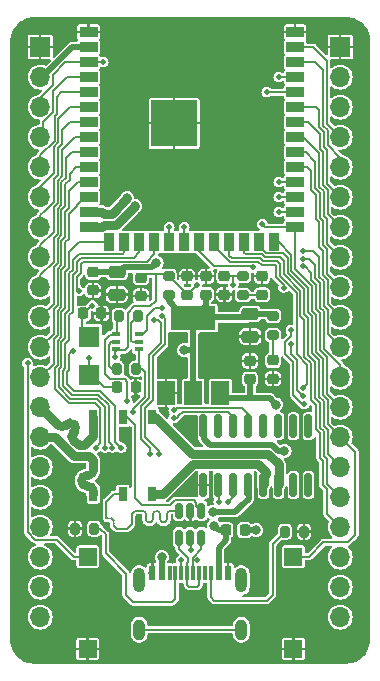
<source format=gbr>
%TF.GenerationSoftware,KiCad,Pcbnew,7.0.7*%
%TF.CreationDate,2024-06-24T12:04:25-04:00*%
%TF.ProjectId,ESP32_S3_Breakout,45535033-325f-4533-935f-427265616b6f,rev?*%
%TF.SameCoordinates,Original*%
%TF.FileFunction,Copper,L1,Top*%
%TF.FilePolarity,Positive*%
%FSLAX46Y46*%
G04 Gerber Fmt 4.6, Leading zero omitted, Abs format (unit mm)*
G04 Created by KiCad (PCBNEW 7.0.7) date 2024-06-24 12:04:25*
%MOMM*%
%LPD*%
G01*
G04 APERTURE LIST*
G04 Aperture macros list*
%AMRoundRect*
0 Rectangle with rounded corners*
0 $1 Rounding radius*
0 $2 $3 $4 $5 $6 $7 $8 $9 X,Y pos of 4 corners*
0 Add a 4 corners polygon primitive as box body*
4,1,4,$2,$3,$4,$5,$6,$7,$8,$9,$2,$3,0*
0 Add four circle primitives for the rounded corners*
1,1,$1+$1,$2,$3*
1,1,$1+$1,$4,$5*
1,1,$1+$1,$6,$7*
1,1,$1+$1,$8,$9*
0 Add four rect primitives between the rounded corners*
20,1,$1+$1,$2,$3,$4,$5,0*
20,1,$1+$1,$4,$5,$6,$7,0*
20,1,$1+$1,$6,$7,$8,$9,0*
20,1,$1+$1,$8,$9,$2,$3,0*%
G04 Aperture macros list end*
%TA.AperFunction,SMDPad,CuDef*%
%ADD10R,0.650000X0.400000*%
%TD*%
%TA.AperFunction,SMDPad,CuDef*%
%ADD11R,1.500000X2.000000*%
%TD*%
%TA.AperFunction,SMDPad,CuDef*%
%ADD12R,3.800000X2.000000*%
%TD*%
%TA.AperFunction,SMDPad,CuDef*%
%ADD13R,1.500000X0.900000*%
%TD*%
%TA.AperFunction,SMDPad,CuDef*%
%ADD14R,0.900000X1.500000*%
%TD*%
%TA.AperFunction,HeatsinkPad*%
%ADD15C,0.600000*%
%TD*%
%TA.AperFunction,SMDPad,CuDef*%
%ADD16R,3.900000X3.900000*%
%TD*%
%TA.AperFunction,SMDPad,CuDef*%
%ADD17RoundRect,0.150000X0.150000X-0.825000X0.150000X0.825000X-0.150000X0.825000X-0.150000X-0.825000X0*%
%TD*%
%TA.AperFunction,SMDPad,CuDef*%
%ADD18R,1.800000X1.750000*%
%TD*%
%TA.AperFunction,SMDPad,CuDef*%
%ADD19RoundRect,0.200000X-0.275000X0.200000X-0.275000X-0.200000X0.275000X-0.200000X0.275000X0.200000X0*%
%TD*%
%TA.AperFunction,SMDPad,CuDef*%
%ADD20RoundRect,0.218750X0.256250X-0.218750X0.256250X0.218750X-0.256250X0.218750X-0.256250X-0.218750X0*%
%TD*%
%TA.AperFunction,SMDPad,CuDef*%
%ADD21RoundRect,0.218750X-0.256250X0.218750X-0.256250X-0.218750X0.256250X-0.218750X0.256250X0.218750X0*%
%TD*%
%TA.AperFunction,SMDPad,CuDef*%
%ADD22RoundRect,0.225000X-0.225000X-0.250000X0.225000X-0.250000X0.225000X0.250000X-0.225000X0.250000X0*%
%TD*%
%TA.AperFunction,SMDPad,CuDef*%
%ADD23RoundRect,0.225000X0.225000X0.250000X-0.225000X0.250000X-0.225000X-0.250000X0.225000X-0.250000X0*%
%TD*%
%TA.AperFunction,SMDPad,CuDef*%
%ADD24RoundRect,0.225000X-0.250000X0.225000X-0.250000X-0.225000X0.250000X-0.225000X0.250000X0.225000X0*%
%TD*%
%TA.AperFunction,SMDPad,CuDef*%
%ADD25RoundRect,0.218750X-0.218750X-0.256250X0.218750X-0.256250X0.218750X0.256250X-0.218750X0.256250X0*%
%TD*%
%TA.AperFunction,SMDPad,CuDef*%
%ADD26RoundRect,0.250000X0.475000X-0.250000X0.475000X0.250000X-0.475000X0.250000X-0.475000X-0.250000X0*%
%TD*%
%TA.AperFunction,SMDPad,CuDef*%
%ADD27RoundRect,0.200000X0.200000X0.275000X-0.200000X0.275000X-0.200000X-0.275000X0.200000X-0.275000X0*%
%TD*%
%TA.AperFunction,ComponentPad*%
%ADD28R,1.700000X1.700000*%
%TD*%
%TA.AperFunction,ComponentPad*%
%ADD29O,1.700000X1.700000*%
%TD*%
%TA.AperFunction,SMDPad,CuDef*%
%ADD30R,0.700000X1.200000*%
%TD*%
%TA.AperFunction,SMDPad,CuDef*%
%ADD31RoundRect,0.225000X0.250000X-0.225000X0.250000X0.225000X-0.250000X0.225000X-0.250000X-0.225000X0*%
%TD*%
%TA.AperFunction,SMDPad,CuDef*%
%ADD32R,0.600000X1.240000*%
%TD*%
%TA.AperFunction,SMDPad,CuDef*%
%ADD33R,0.300000X1.240000*%
%TD*%
%TA.AperFunction,ComponentPad*%
%ADD34O,1.000000X2.100000*%
%TD*%
%TA.AperFunction,ComponentPad*%
%ADD35O,1.000000X1.800000*%
%TD*%
%TA.AperFunction,SMDPad,CuDef*%
%ADD36R,1.500000X1.500000*%
%TD*%
%TA.AperFunction,SMDPad,CuDef*%
%ADD37RoundRect,0.200000X-0.200000X-0.275000X0.200000X-0.275000X0.200000X0.275000X-0.200000X0.275000X0*%
%TD*%
%TA.AperFunction,SMDPad,CuDef*%
%ADD38RoundRect,0.150000X-0.150000X0.512500X-0.150000X-0.512500X0.150000X-0.512500X0.150000X0.512500X0*%
%TD*%
%TA.AperFunction,ViaPad*%
%ADD39C,0.500000*%
%TD*%
%TA.AperFunction,ViaPad*%
%ADD40C,0.800000*%
%TD*%
%TA.AperFunction,Conductor*%
%ADD41C,0.500000*%
%TD*%
%TA.AperFunction,Conductor*%
%ADD42C,0.200000*%
%TD*%
%TA.AperFunction,Conductor*%
%ADD43C,0.765000*%
%TD*%
G04 APERTURE END LIST*
D10*
%TO.P,Q1,1,S*%
%TO.N,DTR*%
X147401200Y-75103200D03*
%TO.P,Q1,2,G*%
%TO.N,Net-(Q1A-G)*%
X147401200Y-75753200D03*
%TO.P,Q1,3,D*%
%TO.N,RST*%
X147401200Y-76403200D03*
%TO.P,Q1,4,S*%
%TO.N,RTS*%
X149301200Y-76403200D03*
%TO.P,Q1,5,G*%
%TO.N,Net-(Q1B-G)*%
X149301200Y-75753200D03*
%TO.P,Q1,6,D*%
%TO.N,GPIO00*%
X149301200Y-75103200D03*
%TD*%
D11*
%TO.P,U4,1,GND*%
%TO.N,GND*%
X151624000Y-80060800D03*
D12*
%TO.P,U4,2,VO*%
%TO.N,+3V3*%
X153924000Y-73760800D03*
D11*
X153924000Y-80060800D03*
%TO.P,U4,3,VI*%
%TO.N,+5V*%
X156224000Y-80060800D03*
%TD*%
D13*
%TO.P,U1,1,GND*%
%TO.N,GND*%
X145060000Y-49530000D03*
%TO.P,U1,2,3V3*%
%TO.N,+3V3*%
X145060000Y-50800000D03*
%TO.P,U1,3,EN*%
%TO.N,RST*%
X145060000Y-52070000D03*
%TO.P,U1,4,IO4*%
%TO.N,GPIO04*%
X145060000Y-53340000D03*
%TO.P,U1,5,IO5*%
%TO.N,GPIO05*%
X145060000Y-54610000D03*
%TO.P,U1,6,IO6*%
%TO.N,GPIO06*%
X145060000Y-55880000D03*
%TO.P,U1,7,IO7*%
%TO.N,GPIO07*%
X145060000Y-57150000D03*
%TO.P,U1,8,IO15*%
%TO.N,GPIO15*%
X145060000Y-58420000D03*
%TO.P,U1,9,IO16*%
%TO.N,GPIO16*%
X145060000Y-59690000D03*
%TO.P,U1,10,IO17*%
%TO.N,GPIO17*%
X145060000Y-60960000D03*
%TO.P,U1,11,IO18*%
%TO.N,GPIO18*%
X145060000Y-62230000D03*
%TO.P,U1,12,IO8*%
%TO.N,GPIO08*%
X145060000Y-63500000D03*
%TO.P,U1,13,IO19*%
%TO.N,USB_D-*%
X145060000Y-64770000D03*
%TO.P,U1,14,IO20*%
%TO.N,USB_D+*%
X145060000Y-66040000D03*
D14*
%TO.P,U1,15,IO3*%
%TO.N,GPIO03*%
X146825000Y-67290000D03*
%TO.P,U1,16,IO46*%
%TO.N,GPIO46*%
X148095000Y-67290000D03*
%TO.P,U1,17,IO9*%
%TO.N,GPIO09*%
X149365000Y-67290000D03*
%TO.P,U1,18,IO10*%
%TO.N,GPIO10*%
X150635000Y-67290000D03*
%TO.P,U1,19,IO11*%
%TO.N,GPIO11*%
X151905000Y-67290000D03*
%TO.P,U1,20,IO12*%
%TO.N,GPIO12*%
X153175000Y-67290000D03*
%TO.P,U1,21,IO13*%
%TO.N,GPIO13*%
X154445000Y-67290000D03*
%TO.P,U1,22,IO14*%
%TO.N,GPIO14*%
X155715000Y-67290000D03*
%TO.P,U1,23,IO21*%
%TO.N,GPIO21*%
X156985000Y-67290000D03*
%TO.P,U1,24,IO47*%
%TO.N,GPIO47*%
X158255000Y-67290000D03*
%TO.P,U1,25,IO48*%
%TO.N,GPIO48*%
X159525000Y-67290000D03*
%TO.P,U1,26,IO45*%
%TO.N,GPIO45*%
X160795000Y-67290000D03*
D13*
%TO.P,U1,27,IO0*%
%TO.N,GPIO00*%
X162560000Y-66040000D03*
%TO.P,U1,28,IO35*%
%TO.N,GPIO35*%
X162560000Y-64770000D03*
%TO.P,U1,29,IO36*%
%TO.N,GPIO36*%
X162560000Y-63500000D03*
%TO.P,U1,30,IO37*%
%TO.N,GPIO37*%
X162560000Y-62230000D03*
%TO.P,U1,31,IO38*%
%TO.N,GPIO38*%
X162560000Y-60960000D03*
%TO.P,U1,32,IO39*%
%TO.N,GPIO39*%
X162560000Y-59690000D03*
%TO.P,U1,33,IO40*%
%TO.N,GPIO40*%
X162560000Y-58420000D03*
%TO.P,U1,34,IO41*%
%TO.N,GPIO41*%
X162560000Y-57150000D03*
%TO.P,U1,35,IO42*%
%TO.N,GPIO42*%
X162560000Y-55880000D03*
%TO.P,U1,36,RXD0*%
%TO.N,RX*%
X162560000Y-54610000D03*
%TO.P,U1,37,TXD0*%
%TO.N,TX*%
X162560000Y-53340000D03*
%TO.P,U1,38,IO2*%
%TO.N,GPIO02*%
X162560000Y-52070000D03*
%TO.P,U1,39,IO1*%
%TO.N,GPIO01*%
X162560000Y-50800000D03*
%TO.P,U1,40,GND*%
%TO.N,GND*%
X162560000Y-49530000D03*
D15*
%TO.P,U1,41,GND*%
X153010000Y-57250000D03*
X151610000Y-55850000D03*
X152310000Y-57950000D03*
X153710000Y-56550000D03*
X152310000Y-56550000D03*
X153710000Y-57950000D03*
X150910000Y-57950000D03*
X151610000Y-57250000D03*
D16*
X152310000Y-57250000D03*
D15*
X153010000Y-55850000D03*
X153010000Y-58650000D03*
X151610000Y-58650000D03*
X150910000Y-56550000D03*
%TD*%
D17*
%TO.P,U3,1,GND*%
%TO.N,GND*%
X154787600Y-87855600D03*
%TO.P,U3,2,TXD*%
%TO.N,RX*%
X156057600Y-87855600D03*
%TO.P,U3,3,RXD*%
%TO.N,TX*%
X157327600Y-87855600D03*
%TO.P,U3,4,V3*%
%TO.N,+3V3*%
X158597600Y-87855600D03*
%TO.P,U3,5,UD+*%
%TO.N,UD+*%
X159867600Y-87855600D03*
%TO.P,U3,6,UD-*%
%TO.N,UD-*%
X161137600Y-87855600D03*
%TO.P,U3,7,XI*%
%TO.N,unconnected-(U3-XI-Pad7)*%
X162407600Y-87855600D03*
%TO.P,U3,8,XO*%
%TO.N,unconnected-(U3-XO-Pad8)*%
X163677600Y-87855600D03*
%TO.P,U3,9,~{CTS}*%
%TO.N,unconnected-(U3-~{CTS}-Pad9)*%
X163677600Y-82905600D03*
%TO.P,U3,10,~{DSR}*%
%TO.N,unconnected-(U3-~{DSR}-Pad10)*%
X162407600Y-82905600D03*
%TO.P,U3,11,~{RI}*%
%TO.N,unconnected-(U3-~{RI}-Pad11)*%
X161137600Y-82905600D03*
%TO.P,U3,12,~{DCD}*%
%TO.N,unconnected-(U3-~{DCD}-Pad12)*%
X159867600Y-82905600D03*
%TO.P,U3,13,~{DTR}*%
%TO.N,DTR*%
X158597600Y-82905600D03*
%TO.P,U3,14,~{RTS}*%
%TO.N,RTS*%
X157327600Y-82905600D03*
%TO.P,U3,15,R232*%
%TO.N,unconnected-(U3-R232-Pad15)*%
X156057600Y-82905600D03*
%TO.P,U3,16,VCC*%
%TO.N,+5V*%
X154787600Y-82905600D03*
%TD*%
D18*
%TO.P,Y1,1,1*%
%TO.N,GPIO16*%
X145135600Y-78587600D03*
%TO.P,Y1,2,2*%
%TO.N,GPIO15*%
X145135600Y-75337600D03*
%TD*%
D19*
%TO.P,R7,1*%
%TO.N,+3V3*%
X160680400Y-73534000D03*
%TO.P,R7,2*%
%TO.N,Net-(D2-A)*%
X160680400Y-75184000D03*
%TD*%
%TO.P,R6,1*%
%TO.N,GPIO00*%
X158140400Y-70154800D03*
%TO.P,R6,2*%
%TO.N,Net-(D1-A)*%
X158140400Y-71804800D03*
%TD*%
D20*
%TO.P,D2,1,K*%
%TO.N,GND*%
X160680400Y-78892400D03*
%TO.P,D2,2,A*%
%TO.N,Net-(D2-A)*%
X160680400Y-77317400D03*
%TD*%
D21*
%TO.P,D1,1,K*%
%TO.N,GND*%
X159766000Y-70205600D03*
%TO.P,D1,2,A*%
%TO.N,Net-(D1-A)*%
X159766000Y-71780600D03*
%TD*%
D22*
%TO.P,C10,1*%
%TO.N,GPIO16*%
X147497200Y-79603600D03*
%TO.P,C10,2*%
%TO.N,GND*%
X149047200Y-79603600D03*
%TD*%
D23*
%TO.P,C9,1*%
%TO.N,GND*%
X146151600Y-73355200D03*
%TO.P,C9,2*%
%TO.N,GPIO15*%
X144601600Y-73355200D03*
%TD*%
D24*
%TO.P,C1,1*%
%TO.N,GND*%
X158750000Y-77368400D03*
%TO.P,C1,2*%
%TO.N,+5V*%
X158750000Y-78918400D03*
%TD*%
%TO.P,C7,1*%
%TO.N,GND*%
X153416000Y-70205600D03*
%TO.P,C7,2*%
%TO.N,RST*%
X153416000Y-71755600D03*
%TD*%
D25*
%TO.P,F1,1*%
%TO.N,VBUS*%
X156692500Y-91694000D03*
%TO.P,F1,2*%
%TO.N,+5V*%
X158267500Y-91694000D03*
%TD*%
D26*
%TO.P,C5,1*%
%TO.N,GND*%
X158750000Y-75306000D03*
%TO.P,C5,2*%
%TO.N,+3V3*%
X158750000Y-73406000D03*
%TD*%
D27*
%TO.P,R5,1*%
%TO.N,Net-(Q1B-G)*%
X149262600Y-73558400D03*
%TO.P,R5,2*%
%TO.N,DTR*%
X147612600Y-73558400D03*
%TD*%
D28*
%TO.P,J3,1,Pin_1*%
%TO.N,GND*%
X166370000Y-50800000D03*
D29*
%TO.P,J3,2,Pin_2*%
%TO.N,VBUS*%
X166370000Y-53340000D03*
%TO.P,J3,3,Pin_3*%
%TO.N,+5V*%
X166370000Y-55880000D03*
%TO.P,J3,4,Pin_4*%
%TO.N,GPIO01*%
X166370000Y-58420000D03*
%TO.P,J3,5,Pin_5*%
%TO.N,GPIO02*%
X166370000Y-60960000D03*
%TO.P,J3,6,Pin_6*%
%TO.N,GPIO42*%
X166370000Y-63500000D03*
%TO.P,J3,7,Pin_7*%
%TO.N,GPIO41*%
X166370000Y-66040000D03*
%TO.P,J3,8,Pin_8*%
%TO.N,GPIO40*%
X166370000Y-68580000D03*
%TO.P,J3,9,Pin_9*%
%TO.N,GPIO39*%
X166370000Y-71120000D03*
%TO.P,J3,10,Pin_10*%
%TO.N,GPIO38*%
X166370000Y-73660000D03*
%TO.P,J3,11,Pin_11*%
%TO.N,GPIO37*%
X166370000Y-76200000D03*
%TO.P,J3,12,Pin_12*%
%TO.N,GPIO36*%
X166370000Y-78740000D03*
%TO.P,J3,13,Pin_13*%
%TO.N,GPIO35*%
X166370000Y-81280000D03*
%TO.P,J3,14,Pin_14*%
%TO.N,GPIO00*%
X166370000Y-83820000D03*
%TO.P,J3,15,Pin_15*%
%TO.N,GPIO45*%
X166370000Y-86360000D03*
%TO.P,J3,16,Pin_16*%
%TO.N,GPIO48*%
X166370000Y-88900000D03*
%TO.P,J3,17,Pin_17*%
%TO.N,GPIO47*%
X166370000Y-91440000D03*
%TO.P,J3,18,Pin_18*%
%TO.N,GPIO21*%
X166370000Y-93980000D03*
%TO.P,J3,19,Pin_19*%
%TO.N,GPIO14*%
X166370000Y-96520000D03*
%TO.P,J3,20,Pin_20*%
%TO.N,GPIO13*%
X166370000Y-99060000D03*
%TD*%
D30*
%TO.P,SW1,1,A*%
%TO.N,USB_D-*%
X145455000Y-82144800D03*
%TO.P,SW1,2,B*%
%TO.N,USB_DN*%
X147955000Y-82144800D03*
%TO.P,SW1,3,C*%
%TO.N,UD-*%
X150455000Y-82144800D03*
%TO.P,SW1,4,A*%
%TO.N,USB_D+*%
X145455000Y-88644800D03*
%TO.P,SW1,5,B*%
%TO.N,USB_DP*%
X147955000Y-88644800D03*
%TO.P,SW1,6,C*%
%TO.N,UD+*%
X150455000Y-88644800D03*
%TD*%
D31*
%TO.P,C6,1*%
%TO.N,GND*%
X156565600Y-71755600D03*
%TO.P,C6,2*%
%TO.N,GPIO00*%
X156565600Y-70205600D03*
%TD*%
D32*
%TO.P,J1,A1,GND*%
%TO.N,GND*%
X150470000Y-95335000D03*
%TO.P,J1,A4,VBUS*%
%TO.N,VBUS*%
X151270000Y-95335000D03*
D33*
%TO.P,J1,A5,CC1*%
%TO.N,Net-(J1-CC1)*%
X152420000Y-95335000D03*
%TO.P,J1,A6,D+*%
%TO.N,D+*%
X153420000Y-95335000D03*
%TO.P,J1,A7,D-*%
%TO.N,D-*%
X153920000Y-95335000D03*
%TO.P,J1,A8,SBU1*%
%TO.N,unconnected-(J1-SBU1-PadA8)*%
X154920000Y-95335000D03*
D32*
%TO.P,J1,A9,VBUS*%
%TO.N,VBUS*%
X156070000Y-95335000D03*
%TO.P,J1,A12,GND*%
%TO.N,GND*%
X156870000Y-95335000D03*
%TO.P,J1,B1,GND*%
X156870000Y-95335000D03*
%TO.P,J1,B4,VBUS*%
%TO.N,VBUS*%
X156070000Y-95335000D03*
D33*
%TO.P,J1,B5,CC2*%
%TO.N,Net-(J1-CC2)*%
X155420000Y-95335000D03*
%TO.P,J1,B6,D+*%
%TO.N,D+*%
X154420000Y-95335000D03*
%TO.P,J1,B7,D-*%
%TO.N,D-*%
X152920000Y-95335000D03*
%TO.P,J1,B8,SBU2*%
%TO.N,unconnected-(J1-SBU2-PadB8)*%
X151920000Y-95335000D03*
D32*
%TO.P,J1,B9,VBUS*%
%TO.N,VBUS*%
X151270000Y-95335000D03*
%TO.P,J1,B12,GND*%
%TO.N,GND*%
X150470000Y-95335000D03*
D34*
%TO.P,J1,S1,SHIELD*%
%TO.N,unconnected-(J1-SHIELD-PadS1)*%
X149350000Y-95935000D03*
D35*
X149350000Y-100135000D03*
D34*
X157990000Y-95935000D03*
D35*
X157990000Y-100135000D03*
%TD*%
D36*
%TO.P,SW2,1,A*%
%TO.N,GND*%
X144983200Y-101740800D03*
%TO.P,SW2,2,B*%
%TO.N,RST*%
X144983200Y-93940800D03*
%TD*%
D27*
%TO.P,R1,1*%
%TO.N,Net-(J1-CC1)*%
X145542000Y-91567000D03*
%TO.P,R1,2*%
%TO.N,GND*%
X143892000Y-91567000D03*
%TD*%
D31*
%TO.P,C8,1*%
%TO.N,GND*%
X149479000Y-71882000D03*
%TO.P,C8,2*%
%TO.N,RST*%
X149479000Y-70332000D03*
%TD*%
%TO.P,C2,1*%
%TO.N,GND*%
X145440400Y-71400000D03*
%TO.P,C2,2*%
%TO.N,+3V3*%
X145440400Y-69850000D03*
%TD*%
D27*
%TO.P,R2,1*%
%TO.N,GND*%
X163321000Y-91821000D03*
%TO.P,R2,2*%
%TO.N,Net-(J1-CC2)*%
X161671000Y-91821000D03*
%TD*%
D19*
%TO.P,R3,1*%
%TO.N,RST*%
X151841200Y-70154800D03*
%TO.P,R3,2*%
%TO.N,+3V3*%
X151841200Y-71804800D03*
%TD*%
D37*
%TO.P,R4,1*%
%TO.N,Net-(Q1A-G)*%
X147460200Y-78028800D03*
%TO.P,R4,2*%
%TO.N,RTS*%
X149110200Y-78028800D03*
%TD*%
D24*
%TO.P,C3,1*%
%TO.N,GND*%
X154990800Y-70205600D03*
%TO.P,C3,2*%
%TO.N,+3V3*%
X154990800Y-71755600D03*
%TD*%
D36*
%TO.P,SW3,1,A*%
%TO.N,GPIO00*%
X162407600Y-93940800D03*
%TO.P,SW3,2,B*%
%TO.N,GND*%
X162407600Y-101740800D03*
%TD*%
D28*
%TO.P,J2,1,Pin_1*%
%TO.N,GND*%
X140970000Y-50800000D03*
D29*
%TO.P,J2,2,Pin_2*%
%TO.N,+3V3*%
X140970000Y-53340000D03*
%TO.P,J2,3,Pin_3*%
%TO.N,RST*%
X140970000Y-55880000D03*
%TO.P,J2,4,Pin_4*%
%TO.N,GPIO04*%
X140970000Y-58420000D03*
%TO.P,J2,5,Pin_5*%
%TO.N,GPIO05*%
X140970000Y-60960000D03*
%TO.P,J2,6,Pin_6*%
%TO.N,GPIO06*%
X140970000Y-63500000D03*
%TO.P,J2,7,Pin_7*%
%TO.N,GPIO07*%
X140970000Y-66040000D03*
%TO.P,J2,8,Pin_8*%
%TO.N,GPIO15*%
X140970000Y-68580000D03*
%TO.P,J2,9,Pin_9*%
%TO.N,GPIO16*%
X140970000Y-71120000D03*
%TO.P,J2,10,Pin_10*%
%TO.N,GPIO17*%
X140970000Y-73660000D03*
%TO.P,J2,11,Pin_11*%
%TO.N,GPIO18*%
X140970000Y-76200000D03*
%TO.P,J2,12,Pin_12*%
%TO.N,GPIO08*%
X140970000Y-78740000D03*
%TO.P,J2,13,Pin_13*%
%TO.N,USB_D-*%
X140970000Y-81280000D03*
%TO.P,J2,14,Pin_14*%
%TO.N,USB_D+*%
X140970000Y-83820000D03*
%TO.P,J2,15,Pin_15*%
%TO.N,GPIO03*%
X140970000Y-86360000D03*
%TO.P,J2,16,Pin_16*%
%TO.N,GPIO46*%
X140970000Y-88900000D03*
%TO.P,J2,17,Pin_17*%
%TO.N,GPIO09*%
X140970000Y-91440000D03*
%TO.P,J2,18,Pin_18*%
%TO.N,GPIO10*%
X140970000Y-93980000D03*
%TO.P,J2,19,Pin_19*%
%TO.N,GPIO11*%
X140970000Y-96520000D03*
%TO.P,J2,20,Pin_20*%
%TO.N,GPIO12*%
X140970000Y-99060000D03*
%TD*%
D26*
%TO.P,C4,1*%
%TO.N,GND*%
X147447000Y-71750000D03*
%TO.P,C4,2*%
%TO.N,+3V3*%
X147447000Y-69850000D03*
%TD*%
D38*
%TO.P,U2,1,I/O1*%
%TO.N,USB_DN*%
X154620000Y-90048500D03*
%TO.P,U2,2,GND*%
%TO.N,GND*%
X153670000Y-90048500D03*
%TO.P,U2,3,I/O2*%
%TO.N,USB_DP*%
X152720000Y-90048500D03*
%TO.P,U2,4,I/O2*%
%TO.N,D+*%
X152720000Y-92323500D03*
%TO.P,U2,5,VBUS*%
%TO.N,+5V*%
X153670000Y-92323500D03*
%TO.P,U2,6,I/O1*%
%TO.N,D-*%
X154620000Y-92323500D03*
%TD*%
D39*
%TO.N,GND*%
X154432000Y-69088000D03*
X149047200Y-80365600D03*
%TO.N,RST*%
X139893000Y-77571600D03*
X147320000Y-77063600D03*
%TO.N,GPIO16*%
X145135600Y-77165200D03*
%TO.N,GPIO15*%
X145389600Y-72694800D03*
%TO.N,GPIO10*%
X143764000Y-76504800D03*
X144224500Y-71424800D03*
%TO.N,RST*%
X154228800Y-70967600D03*
%TO.N,GPIO00*%
X157327600Y-70916800D03*
%TO.N,GPIO13*%
X162191500Y-74777600D03*
%TO.N,GPIO14*%
X162191500Y-75946000D03*
X161573747Y-71159653D03*
%TO.N,GND*%
X156845000Y-94234000D03*
X144780000Y-98044000D03*
X146939000Y-49530000D03*
X144780000Y-90170000D03*
X162560000Y-98298000D03*
X153695400Y-90195400D03*
X153162000Y-82804000D03*
X151130000Y-77978000D03*
X163322000Y-90424000D03*
X146431000Y-70993000D03*
X151892000Y-77978000D03*
X153162000Y-88392000D03*
X152654000Y-77978000D03*
X150368000Y-93980000D03*
X160782000Y-49530000D03*
D40*
%TO.N,+5V*%
X161645600Y-84988400D03*
X160951213Y-81068213D03*
D39*
X153699500Y-93382200D03*
D40*
X159258000Y-91694000D03*
%TO.N,+3V3*%
X150811500Y-69088000D03*
X155575000Y-90170000D03*
X153162000Y-76454000D03*
D39*
%TO.N,GPIO00*%
X151271938Y-72859562D03*
X159766000Y-65786000D03*
%TO.N,RST*%
X146304000Y-52070000D03*
D40*
%TO.N,VBUS*%
X155702000Y-91313000D03*
X151257000Y-93980000D03*
D39*
%TO.N,D-*%
X154254200Y-94259400D03*
X152908000Y-94259400D03*
D40*
%TO.N,USB_D-*%
X148334728Y-63591520D03*
%TO.N,USB_D+*%
X149006480Y-64263272D03*
D39*
%TO.N,GPIO03*%
X145669000Y-84709000D03*
%TO.N,GPIO46*%
X146431000Y-84709000D03*
%TO.N,GPIO09*%
X147080503Y-84709000D03*
%TO.N,GPIO10*%
X147828000Y-84709000D03*
%TO.N,GPIO11*%
X150241000Y-85217000D03*
X151892000Y-66040000D03*
X150622000Y-73914000D03*
%TO.N,GPIO12*%
X151003000Y-85217000D03*
X153162000Y-66040000D03*
X151271503Y-73533000D03*
%TO.N,GPIO37*%
X161163000Y-62230000D03*
X163195000Y-68072000D03*
%TO.N,GPIO36*%
X161163000Y-63500000D03*
X163195000Y-68721503D03*
%TO.N,GPIO35*%
X161163000Y-64770000D03*
X163195000Y-69371006D03*
%TO.N,GPIO21*%
X163258500Y-79692500D03*
%TO.N,GPIO14*%
X163186774Y-80338030D03*
%TO.N,GPIO13*%
X158953200Y-69456500D03*
X163322000Y-81026000D03*
%TO.N,DTR*%
X148336000Y-80772000D03*
X152273000Y-81534000D03*
%TO.N,RTS*%
X148844000Y-81686400D03*
X152273000Y-82183503D03*
%TO.N,RX*%
X156083000Y-89281000D03*
X160147000Y-54610000D03*
%TO.N,TX*%
X156845000Y-89281000D03*
X161163000Y-53340000D03*
%TD*%
D41*
%TO.N,+5V*%
X161119496Y-84988400D02*
X161645600Y-84988400D01*
X155320500Y-84454500D02*
X160585596Y-84454500D01*
X154813000Y-83947000D02*
X155320500Y-84454500D01*
X160585596Y-84454500D02*
X161119496Y-84988400D01*
X154813000Y-82169000D02*
X154813000Y-83947000D01*
%TO.N,+3V3*%
X153289000Y-73787000D02*
X153924000Y-73787000D01*
X151841200Y-71804800D02*
X151841200Y-72339200D01*
X151841200Y-72339200D02*
X153289000Y-73787000D01*
X153822000Y-73685000D02*
X153910000Y-73685000D01*
D42*
%TO.N,RST*%
X154204000Y-70967600D02*
X153416000Y-71755600D01*
X154228800Y-70967600D02*
X154204000Y-70967600D01*
X153416000Y-71729600D02*
X153416000Y-71755600D01*
X151841200Y-70154800D02*
X153416000Y-71729600D01*
D41*
%TO.N,+3V3*%
X145440400Y-69850000D02*
X147447000Y-69850000D01*
D42*
%TO.N,GND*%
X149047200Y-79603600D02*
X149047200Y-80365600D01*
%TO.N,RTS*%
X149866400Y-78340000D02*
X149555200Y-78028800D01*
X148844000Y-81426904D02*
X149866400Y-80404504D01*
X148844000Y-81686400D02*
X148844000Y-81426904D01*
X149555200Y-78028800D02*
X149110200Y-78028800D01*
X149866400Y-80404504D02*
X149866400Y-78340000D01*
%TO.N,DTR*%
X146434200Y-78473000D02*
X146862800Y-78901600D01*
X146852400Y-75143600D02*
X146434200Y-75561800D01*
X148091200Y-78901600D02*
X146862800Y-78901600D01*
X147452000Y-75143600D02*
X146852400Y-75143600D01*
X146434200Y-75561800D02*
X146434200Y-78473000D01*
%TO.N,Net-(Q1A-G)*%
X146964400Y-75793600D02*
X147452000Y-75793600D01*
X146761200Y-75996800D02*
X146964400Y-75793600D01*
X147015200Y-78028800D02*
X146761200Y-77774800D01*
X146761200Y-77774800D02*
X146761200Y-75996800D01*
X147460200Y-78028800D02*
X147015200Y-78028800D01*
%TO.N,RST*%
X147320000Y-77063600D02*
X147320000Y-76575600D01*
X147320000Y-76575600D02*
X147452000Y-76443600D01*
%TO.N,DTR*%
X148132800Y-78943200D02*
X148091200Y-78901600D01*
X148336000Y-79146400D02*
X148132800Y-78943200D01*
X148336000Y-80772000D02*
X148336000Y-79146400D01*
%TO.N,GPIO11*%
X150241000Y-84709000D02*
X150241000Y-85217000D01*
X149518500Y-81214852D02*
X149518500Y-83986500D01*
X150193400Y-80539952D02*
X149518500Y-81214852D01*
X149518500Y-83986500D02*
X150241000Y-84709000D01*
X150193400Y-76831600D02*
X150193400Y-80539952D01*
X151184000Y-74152604D02*
X151184000Y-75841000D01*
X151184000Y-75841000D02*
X150193400Y-76831600D01*
X150945396Y-73914000D02*
X151184000Y-74152604D01*
X150622000Y-73914000D02*
X150945396Y-73914000D01*
%TO.N,GPIO12*%
X150520400Y-76967048D02*
X151511000Y-75976448D01*
X150520400Y-80675400D02*
X150520400Y-76967048D01*
X151511000Y-73772497D02*
X151271503Y-73533000D01*
X149845500Y-81350300D02*
X150520400Y-80675400D01*
X151003000Y-85008552D02*
X149845500Y-83851052D01*
X149845500Y-83851052D02*
X149845500Y-81350300D01*
X151003000Y-85217000D02*
X151003000Y-85008552D01*
X151511000Y-75976448D02*
X151511000Y-73772497D01*
%TO.N,RST*%
X148894800Y-72745600D02*
X150266400Y-72745600D01*
X148364600Y-73275800D02*
X148894800Y-72745600D01*
X150749000Y-72263000D02*
X150749000Y-70041000D01*
X148364600Y-76222200D02*
X148364600Y-73275800D01*
X148143200Y-76443600D02*
X148364600Y-76222200D01*
X147452000Y-76443600D02*
X148143200Y-76443600D01*
X150266400Y-72745600D02*
X150749000Y-72263000D01*
%TO.N,Net-(Q1B-G)*%
X148691600Y-74129400D02*
X149262600Y-73558400D01*
X148691600Y-75692000D02*
X148691600Y-74129400D01*
X148793200Y-75793600D02*
X148691600Y-75692000D01*
X149352000Y-75793600D02*
X148793200Y-75793600D01*
%TO.N,GPIO00*%
X149570200Y-75143600D02*
X149987000Y-74726800D01*
X149987000Y-73533000D02*
X149987000Y-74726800D01*
X149352000Y-75143600D02*
X149570200Y-75143600D01*
%TO.N,DTR*%
X147452000Y-73719000D02*
X147612600Y-73558400D01*
X147452000Y-75143600D02*
X147452000Y-73719000D01*
%TO.N,RTS*%
X149352000Y-77787000D02*
X149110200Y-78028800D01*
X149352000Y-76443600D02*
X149352000Y-77787000D01*
%TO.N,RST*%
X139893000Y-91886109D02*
X139893000Y-77571600D01*
%TO.N,GPIO16*%
X145135600Y-77165200D02*
X145135600Y-78587600D01*
%TO.N,GPIO15*%
X145389600Y-72694800D02*
X145262000Y-72694800D01*
X145262000Y-72694800D02*
X144601600Y-73355200D01*
%TO.N,GPIO10*%
X143725800Y-76504800D02*
X143421000Y-76809600D01*
X143421000Y-76809600D02*
X143421000Y-78138792D01*
X144075000Y-71275300D02*
X144224500Y-71424800D01*
X144075000Y-70235244D02*
X144075000Y-71275300D01*
X143764000Y-76504800D02*
X143725800Y-76504800D01*
%TO.N,GPIO16*%
X145288000Y-78486000D02*
X145135600Y-78486000D01*
X146405600Y-79603600D02*
X145288000Y-78486000D01*
X147497200Y-79603600D02*
X146405600Y-79603600D01*
%TO.N,GPIO15*%
X144526000Y-73330400D02*
X144500000Y-73304400D01*
X144526000Y-74626400D02*
X144526000Y-73330400D01*
X145135600Y-75236000D02*
X144526000Y-74626400D01*
%TO.N,RST*%
X151727400Y-70041000D02*
X151841200Y-70154800D01*
X150749000Y-70041000D02*
X151727400Y-70041000D01*
X154228800Y-70967600D02*
X154178000Y-70967600D01*
%TO.N,Net-(D2-A)*%
X160680400Y-77317400D02*
X160680400Y-75184000D01*
D41*
%TO.N,+3V3*%
X160552400Y-73406000D02*
X160680400Y-73534000D01*
X158750000Y-73406000D02*
X160552400Y-73406000D01*
D42*
%TO.N,Net-(D1-A)*%
X158140400Y-71804800D02*
X159741800Y-71804800D01*
X159741800Y-71804800D02*
X159766000Y-71780600D01*
%TO.N,GPIO00*%
X157327600Y-70916800D02*
X157327600Y-70205600D01*
X157327600Y-70205600D02*
X158089600Y-70205600D01*
X156565600Y-70205600D02*
X157327600Y-70205600D01*
X158089600Y-70205600D02*
X158140400Y-70154800D01*
%TO.N,GPIO13*%
X154445000Y-68085000D02*
X154445000Y-67290000D01*
X155667000Y-69307000D02*
X154445000Y-68085000D01*
X158803700Y-69307000D02*
X155667000Y-69307000D01*
X158953200Y-69456500D02*
X158803700Y-69307000D01*
%TO.N,GPIO14*%
X155715000Y-67658448D02*
X155715000Y-67290000D01*
X159711656Y-69248000D02*
X159443656Y-68980000D01*
X160925000Y-69332600D02*
X160840400Y-69248000D01*
X160925000Y-70299480D02*
X160925000Y-69332600D01*
X161573747Y-70948227D02*
X160925000Y-70299480D01*
X159443656Y-68980000D02*
X157036552Y-68980000D01*
X160840400Y-69248000D02*
X159711656Y-69248000D01*
X157036552Y-68980000D02*
X155715000Y-67658448D01*
X161573747Y-71159653D02*
X161573747Y-70948227D01*
D41*
%TO.N,+3V3*%
X154990800Y-72720200D02*
X153924000Y-73787000D01*
X154990800Y-71755600D02*
X154990800Y-72720200D01*
D42*
%TO.N,GPIO13*%
X163167637Y-81026000D02*
X163322000Y-81026000D01*
X162392878Y-77445571D02*
X162392878Y-80251241D01*
X161714500Y-76767193D02*
X162392878Y-77445571D01*
X162392878Y-80251241D02*
X163167637Y-81026000D01*
X161714500Y-75748420D02*
X161714500Y-76767193D01*
X162191500Y-74777600D02*
X162191500Y-75271420D01*
X162191500Y-75271420D02*
X161714500Y-75748420D01*
%TO.N,GPIO14*%
X162719878Y-79871134D02*
X163186774Y-80338030D01*
X162191500Y-76781745D02*
X162719878Y-77310123D01*
X162719878Y-77310123D02*
X162719878Y-79871134D01*
X162191500Y-75946000D02*
X162191500Y-76781745D01*
%TO.N,GPIO00*%
X151271938Y-72859562D02*
X150660438Y-72859562D01*
X150660438Y-72859562D02*
X149987000Y-73533000D01*
D41*
%TO.N,+5V*%
X158750000Y-80480200D02*
X158699200Y-80531000D01*
X158750000Y-78918400D02*
X158750000Y-80480200D01*
X158699200Y-80531000D02*
X160414000Y-80531000D01*
X156756000Y-80531000D02*
X158699200Y-80531000D01*
X156210000Y-79985000D02*
X156756000Y-80531000D01*
X156210000Y-80112000D02*
X156210000Y-79985000D01*
X156515000Y-80417000D02*
X156210000Y-80112000D01*
X160414000Y-80531000D02*
X160951213Y-81068213D01*
D42*
%TO.N,GND*%
X150470000Y-95335000D02*
X150470000Y-94132000D01*
X156870000Y-94259000D02*
X156845000Y-94234000D01*
X156870000Y-95335000D02*
X156870000Y-94259000D01*
X153695400Y-90921400D02*
X153695400Y-90195400D01*
%TO.N,+5V*%
X153695400Y-93378100D02*
X153699500Y-93382200D01*
D41*
X158267500Y-91694000D02*
X159258000Y-91694000D01*
D42*
X153695400Y-92771400D02*
X153695400Y-93378100D01*
D41*
%TO.N,+3V3*%
X150811500Y-69088000D02*
X150442500Y-69457000D01*
X153910000Y-73685000D02*
X153910000Y-76327000D01*
X158623000Y-89027000D02*
X157988000Y-89662000D01*
X145060000Y-50800000D02*
X143700500Y-50800000D01*
X153910000Y-76327000D02*
X153783000Y-76454000D01*
X158471000Y-73685000D02*
X158750000Y-73406000D01*
X153910000Y-73685000D02*
X158471000Y-73685000D01*
X157480000Y-90170000D02*
X155575000Y-90170000D01*
X141160500Y-53340000D02*
X140970000Y-53340000D01*
X158623000Y-87819000D02*
X158623000Y-89027000D01*
X148094000Y-69457000D02*
X147574000Y-69977000D01*
X150442500Y-69457000D02*
X148094000Y-69457000D01*
X143700500Y-50800000D02*
X141160500Y-53340000D01*
X147460000Y-70091000D02*
X147574000Y-69977000D01*
X157988000Y-89662000D02*
X157480000Y-90170000D01*
X153910000Y-76327000D02*
X153910000Y-79985000D01*
X153783000Y-76454000D02*
X153162000Y-76454000D01*
D42*
%TO.N,GPIO00*%
X162560000Y-66040000D02*
X160020000Y-66040000D01*
X163985000Y-73124792D02*
X164312000Y-73451792D01*
X167005000Y-92710000D02*
X164947600Y-92710000D01*
X163985000Y-71047240D02*
X163985000Y-73124792D01*
X164947600Y-92710000D02*
X163716800Y-93940800D01*
X162407600Y-93940800D02*
X163716800Y-93940800D01*
X164312000Y-73451792D02*
X164312000Y-76590005D01*
X165293000Y-80665448D02*
X165293000Y-82743000D01*
X164900000Y-77178005D02*
X164900000Y-80272448D01*
X167005000Y-92710000D02*
X167640000Y-92075000D01*
X167640000Y-92075000D02*
X167640000Y-85090000D01*
X160020000Y-66040000D02*
X159766000Y-65786000D01*
X164900000Y-80272448D02*
X165293000Y-80665448D01*
X167640000Y-85090000D02*
X166370000Y-83820000D01*
X162560000Y-69622240D02*
X163985000Y-71047240D01*
X162560000Y-66040000D02*
X162560000Y-69622240D01*
X165293000Y-82743000D02*
X166370000Y-83820000D01*
X164312000Y-76590005D02*
X164900000Y-77178005D01*
%TO.N,RST*%
X142367000Y-92517000D02*
X140523891Y-92517000D01*
X149606000Y-70358000D02*
X149923000Y-70041000D01*
X149923000Y-70041000D02*
X150749000Y-70041000D01*
X143790800Y-93940800D02*
X142367000Y-92517000D01*
X145060000Y-52070000D02*
X146304000Y-52070000D01*
X145060000Y-52070000D02*
X143105080Y-52070000D01*
X140970000Y-55118000D02*
X140970000Y-55880000D01*
X144983200Y-93940800D02*
X143790800Y-93940800D01*
X143105080Y-52070000D02*
X142047000Y-53128080D01*
X142047000Y-53128080D02*
X142047000Y-54041000D01*
X142047000Y-54041000D02*
X140970000Y-55118000D01*
X140523891Y-92517000D02*
X139893000Y-91886109D01*
D41*
%TO.N,VBUS*%
X156070000Y-93180000D02*
X156070000Y-95335000D01*
X151270000Y-95335000D02*
X151270000Y-93993000D01*
X156692500Y-92557500D02*
X156070000Y-93180000D01*
X151270000Y-93993000D02*
X151257000Y-93980000D01*
X156692500Y-91694000D02*
X156083000Y-91694000D01*
X156083000Y-91694000D02*
X155702000Y-91313000D01*
X156692500Y-91694000D02*
X156692500Y-92557500D01*
D42*
%TO.N,Net-(J1-CC1)*%
X146024600Y-91567000D02*
X146507200Y-92049600D01*
X152420000Y-97516000D02*
X152420000Y-95335000D01*
X148844000Y-97790000D02*
X152146000Y-97790000D01*
X146507200Y-92049600D02*
X146507200Y-93675200D01*
X152146000Y-97790000D02*
X152420000Y-97516000D01*
X146507200Y-93675200D02*
X148209000Y-95377000D01*
X148209000Y-95377000D02*
X148209000Y-97155000D01*
X145542000Y-91567000D02*
X146024600Y-91567000D01*
X148209000Y-97155000D02*
X148844000Y-97790000D01*
%TO.N,D+*%
X153445000Y-94042251D02*
X152720000Y-93317251D01*
X154279600Y-96494600D02*
X153568400Y-96494600D01*
X153420000Y-96346200D02*
X153420000Y-95335000D01*
X154420000Y-96354200D02*
X154279600Y-96494600D01*
X154420000Y-95335000D02*
X154420000Y-96354200D01*
X153420000Y-95335000D02*
X153420000Y-94404999D01*
X152720000Y-93317251D02*
X152720000Y-92323500D01*
X153445000Y-94379999D02*
X153445000Y-94042251D01*
X153420000Y-94404999D02*
X153445000Y-94379999D01*
X153568400Y-96494600D02*
X153420000Y-96346200D01*
%TO.N,D-*%
X152920000Y-94271400D02*
X152908000Y-94259400D01*
X152920000Y-95335000D02*
X152920000Y-94271400D01*
X153895000Y-94042251D02*
X154620000Y-93317251D01*
X153895000Y-94379999D02*
X153895000Y-94042251D01*
X153895000Y-94840000D02*
X153895000Y-94517475D01*
X153920000Y-95335000D02*
X153920000Y-94404999D01*
X153920400Y-94492075D02*
X153920400Y-94234000D01*
X153945800Y-94259400D02*
X153920400Y-94234000D01*
X153895000Y-94517475D02*
X153920400Y-94492075D01*
X153920000Y-94865000D02*
X153895000Y-94840000D01*
X154254200Y-94259400D02*
X153945800Y-94259400D01*
X153920000Y-95335000D02*
X153920000Y-94865000D01*
X153920000Y-94404999D02*
X153895000Y-94379999D01*
X154620000Y-93317251D02*
X154620000Y-92323500D01*
%TO.N,Net-(J1-CC2)*%
X155702000Y-97663000D02*
X160147000Y-97663000D01*
X160147000Y-97663000D02*
X160655000Y-97155000D01*
X155420000Y-97381000D02*
X155702000Y-97663000D01*
X160655000Y-92837000D02*
X161671000Y-91821000D01*
X160655000Y-97155000D02*
X160655000Y-92837000D01*
X155420000Y-95335000D02*
X155420000Y-97381000D01*
%TO.N,unconnected-(J1-SHIELD-PadS1)*%
X149350000Y-100135000D02*
X157990000Y-100135000D01*
%TO.N,GPIO04*%
X142047000Y-54549000D02*
X142047000Y-56326109D01*
X143256000Y-53340000D02*
X142047000Y-54549000D01*
X142047000Y-56326109D02*
X141224000Y-57149109D01*
X145060000Y-53340000D02*
X143256000Y-53340000D01*
X141224000Y-57149109D02*
X141224000Y-58166000D01*
X141224000Y-58166000D02*
X140970000Y-58420000D01*
%TO.N,GPIO05*%
X142755000Y-54610000D02*
X142374000Y-54991000D01*
X142182448Y-58730661D02*
X140970000Y-59943109D01*
X142374000Y-56461557D02*
X142182448Y-56653109D01*
X142374000Y-54991000D02*
X142374000Y-56461557D01*
X145060000Y-54610000D02*
X142755000Y-54610000D01*
X142182448Y-56653109D02*
X142182448Y-58730661D01*
X140970000Y-59943109D02*
X140970000Y-60960000D01*
%TO.N,GPIO06*%
X142153278Y-59222279D02*
X142153278Y-61427722D01*
X142509448Y-58866109D02*
X142153278Y-59222279D01*
X142509448Y-56896000D02*
X142509448Y-58866109D01*
X142153278Y-61427722D02*
X140970000Y-62611000D01*
X140970000Y-62611000D02*
X140970000Y-63500000D01*
X143525448Y-55880000D02*
X142509448Y-56896000D01*
X145060000Y-55880000D02*
X143525448Y-55880000D01*
%TO.N,GPIO07*%
X145060000Y-57150000D02*
X143471448Y-57150000D01*
X140970000Y-65024000D02*
X140970000Y-66040000D01*
X141351000Y-64643000D02*
X140970000Y-65024000D01*
X142836448Y-57785000D02*
X142836448Y-59001557D01*
X142836448Y-59001557D02*
X142480278Y-59357727D01*
X142480278Y-59357727D02*
X142480278Y-61608722D01*
X143471448Y-57150000D02*
X142836448Y-57785000D01*
X142113000Y-61976000D02*
X142113000Y-63880109D01*
X142113000Y-63880109D02*
X141351000Y-64642109D01*
X142480278Y-61608722D02*
X142113000Y-61976000D01*
X141351000Y-64642109D02*
X141351000Y-64643000D01*
%TO.N,GPIO15*%
X140970000Y-67564000D02*
X140970000Y-68580000D01*
X142807278Y-59493175D02*
X142807278Y-61744170D01*
X142807278Y-61744170D02*
X142440000Y-62111448D01*
X142440000Y-62111448D02*
X142440000Y-64015557D01*
X145060000Y-58420000D02*
X143880453Y-58420000D01*
X143880453Y-58420000D02*
X142807278Y-59493175D01*
X142440000Y-64015557D02*
X142113000Y-64342557D01*
X142113000Y-64342557D02*
X142113000Y-66421000D01*
X142113000Y-66421000D02*
X140970000Y-67564000D01*
%TO.N,GPIO16*%
X143134278Y-60198000D02*
X143134278Y-61879618D01*
X142113000Y-68960108D02*
X140970000Y-70103108D01*
X142440000Y-66602000D02*
X142113000Y-66929000D01*
X143642278Y-59690000D02*
X143134278Y-60198000D01*
X142113000Y-66929000D02*
X142113000Y-68960108D01*
X142440000Y-64478005D02*
X142440000Y-66602000D01*
X142767000Y-64151005D02*
X142440000Y-64478005D01*
X143134278Y-61879618D02*
X142767000Y-62246896D01*
X140970000Y-70103108D02*
X140970000Y-71120000D01*
X142767000Y-62246896D02*
X142767000Y-64151005D01*
X145060000Y-59690000D02*
X143642278Y-59690000D01*
%TO.N,GPIO17*%
X145060000Y-60960000D02*
X144018000Y-60960000D01*
X143094000Y-62382344D02*
X143094000Y-64286453D01*
X143461278Y-61516722D02*
X143461278Y-62015066D01*
X142767000Y-66737448D02*
X142440000Y-67064448D01*
X142767000Y-64613453D02*
X142767000Y-66737448D01*
X144018000Y-60960000D02*
X143461278Y-61516722D01*
X143461278Y-62015066D02*
X143094000Y-62382344D01*
X142440000Y-67064448D02*
X142440000Y-69095556D01*
X142440000Y-69095556D02*
X142113000Y-69422556D01*
X142113000Y-69422556D02*
X142113000Y-72517000D01*
X142113000Y-72517000D02*
X140970000Y-73660000D01*
X143094000Y-64286453D02*
X142767000Y-64613453D01*
%TO.N,GPIO18*%
X143094000Y-66872896D02*
X142767000Y-67199896D01*
X142440000Y-69558004D02*
X142440000Y-72652448D01*
X142767000Y-67199896D02*
X142767000Y-69231004D01*
X143421000Y-64421901D02*
X143094000Y-64748901D01*
X144145000Y-62230000D02*
X143421000Y-62954000D01*
X143421000Y-62954000D02*
X143421000Y-64421901D01*
X142767000Y-69231004D02*
X142440000Y-69558004D01*
X142113000Y-75057000D02*
X140970000Y-76200000D01*
X145060000Y-62230000D02*
X144145000Y-62230000D01*
X143094000Y-64748901D02*
X143094000Y-66872896D01*
X142440000Y-72652448D02*
X142113000Y-72979448D01*
X142113000Y-72979448D02*
X142113000Y-75057000D01*
%TO.N,GPIO08*%
X142113000Y-77597000D02*
X140970000Y-78740000D01*
X144083000Y-64177000D02*
X144083000Y-64235000D01*
X143421000Y-64897000D02*
X143421000Y-67008344D01*
X142440000Y-73114896D02*
X142440000Y-75192448D01*
X142767000Y-72787896D02*
X142440000Y-73114896D01*
X142440000Y-75192448D02*
X142113000Y-75519448D01*
X144760000Y-63500000D02*
X144083000Y-64177000D01*
X144083000Y-64235000D02*
X143421000Y-64897000D01*
X142113000Y-75519448D02*
X142113000Y-77597000D01*
X143094000Y-69366452D02*
X142767000Y-69693452D01*
X143421000Y-67008344D02*
X143094000Y-67335344D01*
X143094000Y-67335344D02*
X143094000Y-69366452D01*
X145060000Y-63500000D02*
X144760000Y-63500000D01*
X142767000Y-69693452D02*
X142767000Y-72787896D01*
D43*
%TO.N,USB_D-*%
X143831845Y-83358371D02*
X143831845Y-83358372D01*
X145455000Y-82144800D02*
X145455000Y-83706500D01*
X148334728Y-63616269D02*
X148334728Y-63591520D01*
X145060000Y-64770000D02*
X146185001Y-64770000D01*
X142494000Y-82804000D02*
X140970000Y-81280000D01*
X144218498Y-84528500D02*
X143719943Y-84029945D01*
X143755478Y-83434739D02*
X143831845Y-83358371D01*
X146185001Y-64770000D02*
X146362501Y-64947500D01*
X146362501Y-64947500D02*
X147003496Y-64947500D01*
X143831846Y-82727633D02*
X143831846Y-82727632D01*
X143201106Y-82727632D02*
X143124740Y-82804001D01*
X145455000Y-83706500D02*
X144633000Y-84528500D01*
X143124740Y-82804001D02*
X143124739Y-82803999D01*
X144633000Y-84528500D02*
X144218498Y-84528500D01*
X147003496Y-64947500D02*
X148334728Y-63616269D01*
X143831845Y-82727633D02*
G75*
G03*
X143201107Y-82727633I-315369J-315371D01*
G01*
X143755470Y-83434731D02*
G75*
G03*
X143755479Y-84065478I315330J-315369D01*
G01*
X142494031Y-82803969D02*
G75*
G03*
X143124739Y-82803999I315369J315369D01*
G01*
X143831843Y-83358370D02*
G75*
G03*
X143831846Y-82727633I-315343J315370D01*
G01*
%TO.N,USB_D+*%
X148981731Y-64263272D02*
X149006480Y-64263272D01*
X143816494Y-85420500D02*
X145110500Y-85420500D01*
X145455000Y-85765000D02*
X145455000Y-86614000D01*
X140970000Y-83820000D02*
X142215994Y-83820000D01*
X145009000Y-87060000D02*
X144901000Y-87060000D01*
X145060000Y-66040000D02*
X146185001Y-66040000D01*
X146185001Y-66040000D02*
X146362501Y-65862500D01*
X147382504Y-65862500D02*
X148981731Y-64263272D01*
X145455000Y-88398000D02*
X145455000Y-88644800D01*
X145110500Y-85420500D02*
X145455000Y-85765000D01*
X142215994Y-83820000D02*
X143816494Y-85420500D01*
X146362501Y-65862500D02*
X147382504Y-65862500D01*
X144901000Y-87952000D02*
X145009000Y-87952000D01*
X145009000Y-87060000D02*
G75*
G03*
X145455000Y-86614000I0J446000D01*
G01*
X144455000Y-87506000D02*
G75*
G03*
X144901000Y-87952000I446000J0D01*
G01*
X145455000Y-88398000D02*
G75*
G03*
X145009000Y-87952000I-446000J0D01*
G01*
X144901000Y-87060000D02*
G75*
G03*
X144455000Y-87506000I0J-446000D01*
G01*
D42*
%TO.N,GPIO03*%
X146064500Y-81350300D02*
X145613200Y-80899000D01*
X144292000Y-67290000D02*
X146825000Y-67290000D01*
X145669000Y-84709000D02*
X146064500Y-84313500D01*
X142240000Y-79756000D02*
X142240000Y-77932448D01*
X146064500Y-84313500D02*
X146064500Y-81350300D01*
X143383000Y-80899000D02*
X142240000Y-79756000D01*
X143421000Y-69501900D02*
X143421000Y-68161000D01*
X142440000Y-75654896D02*
X142767000Y-75327896D01*
X145613200Y-80899000D02*
X143383000Y-80899000D01*
X142767000Y-73250344D02*
X143094000Y-72923344D01*
X142767000Y-75327896D02*
X142767000Y-73250344D01*
X142240000Y-77932448D02*
X142440000Y-77732448D01*
X143094000Y-72923344D02*
X143094000Y-69828900D01*
X143421000Y-68161000D02*
X144292000Y-67290000D01*
X143094000Y-69828900D02*
X143421000Y-69501900D01*
X142440000Y-77732448D02*
X142440000Y-75654896D01*
%TO.N,GPIO46*%
X142567000Y-78067896D02*
X142567000Y-79620552D01*
X147955000Y-68326000D02*
X144272000Y-68326000D01*
X142767000Y-77867896D02*
X142567000Y-78067896D01*
X142567000Y-79620552D02*
X143518448Y-80572000D01*
X148095000Y-68186000D02*
X147955000Y-68326000D01*
X143094000Y-73385792D02*
X143094000Y-75463344D01*
X143748000Y-69637348D02*
X143421000Y-69964348D01*
X142767000Y-75790344D02*
X142767000Y-77867896D01*
X143094000Y-75463344D02*
X142767000Y-75790344D01*
X148095000Y-67290000D02*
X148095000Y-68186000D01*
X144272000Y-68326000D02*
X143748000Y-68850000D01*
X146431000Y-81254352D02*
X146431000Y-84709000D01*
X143518448Y-80572000D02*
X145748648Y-80572000D01*
X143421000Y-69964348D02*
X143421000Y-73058792D01*
X143421000Y-73058792D02*
X143094000Y-73385792D01*
X145748648Y-80572000D02*
X146431000Y-81254352D01*
X143748000Y-68850000D02*
X143748000Y-69637348D01*
%TO.N,GPIO09*%
X143094000Y-78003344D02*
X142894000Y-78203344D01*
X144075000Y-69772796D02*
X143748000Y-70099796D01*
X143421000Y-75598792D02*
X143094000Y-75925792D01*
X142894000Y-79485104D02*
X143653896Y-80245000D01*
X143748000Y-73194240D02*
X143421000Y-73521240D01*
X146758000Y-81118904D02*
X146758000Y-84201000D01*
X143421000Y-73521240D02*
X143421000Y-75598792D01*
X143653896Y-80245000D02*
X145884096Y-80245000D01*
X148898000Y-68653000D02*
X144453000Y-68653000D01*
X142894000Y-78203344D02*
X142894000Y-79485104D01*
X144453000Y-68653000D02*
X144075000Y-69031000D01*
X144075000Y-69031000D02*
X144075000Y-69772796D01*
X145884096Y-80245000D02*
X146758000Y-81118904D01*
X143094000Y-75925792D02*
X143094000Y-78003344D01*
X147080503Y-84523503D02*
X147080503Y-84709000D01*
X146758000Y-84201000D02*
X147080503Y-84523503D01*
X143748000Y-70099796D02*
X143748000Y-73194240D01*
X149365000Y-68186000D02*
X148898000Y-68653000D01*
X149365000Y-67290000D02*
X149365000Y-68186000D01*
%TO.N,GPIO10*%
X143221000Y-79349656D02*
X143789344Y-79918000D01*
X143421000Y-78138792D02*
X143221000Y-78338792D01*
X144402000Y-69166448D02*
X144402000Y-69908244D01*
X147320000Y-84201000D02*
X147828000Y-84709000D01*
X144588448Y-68980000D02*
X144402000Y-69166448D01*
X143789344Y-79918000D02*
X146019544Y-79918000D01*
X144402000Y-69908244D02*
X144075000Y-70235244D01*
X150635000Y-67290000D02*
X150635000Y-68313000D01*
X146019544Y-79918000D02*
X147320000Y-81218456D01*
X150635000Y-68313000D02*
X149968000Y-68980000D01*
X143221000Y-78338792D02*
X143221000Y-79349656D01*
X149968000Y-68980000D02*
X144588448Y-68980000D01*
X147320000Y-81218456D02*
X147320000Y-84201000D01*
%TO.N,GPIO11*%
X151905000Y-67290000D02*
X151905000Y-66053000D01*
X151905000Y-66053000D02*
X151892000Y-66040000D01*
%TO.N,GPIO12*%
X153162000Y-67277000D02*
X153175000Y-67290000D01*
X153162000Y-66040000D02*
X153162000Y-67277000D01*
%TO.N,GPIO01*%
X164084000Y-50800000D02*
X165227000Y-51943000D01*
X165227000Y-57277000D02*
X166370000Y-58420000D01*
X162560000Y-50800000D02*
X164084000Y-50800000D01*
X165227000Y-51943000D02*
X165227000Y-57277000D01*
%TO.N,GPIO02*%
X164265000Y-52070000D02*
X164900000Y-52705000D01*
X164900000Y-57458000D02*
X165293000Y-57851000D01*
X165293000Y-57851000D02*
X165293000Y-59121000D01*
X164900000Y-52705000D02*
X164900000Y-57458000D01*
X162560000Y-52070000D02*
X164265000Y-52070000D01*
X166370000Y-60198000D02*
X166370000Y-60960000D01*
X165293000Y-59121000D02*
X166370000Y-60198000D01*
%TO.N,GPIO42*%
X164573000Y-57593448D02*
X164966000Y-57986448D01*
X164966000Y-59256448D02*
X165227000Y-59517448D01*
X164966000Y-57986448D02*
X164966000Y-59256448D01*
X162560000Y-55880000D02*
X164319000Y-55880000D01*
X164573000Y-56134000D02*
X164573000Y-57593448D01*
X165227000Y-62357000D02*
X166370000Y-63500000D01*
X165227000Y-59517448D02*
X165227000Y-62357000D01*
X164319000Y-55880000D02*
X164573000Y-56134000D01*
%TO.N,GPIO41*%
X164639000Y-59391896D02*
X164900000Y-59652896D01*
X165293000Y-64963000D02*
X166370000Y-66040000D01*
X164900000Y-59652896D02*
X164900000Y-62492448D01*
X165293000Y-62885448D02*
X165293000Y-64963000D01*
X163667104Y-57150000D02*
X164639000Y-58121896D01*
X164639000Y-58121896D02*
X164639000Y-59391896D01*
X162560000Y-57150000D02*
X163667104Y-57150000D01*
X164900000Y-62492448D02*
X165293000Y-62885448D01*
%TO.N,GPIO40*%
X164573000Y-59788344D02*
X164573000Y-62627896D01*
X165227000Y-67437000D02*
X166370000Y-68580000D01*
X165227000Y-65359448D02*
X165227000Y-67437000D01*
X164573000Y-62627896D02*
X164966000Y-63020896D01*
X164966000Y-65098448D02*
X165227000Y-65359448D01*
X163204656Y-58420000D02*
X164573000Y-59788344D01*
X164966000Y-63020896D02*
X164966000Y-65098448D01*
X162560000Y-58420000D02*
X163204656Y-58420000D01*
%TO.N,GPIO39*%
X164246000Y-60487000D02*
X164246000Y-62763344D01*
X162560000Y-59690000D02*
X163449000Y-59690000D01*
X164246000Y-62763344D02*
X164639000Y-63156344D01*
X163449000Y-59690000D02*
X164246000Y-60487000D01*
X165227000Y-69977000D02*
X166370000Y-71120000D01*
X164639000Y-63156344D02*
X164639000Y-65233896D01*
X164900000Y-65494896D02*
X164900000Y-67572448D01*
X165227000Y-67899448D02*
X165227000Y-69977000D01*
X164639000Y-65233896D02*
X164900000Y-65494896D01*
X164900000Y-67572448D02*
X165227000Y-67899448D01*
%TO.N,GPIO38*%
X164312000Y-65369344D02*
X164573000Y-65630344D01*
X165293000Y-70505448D02*
X165293000Y-72583000D01*
X164312000Y-63291792D02*
X164312000Y-65369344D01*
X163919000Y-61303000D02*
X163919000Y-62898792D01*
X164900000Y-70112448D02*
X165293000Y-70505448D01*
X163919000Y-62898792D02*
X164312000Y-63291792D01*
X164573000Y-67707896D02*
X164900000Y-68034896D01*
X162560000Y-60960000D02*
X163576000Y-60960000D01*
X164900000Y-68034896D02*
X164900000Y-70112448D01*
X165293000Y-72583000D02*
X166370000Y-73660000D01*
X164573000Y-65630344D02*
X164573000Y-67707896D01*
X163576000Y-60960000D02*
X163919000Y-61303000D01*
%TO.N,GPIO37*%
X165293000Y-73045448D02*
X165293000Y-75123000D01*
X164573000Y-70247896D02*
X164966000Y-70640896D01*
X163195000Y-68072000D02*
X164084000Y-68072000D01*
X164966000Y-72718448D02*
X165293000Y-73045448D01*
X164966000Y-70640896D02*
X164966000Y-72718448D01*
X162560000Y-62230000D02*
X161163000Y-62230000D01*
X164084000Y-68072000D02*
X164573000Y-68561000D01*
X165293000Y-75123000D02*
X166370000Y-76200000D01*
X164573000Y-68561000D02*
X164573000Y-70247896D01*
%TO.N,GPIO36*%
X164966000Y-73180896D02*
X164966000Y-76319109D01*
X166370000Y-77723109D02*
X166370000Y-78740000D01*
X162560000Y-63500000D02*
X161163000Y-63500000D01*
X164246000Y-70383344D02*
X164639000Y-70776344D01*
X163717503Y-68721503D02*
X164246000Y-69250000D01*
X164639000Y-70776344D02*
X164639000Y-72853896D01*
X164639000Y-72853896D02*
X164966000Y-73180896D01*
X164966000Y-76319109D02*
X166370000Y-77723109D01*
X163195000Y-68721503D02*
X163717503Y-68721503D01*
X164246000Y-69250000D02*
X164246000Y-70383344D01*
%TO.N,GPIO35*%
X163195000Y-69371006D02*
X163351006Y-69371006D01*
X165227000Y-77042557D02*
X165227000Y-80137000D01*
X164639000Y-73316344D02*
X164639000Y-76454557D01*
X163351006Y-69371006D02*
X163919000Y-69939000D01*
X162560000Y-64770000D02*
X161163000Y-64770000D01*
X163919000Y-70518792D02*
X164312000Y-70911792D01*
X164312000Y-70911792D02*
X164312000Y-72989344D01*
X164312000Y-72989344D02*
X164639000Y-73316344D01*
X165227000Y-80137000D02*
X166370000Y-81280000D01*
X164639000Y-76454557D02*
X165227000Y-77042557D01*
X163919000Y-69939000D02*
X163919000Y-70518792D01*
%TO.N,GPIO45*%
X160795000Y-67290000D02*
X161143000Y-67290000D01*
X164966000Y-82878448D02*
X165293000Y-83205448D01*
X162233000Y-69757688D02*
X163658000Y-71182688D01*
X164573000Y-77313453D02*
X164573000Y-80407896D01*
X163985000Y-76725453D02*
X164573000Y-77313453D01*
X161143000Y-67290000D02*
X162233000Y-68380000D01*
X164573000Y-80407896D02*
X164966000Y-80800896D01*
X162233000Y-68380000D02*
X162233000Y-69757688D01*
X163658000Y-71182688D02*
X163658000Y-73260240D01*
X165293000Y-85283000D02*
X166370000Y-86360000D01*
X163658000Y-73260240D02*
X163985000Y-73587240D01*
X164966000Y-80800896D02*
X164966000Y-82878448D01*
X163985000Y-73587240D02*
X163985000Y-76725453D01*
X165293000Y-83205448D02*
X165293000Y-85283000D01*
%TO.N,GPIO48*%
X160118000Y-68267000D02*
X159525000Y-67674000D01*
X164639000Y-80936344D02*
X164246000Y-80543344D01*
X161906000Y-69893136D02*
X161906000Y-68688000D01*
X164246000Y-77448901D02*
X163658000Y-76860901D01*
X163322000Y-71309136D02*
X161906000Y-69893136D01*
X164966000Y-83340896D02*
X164639000Y-83013896D01*
X164246000Y-80543344D02*
X164246000Y-77448901D01*
X161485000Y-68267000D02*
X160118000Y-68267000D01*
X164966000Y-85418448D02*
X164966000Y-83340896D01*
X161906000Y-68688000D02*
X161485000Y-68267000D01*
X163658000Y-73742000D02*
X163322000Y-73406000D01*
X164639000Y-83013896D02*
X164639000Y-80936344D01*
X163658000Y-76860901D02*
X163658000Y-73742000D01*
X165227000Y-85679448D02*
X164966000Y-85418448D01*
X165227000Y-87757000D02*
X165227000Y-85679448D01*
X159525000Y-67674000D02*
X159525000Y-67290000D01*
X166370000Y-88900000D02*
X165227000Y-87757000D01*
X163322000Y-73406000D02*
X163322000Y-71309136D01*
%TO.N,GPIO47*%
X163331000Y-76996349D02*
X163331000Y-73877448D01*
X164312000Y-81071792D02*
X163919000Y-80678792D01*
X158369000Y-68326000D02*
X158255000Y-68212000D01*
X163919000Y-77584349D02*
X163331000Y-76996349D01*
X164900000Y-85814896D02*
X164639000Y-85553896D01*
X162995000Y-71444584D02*
X161579000Y-70028584D01*
X161304000Y-68594000D02*
X159982552Y-68594000D01*
X165227000Y-90297000D02*
X165227000Y-88219448D01*
X164312000Y-83149344D02*
X164312000Y-81071792D01*
X161579000Y-70028584D02*
X161579000Y-68869000D01*
X164900000Y-87892448D02*
X164900000Y-85814896D01*
X159714552Y-68326000D02*
X158369000Y-68326000D01*
X163919000Y-80678792D02*
X163919000Y-77584349D01*
X159982552Y-68594000D02*
X159714552Y-68326000D01*
X158255000Y-68212000D02*
X158255000Y-67290000D01*
X164639000Y-85553896D02*
X164639000Y-83476344D01*
X163331000Y-73877448D02*
X162995000Y-73541448D01*
X166370000Y-91440000D02*
X165227000Y-90297000D01*
X161579000Y-68869000D02*
X161304000Y-68594000D01*
X165227000Y-88219448D02*
X164900000Y-87892448D01*
X164639000Y-83476344D02*
X164312000Y-83149344D01*
X162995000Y-73541448D02*
X162995000Y-71444584D01*
%TO.N,GPIO21*%
X157172000Y-68653000D02*
X156985000Y-68466000D01*
X161252000Y-70164032D02*
X161252000Y-69177000D01*
X159847104Y-68921000D02*
X159579104Y-68653000D01*
X161252000Y-69177000D02*
X160996000Y-68921000D01*
X163258500Y-79692500D02*
X163592000Y-79359000D01*
X162668000Y-76795797D02*
X162668000Y-71580032D01*
X156985000Y-68466000D02*
X156985000Y-67290000D01*
X159579104Y-68653000D02*
X157172000Y-68653000D01*
X163592000Y-79359000D02*
X163592000Y-77719797D01*
X160996000Y-68921000D02*
X159847104Y-68921000D01*
X162668000Y-71580032D02*
X161252000Y-70164032D01*
X163592000Y-77719797D02*
X162668000Y-76795797D01*
%TO.N,DTR*%
X152473000Y-81334000D02*
X158042000Y-81334000D01*
X152273000Y-81534000D02*
X152473000Y-81334000D01*
X158042000Y-81334000D02*
X158496000Y-81788000D01*
X158623000Y-82869000D02*
X158623000Y-81915000D01*
X158623000Y-81915000D02*
X158496000Y-81788000D01*
%TO.N,RTS*%
X157353000Y-82869000D02*
X157353000Y-82169000D01*
X152512497Y-82183503D02*
X152273000Y-82183503D01*
X152717500Y-81978500D02*
X152512497Y-82183503D01*
X157353000Y-82169000D02*
X156845000Y-81661000D01*
X156845000Y-81661000D02*
X153035000Y-81661000D01*
X153035000Y-81661000D02*
X152717500Y-81978500D01*
%TO.N,USB_DN*%
X148311800Y-82144800D02*
X149003100Y-82836100D01*
X149606700Y-89598500D02*
X151974341Y-89598500D01*
X153976159Y-89159000D02*
X154197000Y-89379841D01*
X154197000Y-89379841D02*
X154197000Y-89625500D01*
X151974341Y-89598500D02*
X152413841Y-89159000D01*
X152413841Y-89159000D02*
X153976159Y-89159000D01*
X147955000Y-82144800D02*
X148311800Y-82144800D01*
X154197000Y-89625500D02*
X154620000Y-90048500D01*
X149003100Y-88994900D02*
X149606700Y-89598500D01*
X149003100Y-82836100D02*
X149003100Y-88994900D01*
D43*
%TO.N,UD-*%
X160271000Y-85214000D02*
X161163000Y-86106000D01*
X161163000Y-86106000D02*
X161163000Y-87819000D01*
X153794000Y-85214000D02*
X160271000Y-85214000D01*
X150724800Y-82144800D02*
X153794000Y-85214000D01*
X150455000Y-82144800D02*
X150724800Y-82144800D01*
D42*
%TO.N,USB_DP*%
X147447000Y-91567000D02*
X148336000Y-91567000D01*
X152006000Y-90048500D02*
X152720000Y-90048500D01*
X148336000Y-91567000D02*
X148717000Y-91186000D01*
X146558000Y-89281000D02*
X146558000Y-90678000D01*
X147197436Y-91102263D02*
X147197435Y-91102264D01*
X150506000Y-90748500D02*
X150506000Y-90348500D01*
X147197435Y-91102264D02*
X147197433Y-91102263D01*
X146988343Y-90678000D02*
X147197435Y-90887092D01*
X148717000Y-91186000D02*
X148717000Y-90297000D01*
X146988342Y-90677998D02*
X146988343Y-90678000D01*
X147194200Y-88644800D02*
X146558000Y-89281000D01*
X151106000Y-90348500D02*
X151106000Y-90748500D01*
X147197434Y-91317435D02*
X147447000Y-91567000D01*
X147955000Y-88644800D02*
X147194200Y-88644800D01*
X148717000Y-90297000D02*
X148962618Y-90051382D01*
X148962618Y-90051382D02*
X149665100Y-90051382D01*
X147197432Y-91317434D02*
X147197434Y-91317435D01*
X149906000Y-90348500D02*
X149906000Y-90748500D01*
X151706000Y-90748500D02*
X151706000Y-90348500D01*
X146558015Y-90677985D02*
G75*
G03*
X146773171Y-90677999I107585J107585D01*
G01*
X151106000Y-90748500D02*
G75*
G03*
X151406000Y-91048500I300000J0D01*
G01*
X151106000Y-90348500D02*
G75*
G03*
X150806000Y-90048500I-300000J0D01*
G01*
X149906030Y-90348500D02*
G75*
G03*
X149665100Y-90051382I-306630J-2400D01*
G01*
X151406000Y-91048500D02*
G75*
G03*
X151706000Y-90748500I0J300000D01*
G01*
X147197385Y-91102215D02*
G75*
G03*
X147197433Y-91317433I107615J-107585D01*
G01*
X149906000Y-90748500D02*
G75*
G03*
X150206000Y-91048500I300000J0D01*
G01*
X150806000Y-90048500D02*
G75*
G03*
X150506000Y-90348500I0J-300000D01*
G01*
X146988385Y-90677955D02*
G75*
G03*
X146773171Y-90677999I-107585J-107645D01*
G01*
X152006000Y-90048500D02*
G75*
G03*
X151706000Y-90348500I0J-300000D01*
G01*
X150206000Y-91048500D02*
G75*
G03*
X150506000Y-90748500I0J300000D01*
G01*
X147197457Y-91102284D02*
G75*
G03*
X147197434Y-90887093I-107657J107584D01*
G01*
D43*
%TO.N,UD+*%
X159443333Y-86106000D02*
X160070500Y-86733167D01*
X159893000Y-87144000D02*
X159893000Y-87819000D01*
X160070500Y-86966500D02*
X159893000Y-87144000D01*
X150455000Y-88644800D02*
X151355001Y-88644800D01*
X153893801Y-86106000D02*
X159443333Y-86106000D01*
X151355001Y-88644800D02*
X153893801Y-86106000D01*
X160070500Y-86733167D02*
X160070500Y-86966500D01*
D42*
%TO.N,RX*%
X156083000Y-89281000D02*
X156083000Y-87819000D01*
X162560000Y-54610000D02*
X160401000Y-54610000D01*
%TO.N,TX*%
X157353000Y-87819000D02*
X157353000Y-88773000D01*
X157353000Y-88773000D02*
X156845000Y-89281000D01*
X161163000Y-53340000D02*
X162560000Y-53340000D01*
%TD*%
%TA.AperFunction,Conductor*%
%TO.N,GND*%
G36*
X154314608Y-86707907D02*
G01*
X154350572Y-86757407D01*
X154350572Y-86818593D01*
X154345358Y-86831480D01*
X154297512Y-86929351D01*
X154287600Y-86997384D01*
X154287600Y-87755599D01*
X154287601Y-87755600D01*
X155287598Y-87755600D01*
X155287599Y-87755598D01*
X155287599Y-86997386D01*
X155287598Y-86997383D01*
X155277687Y-86929349D01*
X155229842Y-86831481D01*
X155221271Y-86770899D01*
X155249946Y-86716849D01*
X155304915Y-86689976D01*
X155318783Y-86689000D01*
X155525861Y-86689000D01*
X155584052Y-86707907D01*
X155620016Y-86757407D01*
X155620016Y-86818593D01*
X155614802Y-86831480D01*
X155567027Y-86929204D01*
X155564514Y-86946452D01*
X155557100Y-86997340D01*
X155557100Y-88713860D01*
X155562525Y-88751096D01*
X155567027Y-88781995D01*
X155610062Y-88870023D01*
X155618402Y-88887083D01*
X155672249Y-88940930D01*
X155700025Y-88995445D01*
X155692298Y-89052058D01*
X155646301Y-89152776D01*
X155627867Y-89280997D01*
X155627867Y-89281002D01*
X155646301Y-89409223D01*
X155653445Y-89424865D01*
X155660419Y-89485652D01*
X155630332Y-89538929D01*
X155576314Y-89564144D01*
X155418240Y-89584955D01*
X155418233Y-89584957D01*
X155272157Y-89645464D01*
X155269000Y-89647287D01*
X155266445Y-89647830D01*
X155266163Y-89647947D01*
X155266141Y-89647894D01*
X155209152Y-89660009D01*
X155153256Y-89635122D01*
X155122663Y-89582134D01*
X155120500Y-89561551D01*
X155120500Y-89502743D01*
X155120494Y-89502700D01*
X155110573Y-89434607D01*
X155110113Y-89433667D01*
X155074931Y-89361700D01*
X155059198Y-89329517D01*
X154976483Y-89246802D01*
X154926717Y-89222473D01*
X154918672Y-89218540D01*
X154874698Y-89175996D01*
X154864128Y-89115731D01*
X154891001Y-89060762D01*
X154945050Y-89032087D01*
X154962152Y-89030599D01*
X154970813Y-89030599D01*
X154970816Y-89030598D01*
X155038850Y-89020687D01*
X155143788Y-88969385D01*
X155226386Y-88886787D01*
X155277687Y-88781848D01*
X155287600Y-88713815D01*
X155287600Y-87955601D01*
X155287599Y-87955600D01*
X154287601Y-87955600D01*
X154287601Y-88713816D01*
X154297512Y-88781850D01*
X154297513Y-88781852D01*
X154301880Y-88790785D01*
X154310451Y-88851367D01*
X154281775Y-88905417D01*
X154226806Y-88932289D01*
X154166541Y-88921719D01*
X154146247Y-88907429D01*
X154137092Y-88899084D01*
X154127921Y-88895531D01*
X154107745Y-88884895D01*
X154099643Y-88879345D01*
X154099638Y-88879343D01*
X154068616Y-88872046D01*
X154062061Y-88870016D01*
X154032336Y-88858501D01*
X154032333Y-88858500D01*
X154032332Y-88858500D01*
X154032331Y-88858500D01*
X154022507Y-88858500D01*
X153999842Y-88855870D01*
X153990278Y-88853621D01*
X153990277Y-88853621D01*
X153958706Y-88858025D01*
X153951860Y-88858500D01*
X152479006Y-88858500D01*
X152465330Y-88856267D01*
X152465159Y-88857494D01*
X152456075Y-88856226D01*
X152415728Y-88858092D01*
X152408048Y-88858447D01*
X152405772Y-88858500D01*
X152385994Y-88858500D01*
X152382499Y-88859153D01*
X152375686Y-88859943D01*
X152343852Y-88861414D01*
X152343848Y-88861415D01*
X152334854Y-88865386D01*
X152313069Y-88872132D01*
X152303412Y-88873937D01*
X152303406Y-88873940D01*
X152276306Y-88890718D01*
X152270237Y-88893917D01*
X152241079Y-88906792D01*
X152241072Y-88906796D01*
X152234127Y-88913742D01*
X152216247Y-88927905D01*
X152207889Y-88933080D01*
X152188677Y-88958519D01*
X152184173Y-88963695D01*
X151878867Y-89269003D01*
X151824350Y-89296781D01*
X151808863Y-89298000D01*
X151753061Y-89298000D01*
X151694870Y-89279093D01*
X151658906Y-89229593D01*
X151658906Y-89168407D01*
X151692794Y-89120458D01*
X151711395Y-89106185D01*
X151734830Y-89088203D01*
X151740223Y-89084065D01*
X151740223Y-89084064D01*
X151758536Y-89070013D01*
X151758537Y-89070011D01*
X151770802Y-89060601D01*
X151792296Y-89032587D01*
X151796559Y-89027728D01*
X154106291Y-86717996D01*
X154160808Y-86690219D01*
X154176295Y-86689000D01*
X154256417Y-86689000D01*
X154314608Y-86707907D01*
G37*
%TD.AperFunction*%
%TA.AperFunction,Conductor*%
G36*
X154246291Y-81980407D02*
G01*
X154282255Y-82029907D01*
X154287100Y-82060500D01*
X154287100Y-83763860D01*
X154289788Y-83782308D01*
X154297027Y-83831994D01*
X154311026Y-83860628D01*
X154348402Y-83937083D01*
X154348403Y-83937084D01*
X154349446Y-83939217D01*
X154357778Y-83964291D01*
X154361714Y-83985093D01*
X154368788Y-84022479D01*
X154377652Y-84081287D01*
X154379840Y-84088381D01*
X154379417Y-84088511D01*
X154380109Y-84090613D01*
X154380526Y-84090468D01*
X154382975Y-84097468D01*
X154410777Y-84150073D01*
X154436574Y-84203641D01*
X154440753Y-84209770D01*
X154440389Y-84210017D01*
X154441677Y-84211831D01*
X154442030Y-84211571D01*
X154446431Y-84217535D01*
X154488496Y-84259600D01*
X154528944Y-84303194D01*
X154534743Y-84307818D01*
X154534467Y-84308163D01*
X154545600Y-84316704D01*
X154690892Y-84461996D01*
X154718669Y-84516513D01*
X154709098Y-84576945D01*
X154665833Y-84620210D01*
X154620888Y-84631000D01*
X154076494Y-84631000D01*
X154018303Y-84612093D01*
X154006490Y-84602004D01*
X152207494Y-82803007D01*
X152179717Y-82748490D01*
X152189288Y-82688058D01*
X152232553Y-82644793D01*
X152277498Y-82634003D01*
X152337770Y-82634003D01*
X152337772Y-82634003D01*
X152462069Y-82597507D01*
X152571049Y-82527470D01*
X152611242Y-82481083D01*
X152633935Y-82461749D01*
X152650034Y-82451781D01*
X152656092Y-82448588D01*
X152685262Y-82435709D01*
X152692206Y-82428763D01*
X152710098Y-82414592D01*
X152718449Y-82409422D01*
X152737665Y-82383973D01*
X152742155Y-82378814D01*
X152949674Y-82171297D01*
X152949673Y-82171297D01*
X153130474Y-81990496D01*
X153184992Y-81962719D01*
X153200478Y-81961500D01*
X154188100Y-81961500D01*
X154246291Y-81980407D01*
G37*
%TD.AperFunction*%
%TA.AperFunction,Conductor*%
G36*
X151937685Y-74948059D02*
G01*
X151941093Y-74948059D01*
X151945077Y-74949529D01*
X151945768Y-74949666D01*
X151945769Y-74949667D01*
X151983661Y-74957204D01*
X152004241Y-74961298D01*
X152004246Y-74961298D01*
X152004252Y-74961300D01*
X153360500Y-74961300D01*
X153418691Y-74980207D01*
X153454655Y-75029707D01*
X153459500Y-75060300D01*
X153459500Y-75779087D01*
X153440593Y-75837278D01*
X153391093Y-75873242D01*
X153329907Y-75873242D01*
X153322620Y-75870554D01*
X153318763Y-75868956D01*
X153318758Y-75868955D01*
X153162001Y-75848318D01*
X153161999Y-75848318D01*
X153005241Y-75868955D01*
X153005233Y-75868957D01*
X152859161Y-75929462D01*
X152859160Y-75929462D01*
X152733723Y-76025713D01*
X152733713Y-76025723D01*
X152637462Y-76151160D01*
X152637462Y-76151161D01*
X152576957Y-76297233D01*
X152576955Y-76297241D01*
X152556318Y-76453999D01*
X152556318Y-76454000D01*
X152576955Y-76610758D01*
X152576957Y-76610766D01*
X152637462Y-76756838D01*
X152637462Y-76756839D01*
X152733713Y-76882276D01*
X152733718Y-76882282D01*
X152859159Y-76978536D01*
X152859160Y-76978536D01*
X152859161Y-76978537D01*
X153001387Y-77037449D01*
X153005238Y-77039044D01*
X153121119Y-77054300D01*
X153161999Y-77059682D01*
X153162000Y-77059682D01*
X153162001Y-77059682D01*
X153193352Y-77055554D01*
X153318762Y-77039044D01*
X153322612Y-77037448D01*
X153383609Y-77032647D01*
X153435779Y-77064615D01*
X153459195Y-77121143D01*
X153459500Y-77128912D01*
X153459500Y-78761300D01*
X153440593Y-78819491D01*
X153391093Y-78855455D01*
X153360500Y-78860300D01*
X153154252Y-78860300D01*
X153154251Y-78860300D01*
X153154241Y-78860301D01*
X153095772Y-78871932D01*
X153095766Y-78871934D01*
X153029451Y-78916245D01*
X153029445Y-78916251D01*
X152985134Y-78982566D01*
X152985132Y-78982572D01*
X152973501Y-79041041D01*
X152973500Y-79041053D01*
X152973500Y-80934500D01*
X152954593Y-80992691D01*
X152905093Y-81028655D01*
X152874500Y-81033500D01*
X152673000Y-81033500D01*
X152614809Y-81014593D01*
X152578845Y-80965093D01*
X152574000Y-80934500D01*
X152574000Y-80160801D01*
X152573999Y-80160800D01*
X151724001Y-80160800D01*
X151724000Y-80160801D01*
X151724000Y-81260798D01*
X151724001Y-81260800D01*
X151748463Y-81260800D01*
X151806654Y-81279707D01*
X151842618Y-81329207D01*
X151842618Y-81390393D01*
X151838517Y-81400926D01*
X151836301Y-81405776D01*
X151817867Y-81533997D01*
X151817867Y-81534002D01*
X151836302Y-81662225D01*
X151879583Y-81756995D01*
X151890118Y-81780063D01*
X151902126Y-81793922D01*
X151925943Y-81850278D01*
X151912085Y-81909873D01*
X151902128Y-81923578D01*
X151890118Y-81937438D01*
X151890117Y-81937439D01*
X151836302Y-82055278D01*
X151817116Y-82188718D01*
X151790120Y-82243626D01*
X151736005Y-82272179D01*
X151675443Y-82263471D01*
X151649120Y-82244633D01*
X151166357Y-81761869D01*
X151162088Y-81757002D01*
X151140601Y-81728999D01*
X151085084Y-81686400D01*
X151044232Y-81655053D01*
X151009577Y-81604630D01*
X151005500Y-81576512D01*
X151005500Y-81525053D01*
X151005498Y-81525041D01*
X150999820Y-81496497D01*
X150993867Y-81466569D01*
X150959277Y-81414802D01*
X150942668Y-81355914D01*
X150963845Y-81298510D01*
X151014719Y-81264517D01*
X151041592Y-81260800D01*
X151523999Y-81260800D01*
X151524000Y-81260798D01*
X151524000Y-79960798D01*
X151724000Y-79960798D01*
X151724001Y-79960800D01*
X152573999Y-79960800D01*
X152574000Y-79960798D01*
X152574000Y-79041102D01*
X152573999Y-79041099D01*
X152562396Y-78982763D01*
X152518193Y-78916610D01*
X152518189Y-78916606D01*
X152452036Y-78872403D01*
X152393700Y-78860800D01*
X151724001Y-78860800D01*
X151724000Y-78860801D01*
X151724000Y-79960798D01*
X151524000Y-79960798D01*
X151524000Y-78860801D01*
X151523999Y-78860800D01*
X150919900Y-78860800D01*
X150861709Y-78841893D01*
X150825745Y-78792393D01*
X150820900Y-78761800D01*
X150820900Y-77132526D01*
X150839807Y-77074335D01*
X150849890Y-77062528D01*
X151677405Y-76235012D01*
X151688664Y-76226941D01*
X151687905Y-76225935D01*
X151695221Y-76220409D01*
X151695228Y-76220406D01*
X151727632Y-76184859D01*
X151729186Y-76183231D01*
X151743174Y-76169245D01*
X151745181Y-76166313D01*
X151749440Y-76160938D01*
X151758355Y-76151159D01*
X151770916Y-76137381D01*
X151774464Y-76128219D01*
X151785111Y-76108024D01*
X151790657Y-76099929D01*
X151797957Y-76068888D01*
X151799981Y-76062352D01*
X151811500Y-76032621D01*
X151811500Y-76022796D01*
X151814130Y-76000127D01*
X151816379Y-75990567D01*
X151811975Y-75958994D01*
X151811500Y-75952147D01*
X151811500Y-75042214D01*
X151830407Y-74984023D01*
X151879907Y-74948059D01*
X151936149Y-74948059D01*
X151936207Y-74947765D01*
X151937685Y-74948059D01*
G37*
%TD.AperFunction*%
%TA.AperFunction,Conductor*%
G36*
X148755135Y-76413092D02*
G01*
X148775661Y-76470732D01*
X148775700Y-76473498D01*
X148775700Y-76622946D01*
X148775701Y-76622958D01*
X148787332Y-76681427D01*
X148787334Y-76681433D01*
X148831645Y-76747748D01*
X148831648Y-76747752D01*
X148897969Y-76792067D01*
X148942431Y-76800911D01*
X148956441Y-76803698D01*
X148956442Y-76803698D01*
X148956452Y-76803700D01*
X148956461Y-76803700D01*
X148961288Y-76804176D01*
X148961061Y-76806481D01*
X149010691Y-76822607D01*
X149046655Y-76872107D01*
X149051500Y-76902700D01*
X149051500Y-77254300D01*
X149032593Y-77312491D01*
X148983093Y-77348455D01*
X148952501Y-77353300D01*
X148878679Y-77353300D01*
X148878676Y-77353301D01*
X148784900Y-77368152D01*
X148784895Y-77368154D01*
X148671859Y-77425749D01*
X148582149Y-77515459D01*
X148524554Y-77628495D01*
X148509700Y-77722277D01*
X148509700Y-78335320D01*
X148509701Y-78335323D01*
X148524552Y-78429099D01*
X148524554Y-78429103D01*
X148524554Y-78429104D01*
X148582150Y-78542142D01*
X148671858Y-78631850D01*
X148784896Y-78689446D01*
X148878681Y-78704300D01*
X149341718Y-78704299D01*
X149341720Y-78704299D01*
X149341721Y-78704298D01*
X149372979Y-78699347D01*
X149435494Y-78689448D01*
X149435496Y-78689447D01*
X149435504Y-78689446D01*
X149435510Y-78689442D01*
X149436296Y-78689188D01*
X149437139Y-78689187D01*
X149443201Y-78688228D01*
X149443352Y-78689187D01*
X149497481Y-78689181D01*
X149546986Y-78725138D01*
X149565900Y-78783327D01*
X149565900Y-78864705D01*
X149546993Y-78922896D01*
X149497493Y-78958860D01*
X149436307Y-78958860D01*
X149421955Y-78952915D01*
X149405168Y-78944362D01*
X149305654Y-78928600D01*
X149147200Y-78928600D01*
X149147200Y-80278598D01*
X149147201Y-80278599D01*
X149305648Y-80278599D01*
X149315635Y-80277017D01*
X149376068Y-80286587D01*
X149419333Y-80329851D01*
X149428907Y-80390282D01*
X149401130Y-80444800D01*
X149401129Y-80444802D01*
X148953972Y-80891959D01*
X148899455Y-80919736D01*
X148839023Y-80910165D01*
X148795758Y-80866900D01*
X148785976Y-80807865D01*
X148791133Y-80772000D01*
X148790180Y-80765374D01*
X148772697Y-80643774D01*
X148739121Y-80570254D01*
X148718882Y-80525937D01*
X148660679Y-80458766D01*
X148636863Y-80402408D01*
X148636500Y-80393937D01*
X148636500Y-80370400D01*
X148655407Y-80312209D01*
X148704907Y-80276245D01*
X148750988Y-80272619D01*
X148788747Y-80278599D01*
X148947200Y-80278599D01*
X148947200Y-78928601D01*
X148947199Y-78928600D01*
X148788747Y-78928600D01*
X148788746Y-78928601D01*
X148689233Y-78944360D01*
X148689231Y-78944361D01*
X148671485Y-78953403D01*
X148611052Y-78962973D01*
X148566882Y-78944196D01*
X148536483Y-78921239D01*
X148531306Y-78916734D01*
X148349765Y-78735194D01*
X148341679Y-78723944D01*
X148340687Y-78724694D01*
X148335158Y-78717372D01*
X148320817Y-78704298D01*
X148299623Y-78684977D01*
X148297975Y-78683404D01*
X148283997Y-78669426D01*
X148281059Y-78667413D01*
X148275696Y-78663164D01*
X148252133Y-78641684D01*
X148242962Y-78638131D01*
X148222786Y-78627495D01*
X148214684Y-78621945D01*
X148214679Y-78621943D01*
X148183657Y-78614646D01*
X148177102Y-78612616D01*
X148147377Y-78601101D01*
X148147374Y-78601100D01*
X148147373Y-78601100D01*
X148147372Y-78601100D01*
X148137548Y-78601100D01*
X148114882Y-78598470D01*
X148105319Y-78596221D01*
X148105318Y-78596221D01*
X148098997Y-78594734D01*
X148046681Y-78563004D01*
X148023008Y-78506584D01*
X148033456Y-78453419D01*
X148045846Y-78429104D01*
X148060700Y-78335319D01*
X148060699Y-77722282D01*
X148057914Y-77704698D01*
X148045847Y-77628500D01*
X148045846Y-77628497D01*
X148045846Y-77628496D01*
X147988250Y-77515458D01*
X147898542Y-77425750D01*
X147862546Y-77407409D01*
X147781317Y-77366020D01*
X147738053Y-77322755D01*
X147728482Y-77262323D01*
X147736207Y-77236691D01*
X147756697Y-77191826D01*
X147756697Y-77191824D01*
X147756698Y-77191823D01*
X147775133Y-77063602D01*
X147775133Y-77063597D01*
X147761306Y-76967430D01*
X147756697Y-76935374D01*
X147751876Y-76924817D01*
X147744901Y-76864031D01*
X147774987Y-76810754D01*
X147804055Y-76792221D01*
X147804419Y-76792069D01*
X147804431Y-76792067D01*
X147851247Y-76760784D01*
X147906249Y-76744100D01*
X148078036Y-76744100D01*
X148091711Y-76746332D01*
X148091883Y-76745106D01*
X148100964Y-76746372D01*
X148100965Y-76746373D01*
X148100965Y-76746372D01*
X148100966Y-76746373D01*
X148109707Y-76745968D01*
X148148993Y-76744152D01*
X148151270Y-76744100D01*
X148171041Y-76744100D01*
X148171044Y-76744100D01*
X148174537Y-76743446D01*
X148181341Y-76742656D01*
X148213192Y-76741185D01*
X148222176Y-76737217D01*
X148243977Y-76730465D01*
X148253633Y-76728661D01*
X148280743Y-76711874D01*
X148286789Y-76708688D01*
X148315965Y-76695806D01*
X148322909Y-76688860D01*
X148340801Y-76674689D01*
X148349152Y-76669519D01*
X148368365Y-76644074D01*
X148372862Y-76638908D01*
X148438733Y-76573037D01*
X148531005Y-76480764D01*
X148542264Y-76472693D01*
X148541505Y-76471687D01*
X148548821Y-76466161D01*
X148548828Y-76466158D01*
X148581232Y-76430611D01*
X148582786Y-76428983D01*
X148596774Y-76414997D01*
X148596782Y-76414984D01*
X148599700Y-76411473D01*
X148601252Y-76412762D01*
X148643488Y-76380235D01*
X148704650Y-76378525D01*
X148755135Y-76413092D01*
G37*
%TD.AperFunction*%
%TA.AperFunction,Conductor*%
G36*
X148772071Y-69926407D02*
G01*
X148808035Y-69975907D01*
X148811660Y-70021986D01*
X148808303Y-70043188D01*
X148803500Y-70073510D01*
X148803500Y-70590489D01*
X148819281Y-70690125D01*
X148819283Y-70690132D01*
X148879391Y-70808099D01*
X148880472Y-70810220D01*
X148975780Y-70905528D01*
X148975782Y-70905529D01*
X149095867Y-70966716D01*
X149095869Y-70966716D01*
X149095874Y-70966719D01*
X149171541Y-70978703D01*
X149195510Y-70982500D01*
X149195512Y-70982500D01*
X149762490Y-70982500D01*
X149783885Y-70979111D01*
X149862126Y-70966719D01*
X149982220Y-70905528D01*
X150077528Y-70810220D01*
X150138719Y-70690126D01*
X150154500Y-70590488D01*
X150154500Y-70440499D01*
X150173407Y-70382309D01*
X150222907Y-70346345D01*
X150253500Y-70341500D01*
X150349500Y-70341500D01*
X150407691Y-70360407D01*
X150443655Y-70409907D01*
X150448500Y-70440500D01*
X150448500Y-72097521D01*
X150429593Y-72155712D01*
X150419503Y-72167525D01*
X150314387Y-72272640D01*
X150259871Y-72300417D01*
X150199439Y-72290845D01*
X150156174Y-72247581D01*
X150146603Y-72187149D01*
X150146603Y-72187147D01*
X150154000Y-72140451D01*
X150154000Y-71982001D01*
X150153999Y-71982000D01*
X148804002Y-71982000D01*
X148804001Y-71982001D01*
X148804001Y-72140453D01*
X148804000Y-72140453D01*
X148819760Y-72239965D01*
X148819761Y-72239967D01*
X148859204Y-72317378D01*
X148868775Y-72377810D01*
X148840998Y-72432327D01*
X148789194Y-72459636D01*
X148784368Y-72460538D01*
X148784364Y-72460539D01*
X148757266Y-72477317D01*
X148751199Y-72480515D01*
X148722037Y-72493392D01*
X148722033Y-72493395D01*
X148715084Y-72500344D01*
X148697209Y-72514503D01*
X148688848Y-72519680D01*
X148669639Y-72545115D01*
X148665135Y-72550292D01*
X148225513Y-72989914D01*
X148170996Y-73017691D01*
X148110564Y-73008120D01*
X148085508Y-72989916D01*
X148050942Y-72955350D01*
X147937904Y-72897754D01*
X147937905Y-72897754D01*
X147844122Y-72882900D01*
X147381079Y-72882900D01*
X147381076Y-72882901D01*
X147287300Y-72897752D01*
X147287295Y-72897754D01*
X147174259Y-72955349D01*
X147084549Y-73045059D01*
X147026954Y-73158095D01*
X147012100Y-73251877D01*
X147012100Y-73864920D01*
X147012101Y-73864923D01*
X147026952Y-73958699D01*
X147026954Y-73958704D01*
X147084550Y-74071742D01*
X147122505Y-74109697D01*
X147150281Y-74164212D01*
X147151500Y-74179699D01*
X147151500Y-74603700D01*
X147132593Y-74661891D01*
X147083093Y-74697855D01*
X147061199Y-74701322D01*
X147061288Y-74702224D01*
X147056441Y-74702701D01*
X146997972Y-74714332D01*
X146997966Y-74714334D01*
X146931651Y-74758645D01*
X146931645Y-74758651D01*
X146904617Y-74799102D01*
X146856567Y-74836981D01*
X146829036Y-74841897D01*
X146829109Y-74842678D01*
X146824553Y-74843099D01*
X146821058Y-74843753D01*
X146814245Y-74844543D01*
X146782410Y-74846014D01*
X146782406Y-74846015D01*
X146773415Y-74849985D01*
X146751627Y-74856732D01*
X146741970Y-74858537D01*
X146741964Y-74858539D01*
X146714866Y-74875317D01*
X146708799Y-74878515D01*
X146679637Y-74891392D01*
X146679633Y-74891395D01*
X146672684Y-74898344D01*
X146654809Y-74912503D01*
X146646448Y-74917680D01*
X146627239Y-74943115D01*
X146622735Y-74948292D01*
X146405104Y-75165923D01*
X146350587Y-75193700D01*
X146290155Y-75184129D01*
X146246890Y-75140864D01*
X146236100Y-75095919D01*
X146236100Y-74442853D01*
X146236098Y-74442841D01*
X146228850Y-74406404D01*
X146224467Y-74384369D01*
X146180152Y-74318048D01*
X146180148Y-74318045D01*
X146113833Y-74273734D01*
X146113831Y-74273733D01*
X146113828Y-74273732D01*
X146113827Y-74273732D01*
X146055358Y-74262101D01*
X146055348Y-74262100D01*
X146055347Y-74262100D01*
X144925500Y-74262100D01*
X144867309Y-74243193D01*
X144831345Y-74193693D01*
X144826500Y-74163100D01*
X144826500Y-74120573D01*
X144845407Y-74062382D01*
X144894907Y-74026418D01*
X144910007Y-74022793D01*
X144959726Y-74014919D01*
X145079820Y-73953728D01*
X145175128Y-73858420D01*
X145236319Y-73738326D01*
X145252100Y-73638688D01*
X145252100Y-73638653D01*
X145501600Y-73638653D01*
X145517360Y-73738165D01*
X145517362Y-73738169D01*
X145578481Y-73858121D01*
X145673678Y-73953318D01*
X145793630Y-74014437D01*
X145793629Y-74014437D01*
X145893145Y-74030199D01*
X146051600Y-74030199D01*
X146051600Y-74030198D01*
X146251600Y-74030198D01*
X146251601Y-74030199D01*
X146410053Y-74030199D01*
X146509565Y-74014439D01*
X146509569Y-74014437D01*
X146629521Y-73953318D01*
X146724718Y-73858121D01*
X146785837Y-73738169D01*
X146801600Y-73638653D01*
X146801600Y-73455201D01*
X146801599Y-73455200D01*
X146251601Y-73455200D01*
X146251600Y-73455201D01*
X146251600Y-74030198D01*
X146051600Y-74030198D01*
X146051600Y-73455201D01*
X146051599Y-73455200D01*
X145501602Y-73455200D01*
X145501601Y-73455201D01*
X145501601Y-73638653D01*
X145501600Y-73638653D01*
X145252100Y-73638653D01*
X145252100Y-73244300D01*
X145271007Y-73186109D01*
X145320507Y-73150145D01*
X145351100Y-73145300D01*
X145402600Y-73145300D01*
X145460791Y-73164207D01*
X145496755Y-73213707D01*
X145501600Y-73244300D01*
X145501600Y-73255199D01*
X145501601Y-73255200D01*
X146051599Y-73255200D01*
X146051600Y-73255198D01*
X146251600Y-73255198D01*
X146251601Y-73255200D01*
X146801598Y-73255200D01*
X146801599Y-73255199D01*
X146801599Y-73071746D01*
X146785839Y-72972234D01*
X146785837Y-72972230D01*
X146724718Y-72852278D01*
X146629521Y-72757081D01*
X146509569Y-72695962D01*
X146509570Y-72695962D01*
X146410054Y-72680200D01*
X146251601Y-72680200D01*
X146251600Y-72680201D01*
X146251600Y-73255198D01*
X146051600Y-73255198D01*
X146051600Y-72680201D01*
X146051599Y-72680200D01*
X145928417Y-72680200D01*
X145870226Y-72661293D01*
X145834262Y-72611793D01*
X145830426Y-72595298D01*
X145826297Y-72566574D01*
X145823432Y-72560301D01*
X145792191Y-72491893D01*
X145772482Y-72448737D01*
X145687649Y-72350833D01*
X145687648Y-72350832D01*
X145687647Y-72350831D01*
X145578673Y-72280798D01*
X145578670Y-72280796D01*
X145578669Y-72280796D01*
X145577869Y-72280561D01*
X145454374Y-72244300D01*
X145454372Y-72244300D01*
X145385107Y-72244300D01*
X145349067Y-72232590D01*
X145325885Y-72243989D01*
X145200533Y-72280795D01*
X145200526Y-72280798D01*
X145091552Y-72350831D01*
X145006716Y-72448739D01*
X144949962Y-72573013D01*
X144947977Y-72572106D01*
X144929903Y-72601924D01*
X144881127Y-72650702D01*
X144826611Y-72678481D01*
X144811122Y-72679700D01*
X144343110Y-72679700D01*
X144243474Y-72695481D01*
X144243467Y-72695483D01*
X144192445Y-72721481D01*
X144132013Y-72731053D01*
X144077497Y-72703276D01*
X144049719Y-72648759D01*
X144048500Y-72633272D01*
X144048500Y-71973560D01*
X144067407Y-71915369D01*
X144116907Y-71879405D01*
X144152647Y-71876335D01*
X144152647Y-71875300D01*
X144289270Y-71875300D01*
X144289272Y-71875300D01*
X144413569Y-71838804D01*
X144522549Y-71768767D01*
X144603324Y-71675546D01*
X144655716Y-71643951D01*
X144716677Y-71649186D01*
X144762919Y-71689253D01*
X144775922Y-71724891D01*
X144781160Y-71757965D01*
X144781162Y-71757969D01*
X144842281Y-71877921D01*
X144937478Y-71973118D01*
X145057430Y-72034237D01*
X145057429Y-72034237D01*
X145156945Y-72049999D01*
X145297993Y-72049999D01*
X145330000Y-72060398D01*
X145340400Y-72049999D01*
X145340400Y-71500000D01*
X145540400Y-71500000D01*
X145540400Y-72049998D01*
X145540401Y-72049999D01*
X145723853Y-72049999D01*
X145823365Y-72034239D01*
X145823369Y-72034237D01*
X145943321Y-71973118D01*
X146038518Y-71877921D01*
X146052745Y-71850000D01*
X146522001Y-71850000D01*
X146522001Y-72054203D01*
X146524850Y-72084600D01*
X146524850Y-72084602D01*
X146569654Y-72212647D01*
X146650207Y-72321790D01*
X146650209Y-72321792D01*
X146759352Y-72402345D01*
X146887398Y-72447149D01*
X146917789Y-72449999D01*
X147346998Y-72449999D01*
X147347000Y-72449998D01*
X147347000Y-72449997D01*
X147547000Y-72449997D01*
X147547001Y-72449999D01*
X147976203Y-72449999D01*
X148006600Y-72447149D01*
X148006602Y-72447149D01*
X148134647Y-72402345D01*
X148243790Y-72321792D01*
X148243792Y-72321790D01*
X148324345Y-72212647D01*
X148369149Y-72084601D01*
X148371999Y-72054211D01*
X148372000Y-72054210D01*
X148372000Y-71850001D01*
X148371999Y-71850000D01*
X147547001Y-71850000D01*
X147547000Y-71850001D01*
X147547000Y-72449997D01*
X147347000Y-72449997D01*
X147347000Y-71850001D01*
X147346999Y-71850000D01*
X146522001Y-71850000D01*
X146052745Y-71850000D01*
X146087393Y-71781999D01*
X148804000Y-71781999D01*
X148804001Y-71782000D01*
X149378999Y-71782000D01*
X149379000Y-71781999D01*
X149579000Y-71781999D01*
X149579001Y-71782000D01*
X150153998Y-71782000D01*
X150153999Y-71781999D01*
X150153999Y-71623546D01*
X150138239Y-71524034D01*
X150138237Y-71524030D01*
X150077118Y-71404078D01*
X149981921Y-71308881D01*
X149861969Y-71247762D01*
X149861970Y-71247762D01*
X149762454Y-71232000D01*
X149579001Y-71232000D01*
X149579000Y-71232001D01*
X149579000Y-71781999D01*
X149379000Y-71781999D01*
X149379000Y-71232001D01*
X149378999Y-71232000D01*
X149195547Y-71232000D01*
X149195546Y-71232001D01*
X149096034Y-71247760D01*
X149096030Y-71247762D01*
X148976078Y-71308881D01*
X148880881Y-71404078D01*
X148819762Y-71524030D01*
X148804000Y-71623546D01*
X148804000Y-71781999D01*
X146087393Y-71781999D01*
X146099637Y-71757969D01*
X146115400Y-71658453D01*
X146115400Y-71649998D01*
X146522000Y-71649998D01*
X146522001Y-71650000D01*
X147346999Y-71650000D01*
X147347000Y-71649999D01*
X147347000Y-71649998D01*
X147547000Y-71649998D01*
X147547001Y-71650000D01*
X148371998Y-71650000D01*
X148371999Y-71649998D01*
X148371999Y-71445796D01*
X148369149Y-71415399D01*
X148369149Y-71415397D01*
X148324345Y-71287352D01*
X148243792Y-71178209D01*
X148243790Y-71178207D01*
X148134647Y-71097654D01*
X148006601Y-71052850D01*
X147976211Y-71050000D01*
X147547001Y-71050000D01*
X147547000Y-71050001D01*
X147547000Y-71649998D01*
X147347000Y-71649998D01*
X147347000Y-71050001D01*
X147346999Y-71050000D01*
X146917796Y-71050000D01*
X146887399Y-71052850D01*
X146887397Y-71052850D01*
X146759352Y-71097654D01*
X146650209Y-71178207D01*
X146650207Y-71178209D01*
X146569654Y-71287352D01*
X146524850Y-71415398D01*
X146522000Y-71445788D01*
X146522000Y-71649998D01*
X146115400Y-71649998D01*
X146115400Y-71500001D01*
X146115399Y-71500000D01*
X145540400Y-71500000D01*
X145340400Y-71500000D01*
X145340400Y-71299998D01*
X145540400Y-71299998D01*
X145540401Y-71300000D01*
X146115398Y-71300000D01*
X146115399Y-71299999D01*
X146115399Y-71141546D01*
X146099639Y-71042034D01*
X146099637Y-71042030D01*
X146038518Y-70922078D01*
X145943321Y-70826881D01*
X145823369Y-70765762D01*
X145823370Y-70765762D01*
X145723854Y-70750000D01*
X145540401Y-70750000D01*
X145540400Y-70750001D01*
X145540400Y-71299998D01*
X145340400Y-71299998D01*
X145340400Y-70750001D01*
X145340399Y-70750000D01*
X145156947Y-70750000D01*
X145156946Y-70750001D01*
X145057434Y-70765760D01*
X145057430Y-70765762D01*
X144937478Y-70826881D01*
X144842281Y-70922078D01*
X144781162Y-71042029D01*
X144769281Y-71117043D01*
X144741503Y-71171559D01*
X144686986Y-71199336D01*
X144626554Y-71189764D01*
X144596680Y-71166386D01*
X144590843Y-71159650D01*
X144522549Y-71080833D01*
X144420976Y-71015556D01*
X144382245Y-70968190D01*
X144375500Y-70932272D01*
X144375500Y-70400721D01*
X144394407Y-70342530D01*
X144404490Y-70330723D01*
X144568403Y-70166810D01*
X144579664Y-70158737D01*
X144578905Y-70157731D01*
X144586222Y-70152204D01*
X144586228Y-70152202D01*
X144605622Y-70130927D01*
X144658794Y-70100662D01*
X144719604Y-70107431D01*
X144764821Y-70148650D01*
X144776564Y-70182134D01*
X144776971Y-70184703D01*
X144779473Y-70200502D01*
X144780681Y-70208125D01*
X144780683Y-70208132D01*
X144841415Y-70327324D01*
X144841872Y-70328220D01*
X144937180Y-70423528D01*
X144937182Y-70423529D01*
X145057267Y-70484716D01*
X145057269Y-70484716D01*
X145057274Y-70484719D01*
X145132941Y-70496703D01*
X145156910Y-70500500D01*
X145156912Y-70500500D01*
X145723890Y-70500500D01*
X145745475Y-70497081D01*
X145823526Y-70484719D01*
X145943620Y-70423528D01*
X146037653Y-70329494D01*
X146092168Y-70301719D01*
X146107655Y-70300500D01*
X146510091Y-70300500D01*
X146568282Y-70319407D01*
X146589746Y-70340712D01*
X146649846Y-70422145D01*
X146649850Y-70422150D01*
X146649853Y-70422152D01*
X146649855Y-70422154D01*
X146759116Y-70502792D01*
X146759117Y-70502792D01*
X146759118Y-70502793D01*
X146887301Y-70547646D01*
X146917725Y-70550499D01*
X146917727Y-70550500D01*
X146917734Y-70550500D01*
X147976273Y-70550500D01*
X147976273Y-70550499D01*
X148006699Y-70547646D01*
X148134882Y-70502793D01*
X148244150Y-70422150D01*
X148324793Y-70312882D01*
X148369646Y-70184699D01*
X148372499Y-70154273D01*
X148372500Y-70154273D01*
X148372500Y-70006500D01*
X148391407Y-69948309D01*
X148440907Y-69912345D01*
X148471500Y-69907500D01*
X148713880Y-69907500D01*
X148772071Y-69926407D01*
G37*
%TD.AperFunction*%
%TA.AperFunction,Conductor*%
G36*
X153611882Y-58003439D02*
G01*
X153647036Y-58033467D01*
X153648197Y-58035065D01*
X153648227Y-58035106D01*
X153667126Y-58093300D01*
X153648211Y-58151488D01*
X153638130Y-58163289D01*
X153398873Y-58402548D01*
X153223065Y-58578354D01*
X153168549Y-58606131D01*
X153108117Y-58596560D01*
X153072963Y-58566531D01*
X153071803Y-58564935D01*
X153071802Y-58564934D01*
X153071772Y-58564893D01*
X153052873Y-58506699D01*
X153071788Y-58448511D01*
X153081870Y-58436709D01*
X153496933Y-58021646D01*
X153551450Y-57993868D01*
X153611882Y-58003439D01*
G37*
%TD.AperFunction*%
%TA.AperFunction,Conductor*%
G36*
X151123066Y-58021645D02*
G01*
X151298872Y-58197452D01*
X151538130Y-58436708D01*
X151565908Y-58491225D01*
X151556337Y-58551657D01*
X151548221Y-58564900D01*
X151547031Y-58566538D01*
X151497533Y-58602504D01*
X151436347Y-58602506D01*
X151396933Y-58578354D01*
X150981869Y-58163290D01*
X150954092Y-58108773D01*
X150963663Y-58048341D01*
X150971772Y-58035106D01*
X150971801Y-58035065D01*
X150971803Y-58035065D01*
X150972964Y-58033466D01*
X151022456Y-57997499D01*
X151083642Y-57997490D01*
X151123066Y-58021645D01*
G37*
%TD.AperFunction*%
%TA.AperFunction,Conductor*%
G36*
X152211882Y-56603439D02*
G01*
X152247012Y-56633435D01*
X152248197Y-56635065D01*
X152248198Y-56635065D01*
X152248205Y-56635074D01*
X152259177Y-56668815D01*
X152278407Y-56654845D01*
X152309000Y-56650000D01*
X152311000Y-56650000D01*
X152360834Y-56666191D01*
X152363662Y-56648341D01*
X152371794Y-56635074D01*
X152371799Y-56635066D01*
X152371803Y-56635065D01*
X152372987Y-56633434D01*
X152422494Y-56597486D01*
X152483679Y-56597502D01*
X152523066Y-56621645D01*
X152938130Y-57036709D01*
X152965907Y-57091226D01*
X152956336Y-57151658D01*
X152948227Y-57164893D01*
X152947038Y-57166530D01*
X152897543Y-57202500D01*
X152893598Y-57202500D01*
X152905155Y-57218407D01*
X152910000Y-57249000D01*
X152910000Y-57251000D01*
X152893887Y-57300589D01*
X152911882Y-57303439D01*
X152947036Y-57333467D01*
X152948197Y-57335065D01*
X152948227Y-57335106D01*
X152967126Y-57393300D01*
X152948211Y-57451488D01*
X152938130Y-57463289D01*
X152698873Y-57702548D01*
X152523065Y-57878354D01*
X152468549Y-57906131D01*
X152408117Y-57896560D01*
X152372986Y-57866564D01*
X152371803Y-57864935D01*
X152371800Y-57864934D01*
X152371794Y-57864925D01*
X152360821Y-57831184D01*
X152341593Y-57845155D01*
X152311000Y-57850000D01*
X152309000Y-57850000D01*
X152259164Y-57833807D01*
X152256337Y-57851658D01*
X152248205Y-57864925D01*
X152248197Y-57864934D01*
X152248197Y-57864935D01*
X152247038Y-57866530D01*
X152247015Y-57866562D01*
X152197505Y-57902513D01*
X152136320Y-57902497D01*
X152096933Y-57878354D01*
X151681869Y-57463290D01*
X151654092Y-57408773D01*
X151663400Y-57350000D01*
X151851421Y-57350000D01*
X151998872Y-57497452D01*
X152210000Y-57708579D01*
X152210000Y-57350001D01*
X152209999Y-57350000D01*
X152410000Y-57350000D01*
X152410000Y-57708578D01*
X152621127Y-57497452D01*
X152768579Y-57350000D01*
X152410000Y-57350000D01*
X152209999Y-57350000D01*
X151851421Y-57350000D01*
X151663400Y-57350000D01*
X151663663Y-57348341D01*
X151671772Y-57335106D01*
X151671801Y-57335065D01*
X151671803Y-57335065D01*
X151672964Y-57333466D01*
X151722456Y-57297499D01*
X151726401Y-57297498D01*
X151714845Y-57281593D01*
X151710000Y-57251000D01*
X151710000Y-57249000D01*
X151726112Y-57199410D01*
X151708117Y-57196560D01*
X151672963Y-57166531D01*
X151671803Y-57164935D01*
X151671802Y-57164934D01*
X151671772Y-57164893D01*
X151666935Y-57150000D01*
X151851419Y-57150000D01*
X152209999Y-57150000D01*
X152210000Y-57149999D01*
X152210000Y-56791420D01*
X152410000Y-56791420D01*
X152410000Y-57149999D01*
X152410001Y-57150000D01*
X152768579Y-57150000D01*
X152621128Y-57002548D01*
X152410000Y-56791420D01*
X152210000Y-56791420D01*
X151998872Y-57002548D01*
X151851419Y-57150000D01*
X151666935Y-57150000D01*
X151652873Y-57106699D01*
X151671788Y-57048511D01*
X151681870Y-57036709D01*
X152096933Y-56621646D01*
X152151450Y-56593868D01*
X152211882Y-56603439D01*
G37*
%TD.AperFunction*%
%TA.AperFunction,Conductor*%
G36*
X151511880Y-55903438D02*
G01*
X151547030Y-55933460D01*
X151548220Y-55935098D01*
X151567126Y-55993289D01*
X151548217Y-56051479D01*
X151538130Y-56063289D01*
X151298873Y-56302548D01*
X151123065Y-56478354D01*
X151068549Y-56506131D01*
X151008117Y-56496560D01*
X150972963Y-56466531D01*
X150971803Y-56464935D01*
X150971802Y-56464934D01*
X150971772Y-56464893D01*
X150952873Y-56406699D01*
X150971788Y-56348511D01*
X150981870Y-56336709D01*
X151221127Y-56097453D01*
X151396932Y-55921645D01*
X151451448Y-55893867D01*
X151511880Y-55903438D01*
G37*
%TD.AperFunction*%
%TA.AperFunction,Conductor*%
G36*
X153223066Y-55921645D02*
G01*
X153638130Y-56336709D01*
X153665907Y-56391226D01*
X153656336Y-56451658D01*
X153648227Y-56464893D01*
X153647038Y-56466530D01*
X153597543Y-56502500D01*
X153536357Y-56502509D01*
X153496933Y-56478354D01*
X153081869Y-56063290D01*
X153054092Y-56008773D01*
X153063663Y-55948341D01*
X153071772Y-55935106D01*
X153071801Y-55935065D01*
X153071803Y-55935065D01*
X153072964Y-55933466D01*
X153122456Y-55897499D01*
X153183642Y-55897490D01*
X153223066Y-55921645D01*
G37*
%TD.AperFunction*%
%TA.AperFunction,Conductor*%
G36*
X166911615Y-48260605D02*
G01*
X166993743Y-48265988D01*
X167176216Y-48279040D01*
X167182347Y-48279866D01*
X167215499Y-48286459D01*
X167299441Y-48303157D01*
X167444365Y-48334683D01*
X167449706Y-48336166D01*
X167569429Y-48376806D01*
X167702341Y-48426380D01*
X167706915Y-48428355D01*
X167822747Y-48485476D01*
X167822952Y-48485578D01*
X167945415Y-48552448D01*
X167949173Y-48554724D01*
X168056911Y-48626712D01*
X168059076Y-48628243D01*
X168169030Y-48710555D01*
X168171989Y-48712953D01*
X168269796Y-48798727D01*
X168272161Y-48800942D01*
X168369056Y-48897837D01*
X168371270Y-48900201D01*
X168457041Y-48998005D01*
X168459443Y-49000968D01*
X168541755Y-49110922D01*
X168543286Y-49113087D01*
X168615274Y-49220825D01*
X168617562Y-49224604D01*
X168684421Y-49347047D01*
X168741637Y-49463069D01*
X168743622Y-49467667D01*
X168793192Y-49600568D01*
X168803183Y-49630000D01*
X168833824Y-49720263D01*
X168835321Y-49725657D01*
X168866847Y-49870580D01*
X168890132Y-49987651D01*
X168890958Y-49993782D01*
X168904017Y-50176351D01*
X168909393Y-50258371D01*
X168909499Y-50261641D01*
X168877500Y-100995399D01*
X168877394Y-100998606D01*
X168872017Y-101080648D01*
X168858958Y-101263216D01*
X168858132Y-101269347D01*
X168834847Y-101386419D01*
X168803321Y-101531341D01*
X168801824Y-101536734D01*
X168761195Y-101656424D01*
X168711622Y-101789331D01*
X168709637Y-101793929D01*
X168652421Y-101909952D01*
X168585562Y-102032394D01*
X168583274Y-102036173D01*
X168511286Y-102143911D01*
X168509755Y-102146076D01*
X168427443Y-102256030D01*
X168425032Y-102259005D01*
X168339271Y-102356796D01*
X168337056Y-102359161D01*
X168240161Y-102456056D01*
X168237796Y-102458271D01*
X168140005Y-102544032D01*
X168137030Y-102546443D01*
X168027076Y-102628755D01*
X168024911Y-102630286D01*
X167917173Y-102702274D01*
X167913394Y-102704562D01*
X167790952Y-102771421D01*
X167674929Y-102828637D01*
X167670331Y-102830622D01*
X167537424Y-102880195D01*
X167417734Y-102920824D01*
X167412341Y-102922321D01*
X167267419Y-102953847D01*
X167150347Y-102977132D01*
X167144216Y-102977958D01*
X166961649Y-102991017D01*
X166889703Y-102995732D01*
X166879616Y-102996394D01*
X166876379Y-102996500D01*
X140431621Y-102996500D01*
X140428383Y-102996394D01*
X140418296Y-102995732D01*
X140346351Y-102991017D01*
X140163782Y-102977958D01*
X140157651Y-102977132D01*
X140040580Y-102953847D01*
X139895657Y-102922321D01*
X139890269Y-102920825D01*
X139770575Y-102880195D01*
X139735064Y-102866950D01*
X139637667Y-102830622D01*
X139633069Y-102828637D01*
X139517047Y-102771421D01*
X139394604Y-102704562D01*
X139390825Y-102702274D01*
X139283087Y-102630286D01*
X139280922Y-102628755D01*
X139170968Y-102546443D01*
X139168005Y-102544041D01*
X139070201Y-102458270D01*
X139067837Y-102456056D01*
X138970942Y-102359161D01*
X138968727Y-102356796D01*
X138935450Y-102318851D01*
X138882953Y-102258989D01*
X138880555Y-102256030D01*
X138798243Y-102146076D01*
X138796712Y-102143911D01*
X138724724Y-102036173D01*
X138722448Y-102032415D01*
X138655578Y-101909952D01*
X138642630Y-101883697D01*
X138621476Y-101840800D01*
X144033200Y-101840800D01*
X144033200Y-102510500D01*
X144044803Y-102568836D01*
X144089006Y-102634989D01*
X144089010Y-102634993D01*
X144155163Y-102679196D01*
X144213499Y-102690799D01*
X144213503Y-102690800D01*
X144883199Y-102690800D01*
X144883200Y-102690799D01*
X145083200Y-102690799D01*
X145083201Y-102690800D01*
X145752897Y-102690800D01*
X145752900Y-102690799D01*
X145811236Y-102679196D01*
X145877389Y-102634993D01*
X145877393Y-102634989D01*
X145921596Y-102568836D01*
X145933199Y-102510500D01*
X161457600Y-102510500D01*
X161469203Y-102568836D01*
X161513406Y-102634989D01*
X161513410Y-102634993D01*
X161579563Y-102679196D01*
X161637899Y-102690799D01*
X161637903Y-102690800D01*
X162307599Y-102690800D01*
X162307600Y-102690799D01*
X162307600Y-101840800D01*
X162507600Y-101840800D01*
X162507600Y-102690799D01*
X162507601Y-102690800D01*
X163177297Y-102690800D01*
X163177300Y-102690799D01*
X163235636Y-102679196D01*
X163301789Y-102634993D01*
X163301793Y-102634989D01*
X163345996Y-102568836D01*
X163357599Y-102510500D01*
X163357600Y-102510497D01*
X163357600Y-101840801D01*
X163357599Y-101840800D01*
X162507600Y-101840800D01*
X162307600Y-101840800D01*
X161457601Y-101840800D01*
X161457600Y-101840801D01*
X161457600Y-102510500D01*
X145933199Y-102510500D01*
X145933200Y-102510497D01*
X145933200Y-101840801D01*
X145933199Y-101840800D01*
X145083201Y-101840800D01*
X145083200Y-101840801D01*
X145083200Y-102690799D01*
X144883200Y-102690799D01*
X144883200Y-101840801D01*
X144883199Y-101840800D01*
X144033200Y-101840800D01*
X138621476Y-101840800D01*
X138598355Y-101793915D01*
X138596380Y-101789341D01*
X138546805Y-101656424D01*
X138541501Y-101640798D01*
X144033200Y-101640798D01*
X144033201Y-101640800D01*
X144883199Y-101640800D01*
X144883200Y-101640798D01*
X145083200Y-101640798D01*
X145083201Y-101640800D01*
X145933199Y-101640800D01*
X145933200Y-101640799D01*
X161457600Y-101640799D01*
X161457601Y-101640800D01*
X162307599Y-101640800D01*
X162307600Y-101640799D01*
X162307600Y-100790801D01*
X162307599Y-100790800D01*
X162507600Y-100790800D01*
X162507600Y-101640799D01*
X162507601Y-101640800D01*
X163357599Y-101640800D01*
X163357600Y-101640798D01*
X163357600Y-100971102D01*
X163357599Y-100971099D01*
X163345996Y-100912763D01*
X163301793Y-100846610D01*
X163301789Y-100846606D01*
X163235636Y-100802403D01*
X163177300Y-100790800D01*
X162507600Y-100790800D01*
X162307599Y-100790800D01*
X161637899Y-100790800D01*
X161579563Y-100802403D01*
X161513410Y-100846606D01*
X161513406Y-100846610D01*
X161469203Y-100912763D01*
X161457600Y-100971099D01*
X161457600Y-101640799D01*
X145933200Y-101640799D01*
X145933200Y-101640798D01*
X145933200Y-100971102D01*
X145933199Y-100971099D01*
X145921596Y-100912763D01*
X145877393Y-100846610D01*
X145877389Y-100846606D01*
X145811236Y-100802403D01*
X145752900Y-100790800D01*
X145083201Y-100790800D01*
X145083200Y-100790801D01*
X145083200Y-101640798D01*
X144883200Y-101640798D01*
X144883200Y-100790801D01*
X144883199Y-100790800D01*
X144213499Y-100790800D01*
X144155163Y-100802403D01*
X144089010Y-100846606D01*
X144089006Y-100846610D01*
X144044803Y-100912763D01*
X144033200Y-100971099D01*
X144033200Y-101640798D01*
X138541501Y-101640798D01*
X138506166Y-101536706D01*
X138504683Y-101531365D01*
X138473157Y-101386441D01*
X138449866Y-101269347D01*
X138449040Y-101263216D01*
X138444146Y-101194790D01*
X138435988Y-101080743D01*
X138430605Y-100998616D01*
X138430500Y-100995380D01*
X138430500Y-100577381D01*
X148649500Y-100577381D01*
X148663324Y-100691222D01*
X148664860Y-100703872D01*
X148725182Y-100862930D01*
X148821817Y-101002929D01*
X148949148Y-101115734D01*
X149099775Y-101194790D01*
X149264944Y-101235500D01*
X149264947Y-101235500D01*
X149435053Y-101235500D01*
X149435056Y-101235500D01*
X149600225Y-101194790D01*
X149750852Y-101115734D01*
X149878183Y-101002929D01*
X149974818Y-100862930D01*
X150035140Y-100703872D01*
X150050500Y-100577372D01*
X150050500Y-100534500D01*
X150069407Y-100476309D01*
X150118907Y-100440345D01*
X150149500Y-100435500D01*
X157190500Y-100435500D01*
X157248691Y-100454407D01*
X157284655Y-100503907D01*
X157289500Y-100534500D01*
X157289500Y-100577381D01*
X157303324Y-100691222D01*
X157304860Y-100703872D01*
X157365182Y-100862930D01*
X157461817Y-101002929D01*
X157589148Y-101115734D01*
X157739775Y-101194790D01*
X157904944Y-101235500D01*
X157904947Y-101235500D01*
X158075053Y-101235500D01*
X158075056Y-101235500D01*
X158240225Y-101194790D01*
X158390852Y-101115734D01*
X158518183Y-101002929D01*
X158614818Y-100862930D01*
X158675140Y-100703872D01*
X158690500Y-100577372D01*
X158690500Y-99692628D01*
X158675140Y-99566128D01*
X158614818Y-99407070D01*
X158518183Y-99267071D01*
X158390852Y-99154266D01*
X158240225Y-99075210D01*
X158240224Y-99075209D01*
X158240223Y-99075209D01*
X158178529Y-99060003D01*
X165314417Y-99060003D01*
X165334698Y-99265929D01*
X165334699Y-99265934D01*
X165394768Y-99463954D01*
X165492316Y-99646452D01*
X165565396Y-99735500D01*
X165623590Y-99806410D01*
X165623595Y-99806414D01*
X165783547Y-99937683D01*
X165783548Y-99937683D01*
X165783550Y-99937685D01*
X165966046Y-100035232D01*
X166103996Y-100077078D01*
X166164065Y-100095300D01*
X166164070Y-100095301D01*
X166369997Y-100115583D01*
X166370000Y-100115583D01*
X166370003Y-100115583D01*
X166575929Y-100095301D01*
X166575934Y-100095300D01*
X166575933Y-100095299D01*
X166773954Y-100035232D01*
X166956450Y-99937685D01*
X167116410Y-99806410D01*
X167247685Y-99646450D01*
X167345232Y-99463954D01*
X167405300Y-99265934D01*
X167405301Y-99265929D01*
X167425583Y-99060003D01*
X167425583Y-99059996D01*
X167405301Y-98854070D01*
X167405300Y-98854065D01*
X167387078Y-98793997D01*
X167345232Y-98656046D01*
X167247685Y-98473550D01*
X167116410Y-98313590D01*
X167116404Y-98313585D01*
X166956452Y-98182316D01*
X166773954Y-98084768D01*
X166575934Y-98024699D01*
X166575929Y-98024698D01*
X166370003Y-98004417D01*
X166369997Y-98004417D01*
X166164070Y-98024698D01*
X166164065Y-98024699D01*
X165966045Y-98084768D01*
X165783547Y-98182316D01*
X165623595Y-98313585D01*
X165623585Y-98313595D01*
X165492316Y-98473547D01*
X165394768Y-98656045D01*
X165334699Y-98854065D01*
X165334698Y-98854070D01*
X165314417Y-99059996D01*
X165314417Y-99060003D01*
X158178529Y-99060003D01*
X158075058Y-99034500D01*
X158075056Y-99034500D01*
X157904944Y-99034500D01*
X157904941Y-99034500D01*
X157739776Y-99075209D01*
X157589146Y-99154267D01*
X157461818Y-99267069D01*
X157461816Y-99267072D01*
X157365182Y-99407070D01*
X157304860Y-99566128D01*
X157289500Y-99692618D01*
X157289500Y-99735500D01*
X157270593Y-99793691D01*
X157221093Y-99829655D01*
X157190500Y-99834500D01*
X150149500Y-99834500D01*
X150091309Y-99815593D01*
X150055345Y-99766093D01*
X150050500Y-99735500D01*
X150050500Y-99692631D01*
X150050499Y-99692618D01*
X150044893Y-99646450D01*
X150035140Y-99566128D01*
X149974818Y-99407070D01*
X149878183Y-99267071D01*
X149750852Y-99154266D01*
X149600225Y-99075210D01*
X149600224Y-99075209D01*
X149600223Y-99075209D01*
X149435058Y-99034500D01*
X149435056Y-99034500D01*
X149264944Y-99034500D01*
X149264941Y-99034500D01*
X149099776Y-99075209D01*
X148949146Y-99154267D01*
X148821818Y-99267069D01*
X148821816Y-99267072D01*
X148725182Y-99407070D01*
X148664860Y-99566128D01*
X148649500Y-99692618D01*
X148649500Y-100577381D01*
X138430500Y-100577381D01*
X138430500Y-99060003D01*
X139914417Y-99060003D01*
X139934698Y-99265929D01*
X139934699Y-99265934D01*
X139994768Y-99463954D01*
X140092316Y-99646452D01*
X140165396Y-99735500D01*
X140223590Y-99806410D01*
X140223595Y-99806414D01*
X140383547Y-99937683D01*
X140383548Y-99937683D01*
X140383550Y-99937685D01*
X140566046Y-100035232D01*
X140703996Y-100077078D01*
X140764065Y-100095300D01*
X140764070Y-100095301D01*
X140969997Y-100115583D01*
X140970000Y-100115583D01*
X140970003Y-100115583D01*
X141175929Y-100095301D01*
X141175934Y-100095300D01*
X141175934Y-100095299D01*
X141373954Y-100035232D01*
X141556450Y-99937685D01*
X141716410Y-99806410D01*
X141847685Y-99646450D01*
X141945232Y-99463954D01*
X142005300Y-99265934D01*
X142005301Y-99265929D01*
X142025583Y-99060003D01*
X142025583Y-99059996D01*
X142005301Y-98854070D01*
X142005300Y-98854065D01*
X141987078Y-98793997D01*
X141945232Y-98656046D01*
X141847685Y-98473550D01*
X141716410Y-98313590D01*
X141716404Y-98313585D01*
X141556452Y-98182316D01*
X141373954Y-98084768D01*
X141175934Y-98024699D01*
X141175929Y-98024698D01*
X140970003Y-98004417D01*
X140969997Y-98004417D01*
X140764070Y-98024698D01*
X140764065Y-98024699D01*
X140566045Y-98084768D01*
X140383547Y-98182316D01*
X140223595Y-98313585D01*
X140223585Y-98313595D01*
X140092316Y-98473547D01*
X139994768Y-98656045D01*
X139934699Y-98854065D01*
X139934698Y-98854070D01*
X139914417Y-99059996D01*
X139914417Y-99060003D01*
X138430500Y-99060003D01*
X138430500Y-96520003D01*
X139914417Y-96520003D01*
X139934698Y-96725929D01*
X139934699Y-96725934D01*
X139994768Y-96923954D01*
X140092316Y-97106452D01*
X140196095Y-97232907D01*
X140223590Y-97266410D01*
X140223595Y-97266414D01*
X140383547Y-97397683D01*
X140383548Y-97397683D01*
X140383550Y-97397685D01*
X140566046Y-97495232D01*
X140681048Y-97530117D01*
X140764065Y-97555300D01*
X140764070Y-97555301D01*
X140969997Y-97575583D01*
X140970000Y-97575583D01*
X140970003Y-97575583D01*
X141175929Y-97555301D01*
X141175934Y-97555300D01*
X141227433Y-97539678D01*
X141373954Y-97495232D01*
X141556450Y-97397685D01*
X141716410Y-97266410D01*
X141847685Y-97106450D01*
X141945232Y-96923954D01*
X142005300Y-96725934D01*
X142005301Y-96725929D01*
X142025583Y-96520003D01*
X142025583Y-96519996D01*
X142005301Y-96314070D01*
X142005300Y-96314065D01*
X141969579Y-96196309D01*
X141945232Y-96116046D01*
X141847685Y-95933550D01*
X141716410Y-95773590D01*
X141716404Y-95773585D01*
X141556452Y-95642316D01*
X141373954Y-95544768D01*
X141175934Y-95484699D01*
X141175929Y-95484698D01*
X140970003Y-95464417D01*
X140969997Y-95464417D01*
X140764070Y-95484698D01*
X140764065Y-95484699D01*
X140566045Y-95544768D01*
X140383547Y-95642316D01*
X140223595Y-95773585D01*
X140223585Y-95773595D01*
X140092316Y-95933547D01*
X139994768Y-96116045D01*
X139934699Y-96314065D01*
X139934698Y-96314070D01*
X139914417Y-96519996D01*
X139914417Y-96520003D01*
X138430500Y-96520003D01*
X138430500Y-77571602D01*
X139437867Y-77571602D01*
X139456302Y-77699825D01*
X139507260Y-77811406D01*
X139510118Y-77817663D01*
X139563750Y-77879558D01*
X139568320Y-77884832D01*
X139592137Y-77941192D01*
X139592500Y-77949663D01*
X139592500Y-91820944D01*
X139590280Y-91834622D01*
X139591494Y-91834792D01*
X139590226Y-91843875D01*
X139592447Y-91891892D01*
X139592500Y-91894178D01*
X139592500Y-91913951D01*
X139593152Y-91917441D01*
X139593943Y-91924258D01*
X139595414Y-91956096D01*
X139595415Y-91956103D01*
X139599384Y-91965091D01*
X139606133Y-91986882D01*
X139607939Y-91996542D01*
X139624717Y-92023642D01*
X139627915Y-92029709D01*
X139640793Y-92058872D01*
X139640794Y-92058874D01*
X139647745Y-92065825D01*
X139661907Y-92083705D01*
X139666939Y-92091832D01*
X139667081Y-92092061D01*
X139692511Y-92111265D01*
X139697690Y-92115771D01*
X140265328Y-92683409D01*
X140273428Y-92694648D01*
X140274407Y-92693909D01*
X140279935Y-92701230D01*
X140315450Y-92733606D01*
X140317102Y-92735184D01*
X140326464Y-92744545D01*
X140331094Y-92749175D01*
X140333345Y-92750717D01*
X140334021Y-92751180D01*
X140339403Y-92755443D01*
X140346440Y-92761858D01*
X140362958Y-92776916D01*
X140372119Y-92780464D01*
X140392307Y-92791105D01*
X140400411Y-92796657D01*
X140431449Y-92803957D01*
X140437987Y-92805982D01*
X140467718Y-92817500D01*
X140477543Y-92817500D01*
X140500207Y-92820129D01*
X140509772Y-92822379D01*
X140509776Y-92822378D01*
X140516243Y-92822677D01*
X140573500Y-92844248D01*
X140607143Y-92895353D01*
X140604322Y-92956473D01*
X140566114Y-93004263D01*
X140558347Y-93008882D01*
X140383548Y-93102316D01*
X140383547Y-93102316D01*
X140223595Y-93233585D01*
X140223585Y-93233595D01*
X140092316Y-93393547D01*
X139994768Y-93576045D01*
X139934699Y-93774065D01*
X139934698Y-93774070D01*
X139914417Y-93979996D01*
X139914417Y-93980003D01*
X139934698Y-94185929D01*
X139934699Y-94185934D01*
X139994768Y-94383954D01*
X140092316Y-94566452D01*
X140198019Y-94695252D01*
X140223590Y-94726410D01*
X140223595Y-94726414D01*
X140383547Y-94857683D01*
X140383548Y-94857683D01*
X140383550Y-94857685D01*
X140566046Y-94955232D01*
X140703996Y-94997078D01*
X140764065Y-95015300D01*
X140764070Y-95015301D01*
X140969997Y-95035583D01*
X140970000Y-95035583D01*
X140970003Y-95035583D01*
X141175929Y-95015301D01*
X141175934Y-95015300D01*
X141175934Y-95015299D01*
X141373954Y-94955232D01*
X141556450Y-94857685D01*
X141716410Y-94726410D01*
X141847685Y-94566450D01*
X141945232Y-94383954D01*
X142005300Y-94185934D01*
X142005301Y-94185929D01*
X142025583Y-93980003D01*
X142025583Y-93979996D01*
X142005301Y-93774070D01*
X142005300Y-93774065D01*
X141977064Y-93680983D01*
X141945232Y-93576046D01*
X141847685Y-93393550D01*
X141838370Y-93382200D01*
X141716414Y-93233595D01*
X141716410Y-93233590D01*
X141666683Y-93192780D01*
X141556452Y-93102316D01*
X141372162Y-93003810D01*
X141329756Y-92959704D01*
X141321373Y-92899096D01*
X141350216Y-92845135D01*
X141405267Y-92818434D01*
X141418831Y-92817500D01*
X142201521Y-92817500D01*
X142259712Y-92836407D01*
X142271525Y-92846496D01*
X143532236Y-94107207D01*
X143540337Y-94118447D01*
X143541316Y-94117709D01*
X143546844Y-94125030D01*
X143582369Y-94157416D01*
X143584023Y-94158995D01*
X143591747Y-94166718D01*
X143598003Y-94172974D01*
X143600928Y-94174978D01*
X143606305Y-94179237D01*
X143629864Y-94200714D01*
X143629865Y-94200714D01*
X143629867Y-94200716D01*
X143639030Y-94204266D01*
X143659216Y-94214905D01*
X143667319Y-94220456D01*
X143698353Y-94227755D01*
X143704890Y-94229779D01*
X143734627Y-94241300D01*
X143744452Y-94241300D01*
X143767116Y-94243929D01*
X143776681Y-94246179D01*
X143804445Y-94242306D01*
X143808253Y-94241775D01*
X143815099Y-94241300D01*
X143933700Y-94241300D01*
X143991891Y-94260207D01*
X144027855Y-94309707D01*
X144032700Y-94340300D01*
X144032700Y-94710546D01*
X144032701Y-94710558D01*
X144044332Y-94769027D01*
X144044334Y-94769033D01*
X144067877Y-94804267D01*
X144088648Y-94835352D01*
X144154969Y-94879667D01*
X144199431Y-94888511D01*
X144213441Y-94891298D01*
X144213446Y-94891298D01*
X144213452Y-94891300D01*
X144213453Y-94891300D01*
X145752947Y-94891300D01*
X145752948Y-94891300D01*
X145811431Y-94879667D01*
X145877752Y-94835352D01*
X145922067Y-94769031D01*
X145933700Y-94710548D01*
X145933700Y-93171052D01*
X145922067Y-93112569D01*
X145877752Y-93046248D01*
X145877748Y-93046245D01*
X145811433Y-93001934D01*
X145811431Y-93001933D01*
X145811428Y-93001932D01*
X145811427Y-93001932D01*
X145752958Y-92990301D01*
X145752948Y-92990300D01*
X144213452Y-92990300D01*
X144213451Y-92990300D01*
X144213441Y-92990301D01*
X144154972Y-93001932D01*
X144154966Y-93001934D01*
X144088651Y-93046245D01*
X144088645Y-93046251D01*
X144044334Y-93112566D01*
X144044332Y-93112572D01*
X144032701Y-93171041D01*
X144032700Y-93171053D01*
X144032700Y-93518721D01*
X144013793Y-93576912D01*
X143964293Y-93612876D01*
X143903107Y-93612876D01*
X143863696Y-93588725D01*
X142625565Y-92350594D01*
X142617479Y-92339344D01*
X142616487Y-92340094D01*
X142610958Y-92332772D01*
X142595804Y-92318957D01*
X142575423Y-92300377D01*
X142573775Y-92298804D01*
X142559797Y-92284826D01*
X142557756Y-92283428D01*
X142556859Y-92282813D01*
X142551496Y-92278564D01*
X142527933Y-92257084D01*
X142518762Y-92253531D01*
X142498586Y-92242895D01*
X142490484Y-92237345D01*
X142490479Y-92237343D01*
X142459457Y-92230046D01*
X142452902Y-92228016D01*
X142423177Y-92216501D01*
X142423174Y-92216500D01*
X142423173Y-92216500D01*
X142423172Y-92216500D01*
X142413348Y-92216500D01*
X142390683Y-92213870D01*
X142381119Y-92211621D01*
X142381118Y-92211621D01*
X142349547Y-92216025D01*
X142342701Y-92216500D01*
X141901033Y-92216500D01*
X141842842Y-92197593D01*
X141806878Y-92148093D01*
X141806878Y-92086907D01*
X141824505Y-92054695D01*
X141845010Y-92029709D01*
X141847685Y-92026450D01*
X141929447Y-91873485D01*
X143292001Y-91873485D01*
X143306833Y-91967141D01*
X143306836Y-91967151D01*
X143364358Y-92080043D01*
X143453956Y-92169641D01*
X143566848Y-92227163D01*
X143566852Y-92227164D01*
X143660515Y-92241999D01*
X143792000Y-92241999D01*
X143792000Y-92241997D01*
X143992000Y-92241997D01*
X143992001Y-92241999D01*
X144123483Y-92241999D01*
X144123485Y-92241998D01*
X144217141Y-92227166D01*
X144217151Y-92227163D01*
X144330043Y-92169641D01*
X144419641Y-92080043D01*
X144477163Y-91967151D01*
X144477164Y-91967147D01*
X144491999Y-91873484D01*
X144492000Y-91667001D01*
X144491999Y-91667000D01*
X143992001Y-91667000D01*
X143992000Y-91667001D01*
X143992000Y-92241997D01*
X143792000Y-92241997D01*
X143792000Y-91667000D01*
X143292002Y-91667000D01*
X143292001Y-91667001D01*
X143292001Y-91873485D01*
X141929447Y-91873485D01*
X141945232Y-91843954D01*
X142005300Y-91645934D01*
X142005301Y-91645929D01*
X142025583Y-91440003D01*
X142025583Y-91439996D01*
X142007906Y-91260515D01*
X143291999Y-91260515D01*
X143292000Y-91466999D01*
X143292001Y-91467000D01*
X143791999Y-91467000D01*
X143792000Y-91466999D01*
X143992000Y-91466999D01*
X143992001Y-91467000D01*
X144491998Y-91467000D01*
X144491999Y-91466999D01*
X144491999Y-91260516D01*
X144491998Y-91260514D01*
X144477166Y-91166858D01*
X144477163Y-91166848D01*
X144419641Y-91053956D01*
X144330043Y-90964358D01*
X144217151Y-90906836D01*
X144217147Y-90906835D01*
X144123484Y-90892000D01*
X143992001Y-90892000D01*
X143992000Y-90892001D01*
X143992000Y-91466999D01*
X143792000Y-91466999D01*
X143792000Y-90892000D01*
X143660517Y-90892000D01*
X143660514Y-90892001D01*
X143566858Y-90906833D01*
X143566848Y-90906836D01*
X143453956Y-90964358D01*
X143364358Y-91053956D01*
X143306836Y-91166848D01*
X143306835Y-91166852D01*
X143291999Y-91260515D01*
X142007906Y-91260515D01*
X142005301Y-91234070D01*
X142005300Y-91234065D01*
X141977406Y-91142110D01*
X141945232Y-91036046D01*
X141847685Y-90853550D01*
X141844934Y-90850198D01*
X141733428Y-90714327D01*
X141716410Y-90693590D01*
X141710499Y-90688739D01*
X141556452Y-90562316D01*
X141373954Y-90464768D01*
X141175934Y-90404699D01*
X141175929Y-90404698D01*
X140970003Y-90384417D01*
X140969997Y-90384417D01*
X140764070Y-90404698D01*
X140764065Y-90404699D01*
X140566045Y-90464768D01*
X140383547Y-90562316D01*
X140355304Y-90585495D01*
X140298327Y-90607794D01*
X140239124Y-90592345D01*
X140200309Y-90545047D01*
X140193500Y-90508966D01*
X140193500Y-89831033D01*
X140212407Y-89772842D01*
X140261907Y-89736878D01*
X140323093Y-89736878D01*
X140355305Y-89754505D01*
X140383547Y-89777683D01*
X140383548Y-89777683D01*
X140383550Y-89777685D01*
X140566046Y-89875232D01*
X140698276Y-89915343D01*
X140764065Y-89935300D01*
X140764070Y-89935301D01*
X140969997Y-89955583D01*
X140970000Y-89955583D01*
X140970003Y-89955583D01*
X141175929Y-89935301D01*
X141175934Y-89935300D01*
X141175934Y-89935299D01*
X141373954Y-89875232D01*
X141556450Y-89777685D01*
X141716410Y-89646410D01*
X141847685Y-89486450D01*
X141945232Y-89303954D01*
X142005300Y-89105934D01*
X142005301Y-89105929D01*
X142025583Y-88900003D01*
X142025583Y-88899996D01*
X142005301Y-88694070D01*
X142005300Y-88694065D01*
X141957048Y-88535000D01*
X141945232Y-88496046D01*
X141847685Y-88313550D01*
X141789699Y-88242894D01*
X141716414Y-88153595D01*
X141716410Y-88153590D01*
X141688467Y-88130658D01*
X141556452Y-88022316D01*
X141373954Y-87924768D01*
X141175934Y-87864699D01*
X141175929Y-87864698D01*
X140970003Y-87844417D01*
X140969997Y-87844417D01*
X140764070Y-87864698D01*
X140764065Y-87864699D01*
X140566045Y-87924768D01*
X140383547Y-88022316D01*
X140355304Y-88045495D01*
X140298327Y-88067794D01*
X140239124Y-88052345D01*
X140200309Y-88005047D01*
X140193500Y-87968966D01*
X140193500Y-87291033D01*
X140212407Y-87232842D01*
X140261907Y-87196878D01*
X140323093Y-87196878D01*
X140355305Y-87214505D01*
X140383547Y-87237683D01*
X140383548Y-87237683D01*
X140383550Y-87237685D01*
X140566046Y-87335232D01*
X140703996Y-87377078D01*
X140764065Y-87395300D01*
X140764070Y-87395301D01*
X140969997Y-87415583D01*
X140970000Y-87415583D01*
X140970003Y-87415583D01*
X141175929Y-87395301D01*
X141175934Y-87395300D01*
X141218786Y-87382301D01*
X141373954Y-87335232D01*
X141556450Y-87237685D01*
X141716410Y-87106410D01*
X141847685Y-86946450D01*
X141945232Y-86763954D01*
X142005300Y-86565934D01*
X142005301Y-86565929D01*
X142025583Y-86360003D01*
X142025583Y-86359996D01*
X142005301Y-86154070D01*
X142005300Y-86154065D01*
X141961153Y-86008531D01*
X141945232Y-85956046D01*
X141847685Y-85773550D01*
X141840668Y-85765000D01*
X141730699Y-85631001D01*
X141716410Y-85613590D01*
X141690157Y-85592045D01*
X141556452Y-85482316D01*
X141373954Y-85384768D01*
X141175934Y-85324699D01*
X141175929Y-85324698D01*
X140970003Y-85304417D01*
X140969997Y-85304417D01*
X140764070Y-85324698D01*
X140764065Y-85324699D01*
X140566045Y-85384768D01*
X140383547Y-85482316D01*
X140355304Y-85505495D01*
X140298327Y-85527794D01*
X140239124Y-85512345D01*
X140200309Y-85465047D01*
X140193500Y-85428966D01*
X140193500Y-84751033D01*
X140212407Y-84692842D01*
X140261907Y-84656878D01*
X140323093Y-84656878D01*
X140355305Y-84674505D01*
X140383547Y-84697683D01*
X140383548Y-84697683D01*
X140383550Y-84697685D01*
X140566046Y-84795232D01*
X140703996Y-84837078D01*
X140764065Y-84855300D01*
X140764070Y-84855301D01*
X140969997Y-84875583D01*
X140970000Y-84875583D01*
X140970003Y-84875583D01*
X141175929Y-84855301D01*
X141175934Y-84855300D01*
X141175934Y-84855299D01*
X141373954Y-84795232D01*
X141556450Y-84697685D01*
X141716410Y-84566410D01*
X141820812Y-84439194D01*
X141872343Y-84406208D01*
X141897340Y-84403000D01*
X141933499Y-84403000D01*
X141991690Y-84421907D01*
X142003503Y-84431996D01*
X143374935Y-85803429D01*
X143379206Y-85808299D01*
X143400693Y-85836301D01*
X143431270Y-85859764D01*
X143431271Y-85859764D01*
X143522477Y-85929749D01*
X143522479Y-85929750D01*
X143664300Y-85988494D01*
X143816494Y-86008532D01*
X143849214Y-86004224D01*
X143851495Y-86003924D01*
X143857963Y-86003500D01*
X144773000Y-86003500D01*
X144831191Y-86022407D01*
X144867155Y-86071907D01*
X144872000Y-86102500D01*
X144872000Y-86383168D01*
X144853093Y-86441359D01*
X144803593Y-86477323D01*
X144790191Y-86480664D01*
X144633658Y-86508265D01*
X144633647Y-86508268D01*
X144464467Y-86569845D01*
X144464455Y-86569850D01*
X144308536Y-86659871D01*
X144308528Y-86659876D01*
X144170614Y-86775600D01*
X144170600Y-86775614D01*
X144054876Y-86913528D01*
X144054871Y-86913536D01*
X143964850Y-87069455D01*
X143964845Y-87069467D01*
X143903268Y-87238647D01*
X143903265Y-87238658D01*
X143872000Y-87415969D01*
X143872000Y-87596030D01*
X143897011Y-87737878D01*
X143900136Y-87755599D01*
X143903265Y-87773341D01*
X143903268Y-87773352D01*
X143964845Y-87942532D01*
X143964850Y-87942544D01*
X144047018Y-88084862D01*
X144054834Y-88098400D01*
X144054871Y-88098463D01*
X144054876Y-88098471D01*
X144149756Y-88211544D01*
X144170607Y-88236393D01*
X144170613Y-88236398D01*
X144170614Y-88236399D01*
X144308528Y-88352123D01*
X144308532Y-88352125D01*
X144308535Y-88352128D01*
X144350780Y-88376518D01*
X144464455Y-88442149D01*
X144464462Y-88442152D01*
X144464464Y-88442153D01*
X144633658Y-88503735D01*
X144790192Y-88531335D01*
X144844214Y-88560060D01*
X144871036Y-88615052D01*
X144872000Y-88628831D01*
X144872000Y-88683014D01*
X144887005Y-88796992D01*
X144896964Y-88821034D01*
X144904500Y-88858920D01*
X144904500Y-89264546D01*
X144904501Y-89264558D01*
X144916132Y-89323027D01*
X144916134Y-89323033D01*
X144951843Y-89376474D01*
X144960448Y-89389352D01*
X145026769Y-89433667D01*
X145071231Y-89442511D01*
X145085241Y-89445298D01*
X145085246Y-89445298D01*
X145085252Y-89445300D01*
X145085253Y-89445300D01*
X145824747Y-89445300D01*
X145824748Y-89445300D01*
X145883231Y-89433667D01*
X145949552Y-89389352D01*
X145993867Y-89323031D01*
X146005500Y-89264548D01*
X146005500Y-88858920D01*
X146013036Y-88821034D01*
X146021048Y-88801691D01*
X146022994Y-88796994D01*
X146038000Y-88683014D01*
X146038000Y-88359786D01*
X146038000Y-88359785D01*
X146038000Y-88307974D01*
X146017243Y-88190254D01*
X146007004Y-88132182D01*
X146005500Y-88114991D01*
X146005500Y-88025053D01*
X146005498Y-88025041D01*
X145999168Y-87993221D01*
X145993867Y-87966569D01*
X145949552Y-87900248D01*
X145904040Y-87869837D01*
X145873307Y-87837022D01*
X145855128Y-87805534D01*
X145739399Y-87667614D01*
X145739398Y-87667613D01*
X145739393Y-87667607D01*
X145637175Y-87581836D01*
X145604754Y-87529951D01*
X145609022Y-87468914D01*
X145637174Y-87430163D01*
X145739393Y-87344393D01*
X145855128Y-87206465D01*
X145934063Y-87069745D01*
X145945149Y-87050544D01*
X145945150Y-87050540D01*
X145945153Y-87050536D01*
X146006735Y-86881342D01*
X146038000Y-86704026D01*
X146038000Y-86614000D01*
X146038000Y-86543211D01*
X146038000Y-85806467D01*
X146038424Y-85799998D01*
X146041181Y-85779055D01*
X146043032Y-85765000D01*
X146022994Y-85612806D01*
X145964250Y-85470985D01*
X145964249Y-85470983D01*
X145892292Y-85377207D01*
X145892247Y-85377148D01*
X145870801Y-85349199D01*
X145858979Y-85340128D01*
X145842798Y-85327711D01*
X145837925Y-85323437D01*
X145805542Y-85291055D01*
X145777765Y-85236538D01*
X145787336Y-85176106D01*
X145830601Y-85132841D01*
X145847649Y-85126063D01*
X145858069Y-85123004D01*
X145967049Y-85052967D01*
X145975179Y-85043583D01*
X146027574Y-85011987D01*
X146088535Y-85017221D01*
X146124821Y-85043584D01*
X146132951Y-85052967D01*
X146179784Y-85083065D01*
X146241931Y-85123004D01*
X146366228Y-85159500D01*
X146366230Y-85159500D01*
X146495770Y-85159500D01*
X146495772Y-85159500D01*
X146620069Y-85123004D01*
X146702230Y-85070202D01*
X146761402Y-85054648D01*
X146809272Y-85070202D01*
X146891434Y-85123004D01*
X147015731Y-85159500D01*
X147015733Y-85159500D01*
X147145273Y-85159500D01*
X147145275Y-85159500D01*
X147269572Y-85123004D01*
X147378552Y-85052967D01*
X147379426Y-85051957D01*
X147380382Y-85051380D01*
X147383905Y-85048329D01*
X147384432Y-85048938D01*
X147431819Y-85020357D01*
X147492780Y-85025587D01*
X147524399Y-85048558D01*
X147524598Y-85048329D01*
X147527263Y-85050638D01*
X147529070Y-85051951D01*
X147529949Y-85052965D01*
X147529951Y-85052967D01*
X147576784Y-85083065D01*
X147638931Y-85123004D01*
X147763228Y-85159500D01*
X147763230Y-85159500D01*
X147892770Y-85159500D01*
X147892772Y-85159500D01*
X148017069Y-85123004D01*
X148126049Y-85052967D01*
X148210882Y-84955063D01*
X148264697Y-84837226D01*
X148283133Y-84709000D01*
X148281506Y-84697685D01*
X148264697Y-84580774D01*
X148255261Y-84560113D01*
X148210882Y-84462937D01*
X148126049Y-84365033D01*
X148126048Y-84365032D01*
X148126047Y-84365031D01*
X148017073Y-84294998D01*
X148017070Y-84294996D01*
X148017069Y-84294996D01*
X148017066Y-84294995D01*
X147892774Y-84258500D01*
X147892772Y-84258500D01*
X147843480Y-84258500D01*
X147785289Y-84239593D01*
X147773476Y-84229504D01*
X147649496Y-84105524D01*
X147621719Y-84051007D01*
X147620500Y-84035520D01*
X147620500Y-83044300D01*
X147639407Y-82986109D01*
X147688907Y-82950145D01*
X147719500Y-82945300D01*
X148324747Y-82945300D01*
X148324748Y-82945300D01*
X148383231Y-82933667D01*
X148449552Y-82889352D01*
X148455363Y-82880655D01*
X148503412Y-82842776D01*
X148564550Y-82840374D01*
X148607682Y-82865653D01*
X148673604Y-82931575D01*
X148701381Y-82986092D01*
X148702600Y-83001579D01*
X148702600Y-88011046D01*
X148683693Y-88069237D01*
X148634193Y-88105201D01*
X148573007Y-88105201D01*
X148523507Y-88069237D01*
X148508379Y-88029439D01*
X148506450Y-88029823D01*
X148498482Y-87989770D01*
X148493867Y-87966569D01*
X148449552Y-87900248D01*
X148448256Y-87899382D01*
X148383233Y-87855934D01*
X148383231Y-87855933D01*
X148383228Y-87855932D01*
X148383227Y-87855932D01*
X148324758Y-87844301D01*
X148324748Y-87844300D01*
X147585252Y-87844300D01*
X147585251Y-87844300D01*
X147585241Y-87844301D01*
X147526772Y-87855932D01*
X147526766Y-87855934D01*
X147460451Y-87900245D01*
X147460445Y-87900251D01*
X147416134Y-87966566D01*
X147416132Y-87966572D01*
X147404501Y-88025041D01*
X147404500Y-88025053D01*
X147404500Y-88245300D01*
X147385593Y-88303491D01*
X147336093Y-88339455D01*
X147305500Y-88344300D01*
X147259365Y-88344300D01*
X147245689Y-88342067D01*
X147245518Y-88343294D01*
X147236434Y-88342026D01*
X147196087Y-88343892D01*
X147188407Y-88344247D01*
X147186131Y-88344300D01*
X147166353Y-88344300D01*
X147162858Y-88344953D01*
X147156045Y-88345743D01*
X147124211Y-88347214D01*
X147124207Y-88347215D01*
X147115213Y-88351186D01*
X147093428Y-88357932D01*
X147083771Y-88359737D01*
X147083765Y-88359740D01*
X147056665Y-88376518D01*
X147050596Y-88379717D01*
X147021438Y-88392592D01*
X147021431Y-88392596D01*
X147014486Y-88399542D01*
X146996606Y-88413705D01*
X146988248Y-88418880D01*
X146969039Y-88444315D01*
X146964535Y-88449492D01*
X146391590Y-89022437D01*
X146380361Y-89030550D01*
X146381090Y-89031515D01*
X146373771Y-89037041D01*
X146341372Y-89072580D01*
X146339796Y-89074231D01*
X146325830Y-89088198D01*
X146325817Y-89088213D01*
X146323813Y-89091138D01*
X146319561Y-89096504D01*
X146298084Y-89120065D01*
X146298083Y-89120067D01*
X146294529Y-89129240D01*
X146283896Y-89149412D01*
X146278346Y-89157515D01*
X146278342Y-89157524D01*
X146271045Y-89188545D01*
X146269016Y-89195098D01*
X146257500Y-89224824D01*
X146257500Y-89234651D01*
X146254870Y-89257318D01*
X146252621Y-89266879D01*
X146257025Y-89298452D01*
X146257500Y-89305298D01*
X146257500Y-90646557D01*
X146256281Y-90662044D01*
X146256226Y-90662395D01*
X146253754Y-90678000D01*
X146256223Y-90693590D01*
X146256281Y-90693953D01*
X146256859Y-90701303D01*
X146257077Y-90701283D01*
X146257499Y-90705841D01*
X146261848Y-90729103D01*
X146268645Y-90772018D01*
X146270539Y-90777847D01*
X146272119Y-90784049D01*
X146272938Y-90788431D01*
X146272939Y-90788433D01*
X146294838Y-90823803D01*
X146296857Y-90827389D01*
X146311859Y-90856830D01*
X146311863Y-90856834D01*
X146312746Y-90857718D01*
X146326908Y-90875599D01*
X146332078Y-90883949D01*
X146332079Y-90883950D01*
X146332080Y-90883951D01*
X146332081Y-90883952D01*
X146342740Y-90892001D01*
X146357642Y-90903255D01*
X146362820Y-90907761D01*
X146387664Y-90932606D01*
X146406186Y-90943300D01*
X146490868Y-90992194D01*
X146490870Y-90992194D01*
X146490871Y-90992195D01*
X146605983Y-91023045D01*
X146725158Y-91023053D01*
X146733259Y-91020883D01*
X146794360Y-91024088D01*
X146841908Y-91062595D01*
X146857741Y-91121697D01*
X146854510Y-91142110D01*
X146852318Y-91150295D01*
X146852318Y-91150299D01*
X146852343Y-91269499D01*
X146881658Y-91378797D01*
X146883225Y-91384636D01*
X146886994Y-91391160D01*
X146942853Y-91487850D01*
X146979034Y-91524010D01*
X146980670Y-91525724D01*
X146991134Y-91537241D01*
X147012804Y-91561090D01*
X147020115Y-91566630D01*
X147019409Y-91567560D01*
X147030788Y-91575761D01*
X147188435Y-91733407D01*
X147196536Y-91744647D01*
X147197514Y-91743909D01*
X147203040Y-91751226D01*
X147238568Y-91783615D01*
X147240222Y-91785194D01*
X147247947Y-91792918D01*
X147254204Y-91799175D01*
X147257134Y-91801182D01*
X147262501Y-91805433D01*
X147286067Y-91826916D01*
X147291870Y-91829164D01*
X147295235Y-91830468D01*
X147315413Y-91841104D01*
X147323520Y-91846657D01*
X147354546Y-91853953D01*
X147361103Y-91855984D01*
X147390827Y-91867500D01*
X147400653Y-91867500D01*
X147423317Y-91870129D01*
X147432882Y-91872379D01*
X147460646Y-91868506D01*
X147464454Y-91867975D01*
X147471300Y-91867500D01*
X148270836Y-91867500D01*
X148284511Y-91869732D01*
X148284683Y-91868506D01*
X148293764Y-91869772D01*
X148293765Y-91869773D01*
X148293765Y-91869772D01*
X148293766Y-91869773D01*
X148302507Y-91869368D01*
X148341793Y-91867552D01*
X148344070Y-91867500D01*
X148363841Y-91867500D01*
X148363844Y-91867500D01*
X148367337Y-91866846D01*
X148374141Y-91866056D01*
X148405992Y-91864585D01*
X148414976Y-91860617D01*
X148436777Y-91853865D01*
X148446433Y-91852061D01*
X148473543Y-91835274D01*
X148479589Y-91832088D01*
X148508765Y-91819206D01*
X148515709Y-91812260D01*
X148533601Y-91798089D01*
X148541952Y-91792919D01*
X148561165Y-91767474D01*
X148565662Y-91762308D01*
X148723453Y-91604517D01*
X148883405Y-91444564D01*
X148894664Y-91436493D01*
X148893905Y-91435487D01*
X148901221Y-91429961D01*
X148901228Y-91429958D01*
X148933632Y-91394411D01*
X148935186Y-91392783D01*
X148949174Y-91378797D01*
X148951181Y-91375865D01*
X148955440Y-91370490D01*
X148976916Y-91346933D01*
X148980465Y-91337770D01*
X148991106Y-91317582D01*
X148996656Y-91309481D01*
X149003955Y-91278443D01*
X149005977Y-91271914D01*
X149017500Y-91242173D01*
X149017500Y-91232348D01*
X149020129Y-91209683D01*
X149022379Y-91200119D01*
X149018103Y-91169464D01*
X149017975Y-91168546D01*
X149017500Y-91161699D01*
X149017500Y-90462477D01*
X149036407Y-90404286D01*
X149046490Y-90392479D01*
X149058096Y-90380874D01*
X149112613Y-90353100D01*
X149128096Y-90351882D01*
X149506500Y-90351882D01*
X149564691Y-90370789D01*
X149600655Y-90420289D01*
X149605500Y-90450881D01*
X149605500Y-90700905D01*
X149605500Y-90748500D01*
X149605500Y-90816160D01*
X149607645Y-90825558D01*
X149635609Y-90948084D01*
X149635610Y-90948086D01*
X149635611Y-90948088D01*
X149694325Y-91070007D01*
X149778695Y-91175805D01*
X149884493Y-91260175D01*
X150006412Y-91318889D01*
X150006414Y-91318889D01*
X150006415Y-91318890D01*
X150138340Y-91349000D01*
X150273660Y-91349000D01*
X150405584Y-91318890D01*
X150405584Y-91318889D01*
X150405588Y-91318889D01*
X150527507Y-91260175D01*
X150633305Y-91175805D01*
X150717675Y-91070007D01*
X150717682Y-91069990D01*
X150720631Y-91065301D01*
X150722134Y-91066245D01*
X150759064Y-91027602D01*
X150819263Y-91016662D01*
X150874396Y-91043195D01*
X150890748Y-91065690D01*
X150891369Y-91065301D01*
X150894320Y-91069997D01*
X150894325Y-91070007D01*
X150978695Y-91175805D01*
X151084493Y-91260175D01*
X151206412Y-91318889D01*
X151206414Y-91318889D01*
X151206415Y-91318890D01*
X151338340Y-91349000D01*
X151473660Y-91349000D01*
X151605584Y-91318890D01*
X151605584Y-91318889D01*
X151605588Y-91318889D01*
X151727507Y-91260175D01*
X151833305Y-91175805D01*
X151917675Y-91070007D01*
X151976389Y-90948088D01*
X152006500Y-90816160D01*
X152006500Y-90748500D01*
X152006500Y-90700905D01*
X152006500Y-90447999D01*
X152025407Y-90389809D01*
X152074907Y-90353845D01*
X152105500Y-90349000D01*
X152120500Y-90349000D01*
X152178691Y-90367907D01*
X152214655Y-90417407D01*
X152219500Y-90448000D01*
X152219500Y-90594260D01*
X152224018Y-90625269D01*
X152229427Y-90662395D01*
X152271522Y-90748500D01*
X152280802Y-90767483D01*
X152363517Y-90850198D01*
X152415476Y-90875599D01*
X152468604Y-90901572D01*
X152468605Y-90901572D01*
X152468607Y-90901573D01*
X152536740Y-90911500D01*
X152536743Y-90911500D01*
X152903257Y-90911500D01*
X152903260Y-90911500D01*
X152971393Y-90901573D01*
X153076483Y-90850198D01*
X153125350Y-90801330D01*
X153179864Y-90773554D01*
X153240296Y-90783125D01*
X153265355Y-90801331D01*
X153313809Y-90849784D01*
X153313812Y-90849786D01*
X153418751Y-90901087D01*
X153486784Y-90910999D01*
X153570000Y-90910999D01*
X153570000Y-90047500D01*
X153588907Y-89989309D01*
X153638407Y-89953345D01*
X153669000Y-89948500D01*
X153671000Y-89948500D01*
X153729191Y-89967407D01*
X153765155Y-90016907D01*
X153770000Y-90047500D01*
X153770000Y-90910997D01*
X153770001Y-90910999D01*
X153853213Y-90910999D01*
X153853216Y-90910998D01*
X153921250Y-90901087D01*
X154026188Y-90849785D01*
X154074643Y-90801331D01*
X154129160Y-90773554D01*
X154189592Y-90783125D01*
X154214647Y-90801328D01*
X154263517Y-90850198D01*
X154315476Y-90875599D01*
X154368604Y-90901572D01*
X154368605Y-90901572D01*
X154368607Y-90901573D01*
X154436740Y-90911500D01*
X154436743Y-90911500D01*
X154803257Y-90911500D01*
X154803260Y-90911500D01*
X154871393Y-90901573D01*
X154976483Y-90850198D01*
X155059198Y-90767483D01*
X155090058Y-90704356D01*
X155132600Y-90660384D01*
X155192865Y-90649814D01*
X155239263Y-90669294D01*
X155272159Y-90694536D01*
X155273758Y-90695198D01*
X155275712Y-90696008D01*
X155322238Y-90735745D01*
X155336521Y-90795240D01*
X155313106Y-90851768D01*
X155298094Y-90866014D01*
X155273720Y-90884716D01*
X155273713Y-90884723D01*
X155177462Y-91010160D01*
X155177462Y-91010161D01*
X155116957Y-91156233D01*
X155116955Y-91156241D01*
X155096318Y-91312999D01*
X155096318Y-91313000D01*
X155109865Y-91415905D01*
X155098715Y-91476066D01*
X155054332Y-91518183D01*
X154993670Y-91526169D01*
X154968232Y-91517768D01*
X154871395Y-91470427D01*
X154844139Y-91466456D01*
X154803260Y-91460500D01*
X154436740Y-91460500D01*
X154402673Y-91465463D01*
X154368604Y-91470427D01*
X154263518Y-91521801D01*
X154263517Y-91521801D01*
X154263517Y-91521802D01*
X154215001Y-91570317D01*
X154160487Y-91598093D01*
X154100055Y-91588522D01*
X154074999Y-91570318D01*
X154026483Y-91521802D01*
X154011508Y-91514481D01*
X153921395Y-91470427D01*
X153894139Y-91466456D01*
X153853260Y-91460500D01*
X153486740Y-91460500D01*
X153452673Y-91465463D01*
X153418604Y-91470427D01*
X153313518Y-91521801D01*
X153313517Y-91521801D01*
X153313517Y-91521802D01*
X153265001Y-91570317D01*
X153210487Y-91598093D01*
X153150055Y-91588522D01*
X153124999Y-91570318D01*
X153076483Y-91521802D01*
X153061508Y-91514481D01*
X152971395Y-91470427D01*
X152944139Y-91466456D01*
X152903260Y-91460500D01*
X152536740Y-91460500D01*
X152502673Y-91465463D01*
X152468604Y-91470427D01*
X152363518Y-91521801D01*
X152280801Y-91604518D01*
X152229427Y-91709604D01*
X152225959Y-91733407D01*
X152219500Y-91777740D01*
X152219500Y-92869260D01*
X152223847Y-92899096D01*
X152229427Y-92937395D01*
X152279186Y-93039177D01*
X152280802Y-93042483D01*
X152363517Y-93125198D01*
X152363978Y-93125423D01*
X152364387Y-93125819D01*
X152370194Y-93129965D01*
X152369572Y-93130835D01*
X152407953Y-93167965D01*
X152419500Y-93214365D01*
X152419500Y-93252086D01*
X152417280Y-93265764D01*
X152418494Y-93265934D01*
X152417226Y-93275017D01*
X152419447Y-93323034D01*
X152419500Y-93325320D01*
X152419500Y-93345093D01*
X152420152Y-93348583D01*
X152420943Y-93355400D01*
X152422414Y-93387238D01*
X152422415Y-93387245D01*
X152426384Y-93396233D01*
X152433133Y-93418024D01*
X152434939Y-93427684D01*
X152451717Y-93454784D01*
X152454915Y-93460851D01*
X152462569Y-93478184D01*
X152467794Y-93490016D01*
X152474745Y-93496967D01*
X152488907Y-93514847D01*
X152491306Y-93518721D01*
X152494081Y-93523203D01*
X152519511Y-93542407D01*
X152524690Y-93546913D01*
X152695521Y-93717743D01*
X152723298Y-93772260D01*
X152713727Y-93832692D01*
X152679041Y-93871031D01*
X152609951Y-93915432D01*
X152525117Y-94013338D01*
X152471302Y-94131174D01*
X152452867Y-94259397D01*
X152452867Y-94259402D01*
X152472310Y-94394635D01*
X152471090Y-94394810D01*
X152469552Y-94448764D01*
X152432192Y-94497219D01*
X152376308Y-94514500D01*
X152250246Y-94514500D01*
X152189311Y-94526621D01*
X152150684Y-94526621D01*
X152089750Y-94514500D01*
X152089748Y-94514500D01*
X151819500Y-94514500D01*
X151761309Y-94495593D01*
X151725345Y-94446093D01*
X151720500Y-94415500D01*
X151720500Y-94395990D01*
X151739407Y-94337799D01*
X151740959Y-94335722D01*
X151781534Y-94282843D01*
X151781536Y-94282841D01*
X151842044Y-94136762D01*
X151862682Y-93980000D01*
X151862681Y-93979996D01*
X151854182Y-93915433D01*
X151842044Y-93823238D01*
X151842042Y-93823233D01*
X151781537Y-93677161D01*
X151781537Y-93677160D01*
X151685286Y-93551723D01*
X151685285Y-93551722D01*
X151685282Y-93551718D01*
X151685277Y-93551714D01*
X151685276Y-93551713D01*
X151604870Y-93490016D01*
X151559841Y-93455464D01*
X151559840Y-93455463D01*
X151559838Y-93455462D01*
X151413766Y-93394957D01*
X151413758Y-93394955D01*
X151257001Y-93374318D01*
X151256999Y-93374318D01*
X151100241Y-93394955D01*
X151100233Y-93394957D01*
X150954161Y-93455462D01*
X150954160Y-93455462D01*
X150828723Y-93551713D01*
X150828713Y-93551723D01*
X150732462Y-93677160D01*
X150732462Y-93677161D01*
X150671957Y-93823233D01*
X150671955Y-93823241D01*
X150651318Y-93979999D01*
X150651318Y-93980000D01*
X150671955Y-94136758D01*
X150671957Y-94136766D01*
X150732462Y-94282838D01*
X150732463Y-94282840D01*
X150732464Y-94282841D01*
X150788396Y-94355733D01*
X150808820Y-94413408D01*
X150791443Y-94472074D01*
X150742901Y-94509321D01*
X150709854Y-94515000D01*
X150570001Y-94515000D01*
X150570000Y-94515001D01*
X150570000Y-95336000D01*
X150551093Y-95394191D01*
X150501593Y-95430155D01*
X150471000Y-95435000D01*
X150149280Y-95435000D01*
X150091089Y-95416093D01*
X150055125Y-95366593D01*
X150050461Y-95341979D01*
X150050340Y-95339979D01*
X150065698Y-95280752D01*
X150112936Y-95241865D01*
X150149159Y-95235000D01*
X150369999Y-95235000D01*
X150370000Y-95234998D01*
X150370000Y-94515001D01*
X150369999Y-94515000D01*
X150150299Y-94515000D01*
X150091963Y-94526603D01*
X150025810Y-94570806D01*
X150025806Y-94570810D01*
X149981603Y-94636963D01*
X149970000Y-94695299D01*
X149970000Y-94778444D01*
X149951093Y-94836635D01*
X149901593Y-94872599D01*
X149840407Y-94872599D01*
X149805351Y-94852547D01*
X149750853Y-94804267D01*
X149750852Y-94804266D01*
X149600225Y-94725210D01*
X149600224Y-94725209D01*
X149600223Y-94725209D01*
X149435058Y-94684500D01*
X149435056Y-94684500D01*
X149264944Y-94684500D01*
X149264941Y-94684500D01*
X149099776Y-94725209D01*
X148949146Y-94804267D01*
X148821818Y-94917069D01*
X148821816Y-94917072D01*
X148725182Y-95057070D01*
X148664860Y-95216128D01*
X148663681Y-95220911D01*
X148631393Y-95272884D01*
X148574723Y-95295952D01*
X148515317Y-95281306D01*
X148483389Y-95249331D01*
X148478766Y-95241865D01*
X148477275Y-95239456D01*
X148474085Y-95233406D01*
X148465090Y-95213031D01*
X148461207Y-95204236D01*
X148454257Y-95197286D01*
X148440088Y-95179396D01*
X148434920Y-95171049D01*
X148434919Y-95171048D01*
X148409483Y-95151839D01*
X148404306Y-95147334D01*
X146836696Y-93579724D01*
X146808919Y-93525207D01*
X146807700Y-93509720D01*
X146807700Y-92114768D01*
X146809931Y-92101095D01*
X146808705Y-92100924D01*
X146809973Y-92091832D01*
X146807753Y-92043815D01*
X146807700Y-92041528D01*
X146807700Y-92021760D01*
X146807700Y-92021756D01*
X146807046Y-92018264D01*
X146806256Y-92011459D01*
X146804785Y-91979608D01*
X146800814Y-91970616D01*
X146794064Y-91948814D01*
X146792261Y-91939168D01*
X146792261Y-91939167D01*
X146775476Y-91912058D01*
X146772288Y-91906010D01*
X146759406Y-91876834D01*
X146759405Y-91876833D01*
X146759404Y-91876831D01*
X146752454Y-91869881D01*
X146738288Y-91851995D01*
X146733121Y-91843650D01*
X146733118Y-91843647D01*
X146719644Y-91833472D01*
X146707682Y-91824438D01*
X146702509Y-91819937D01*
X146283167Y-91400596D01*
X146275079Y-91389344D01*
X146274087Y-91390094D01*
X146268558Y-91382772D01*
X146233028Y-91350382D01*
X146231375Y-91348804D01*
X146217397Y-91334826D01*
X146214459Y-91332813D01*
X146209096Y-91328564D01*
X146185533Y-91307084D01*
X146185531Y-91307083D01*
X146185530Y-91307082D01*
X146184572Y-91306489D01*
X146183534Y-91305263D01*
X146178753Y-91300904D01*
X146179320Y-91300281D01*
X146145051Y-91259780D01*
X146138908Y-91237803D01*
X146127647Y-91166700D01*
X146127646Y-91166698D01*
X146127646Y-91166696D01*
X146070050Y-91053658D01*
X145980342Y-90963950D01*
X145867304Y-90906354D01*
X145867305Y-90906354D01*
X145773522Y-90891500D01*
X145310479Y-90891500D01*
X145310476Y-90891501D01*
X145216700Y-90906352D01*
X145216695Y-90906354D01*
X145103659Y-90963949D01*
X145013949Y-91053659D01*
X144956354Y-91166695D01*
X144941500Y-91260477D01*
X144941500Y-91873520D01*
X144941501Y-91873523D01*
X144956352Y-91967299D01*
X144956354Y-91967304D01*
X145013950Y-92080342D01*
X145103658Y-92170050D01*
X145216696Y-92227646D01*
X145310481Y-92242500D01*
X145773518Y-92242499D01*
X145773520Y-92242499D01*
X145773521Y-92242498D01*
X145827360Y-92233972D01*
X145867299Y-92227647D01*
X145867299Y-92227646D01*
X145867304Y-92227646D01*
X145980342Y-92170050D01*
X146021508Y-92128883D01*
X146076023Y-92101108D01*
X146136455Y-92110679D01*
X146161514Y-92128885D01*
X146177704Y-92145075D01*
X146205481Y-92199592D01*
X146206700Y-92215079D01*
X146206700Y-93610035D01*
X146204480Y-93623713D01*
X146205694Y-93623883D01*
X146204426Y-93632966D01*
X146206647Y-93680983D01*
X146206700Y-93683269D01*
X146206700Y-93703042D01*
X146207352Y-93706532D01*
X146208143Y-93713349D01*
X146209614Y-93745187D01*
X146209615Y-93745194D01*
X146213584Y-93754182D01*
X146220333Y-93775973D01*
X146222139Y-93785633D01*
X146238917Y-93812733D01*
X146242115Y-93818800D01*
X146254993Y-93847963D01*
X146254994Y-93847965D01*
X146261945Y-93854916D01*
X146276107Y-93872796D01*
X146276960Y-93874173D01*
X146281281Y-93881152D01*
X146306711Y-93900356D01*
X146311890Y-93904862D01*
X147879504Y-95472475D01*
X147907281Y-95526992D01*
X147908500Y-95542479D01*
X147908500Y-97089835D01*
X147906280Y-97103513D01*
X147907494Y-97103683D01*
X147906226Y-97112766D01*
X147908447Y-97160783D01*
X147908500Y-97163069D01*
X147908500Y-97182844D01*
X147909150Y-97186326D01*
X147909152Y-97186332D01*
X147909943Y-97193149D01*
X147911414Y-97224987D01*
X147911415Y-97224994D01*
X147915384Y-97233982D01*
X147922133Y-97255773D01*
X147923939Y-97265433D01*
X147940717Y-97292533D01*
X147943915Y-97298600D01*
X147951482Y-97315736D01*
X147956794Y-97327765D01*
X147963745Y-97334716D01*
X147977907Y-97352596D01*
X147979514Y-97355191D01*
X147983081Y-97360952D01*
X148008511Y-97380156D01*
X148013690Y-97384662D01*
X148585437Y-97956409D01*
X148593537Y-97967648D01*
X148594516Y-97966909D01*
X148600041Y-97974226D01*
X148600042Y-97974228D01*
X148633157Y-98004417D01*
X148635559Y-98006606D01*
X148637211Y-98008184D01*
X148644945Y-98015917D01*
X148651203Y-98022175D01*
X148653454Y-98023717D01*
X148654130Y-98024180D01*
X148659512Y-98028443D01*
X148666996Y-98035265D01*
X148683067Y-98049916D01*
X148692228Y-98053464D01*
X148712416Y-98064105D01*
X148720520Y-98069657D01*
X148751558Y-98076957D01*
X148758096Y-98078982D01*
X148787827Y-98090500D01*
X148797652Y-98090500D01*
X148820316Y-98093129D01*
X148829881Y-98095379D01*
X148857645Y-98091506D01*
X148861453Y-98090975D01*
X148868299Y-98090500D01*
X152080836Y-98090500D01*
X152094511Y-98092732D01*
X152094683Y-98091506D01*
X152103764Y-98092772D01*
X152103765Y-98092773D01*
X152103765Y-98092772D01*
X152103766Y-98092773D01*
X152112507Y-98092368D01*
X152151793Y-98090552D01*
X152154070Y-98090500D01*
X152173841Y-98090500D01*
X152173844Y-98090500D01*
X152177337Y-98089846D01*
X152184141Y-98089056D01*
X152215992Y-98087585D01*
X152224976Y-98083617D01*
X152246777Y-98076865D01*
X152256433Y-98075061D01*
X152283543Y-98058274D01*
X152289589Y-98055088D01*
X152318765Y-98042206D01*
X152325711Y-98035259D01*
X152343598Y-98021090D01*
X152351952Y-98015919D01*
X152371168Y-97990470D01*
X152375658Y-97985311D01*
X152586406Y-97774564D01*
X152597665Y-97766493D01*
X152596905Y-97765487D01*
X152604221Y-97759961D01*
X152604228Y-97759958D01*
X152636643Y-97724398D01*
X152638155Y-97722815D01*
X152652175Y-97708797D01*
X152654188Y-97705857D01*
X152658437Y-97700492D01*
X152679916Y-97676933D01*
X152683465Y-97667769D01*
X152694111Y-97647575D01*
X152699657Y-97639480D01*
X152706954Y-97608447D01*
X152708979Y-97601908D01*
X152720500Y-97572173D01*
X152720500Y-97562347D01*
X152723130Y-97539678D01*
X152725379Y-97530118D01*
X152720975Y-97498543D01*
X152720500Y-97491697D01*
X152720500Y-96254500D01*
X152739407Y-96196309D01*
X152788907Y-96160345D01*
X152819500Y-96155500D01*
X153020500Y-96155500D01*
X153078691Y-96174407D01*
X153114655Y-96223907D01*
X153119500Y-96254500D01*
X153119500Y-96281035D01*
X153117280Y-96294713D01*
X153118494Y-96294883D01*
X153117226Y-96303966D01*
X153119447Y-96351983D01*
X153119500Y-96354269D01*
X153119500Y-96374042D01*
X153120152Y-96377532D01*
X153120942Y-96384346D01*
X153121161Y-96389062D01*
X153122414Y-96416187D01*
X153122415Y-96416194D01*
X153126384Y-96425182D01*
X153133133Y-96446973D01*
X153134939Y-96456633D01*
X153151717Y-96483733D01*
X153154915Y-96489800D01*
X153166102Y-96515133D01*
X153167794Y-96518965D01*
X153174745Y-96525916D01*
X153188907Y-96543796D01*
X153194081Y-96552152D01*
X153219511Y-96571356D01*
X153224690Y-96575862D01*
X153309836Y-96661007D01*
X153317937Y-96672247D01*
X153318916Y-96671509D01*
X153324444Y-96678830D01*
X153359969Y-96711216D01*
X153361623Y-96712795D01*
X153369347Y-96720518D01*
X153375603Y-96726774D01*
X153378528Y-96728778D01*
X153383905Y-96733037D01*
X153407464Y-96754514D01*
X153407465Y-96754514D01*
X153407467Y-96754516D01*
X153416630Y-96758066D01*
X153436816Y-96768705D01*
X153444919Y-96774256D01*
X153475953Y-96781555D01*
X153482490Y-96783579D01*
X153512227Y-96795100D01*
X153522052Y-96795100D01*
X153544716Y-96797729D01*
X153554281Y-96799979D01*
X153582045Y-96796106D01*
X153585853Y-96795575D01*
X153592699Y-96795100D01*
X154214436Y-96795100D01*
X154228111Y-96797332D01*
X154228283Y-96796106D01*
X154237364Y-96797372D01*
X154237365Y-96797373D01*
X154237365Y-96797372D01*
X154237366Y-96797373D01*
X154246107Y-96796968D01*
X154285393Y-96795152D01*
X154287670Y-96795100D01*
X154307441Y-96795100D01*
X154307444Y-96795100D01*
X154310937Y-96794446D01*
X154317741Y-96793656D01*
X154349592Y-96792185D01*
X154358576Y-96788217D01*
X154380377Y-96781465D01*
X154390033Y-96779661D01*
X154417143Y-96762874D01*
X154423189Y-96759688D01*
X154452365Y-96746806D01*
X154459311Y-96739859D01*
X154477198Y-96725690D01*
X154485552Y-96720519D01*
X154504764Y-96695075D01*
X154509261Y-96689909D01*
X154545299Y-96653871D01*
X154586403Y-96612766D01*
X154597662Y-96604696D01*
X154596902Y-96603690D01*
X154604224Y-96598161D01*
X154604225Y-96598159D01*
X154604228Y-96598158D01*
X154636635Y-96562608D01*
X154638166Y-96561004D01*
X154652175Y-96546997D01*
X154654188Y-96544057D01*
X154658437Y-96538692D01*
X154679916Y-96515133D01*
X154683465Y-96505969D01*
X154694111Y-96485775D01*
X154695510Y-96483733D01*
X154699657Y-96477680D01*
X154706956Y-96446643D01*
X154708980Y-96440108D01*
X154720500Y-96410373D01*
X154720500Y-96400548D01*
X154723129Y-96377883D01*
X154725379Y-96368319D01*
X154720975Y-96336744D01*
X154720500Y-96329898D01*
X154720500Y-96254500D01*
X154739407Y-96196309D01*
X154788907Y-96160345D01*
X154819500Y-96155500D01*
X155020500Y-96155500D01*
X155078691Y-96174407D01*
X155114655Y-96223907D01*
X155119500Y-96254500D01*
X155119500Y-97315835D01*
X155117280Y-97329513D01*
X155118494Y-97329683D01*
X155117226Y-97338766D01*
X155119077Y-97378794D01*
X155119236Y-97382233D01*
X155119447Y-97386783D01*
X155119500Y-97389069D01*
X155119500Y-97408842D01*
X155120152Y-97412332D01*
X155120942Y-97419146D01*
X155121181Y-97424307D01*
X155122414Y-97450987D01*
X155122415Y-97450994D01*
X155126384Y-97459982D01*
X155133133Y-97481773D01*
X155134939Y-97491433D01*
X155151717Y-97518533D01*
X155154915Y-97524600D01*
X155166512Y-97550862D01*
X155167794Y-97553765D01*
X155174745Y-97560716D01*
X155188907Y-97578596D01*
X155194081Y-97586952D01*
X155219511Y-97606156D01*
X155224690Y-97610662D01*
X155443436Y-97829407D01*
X155451537Y-97840647D01*
X155452516Y-97839909D01*
X155458044Y-97847230D01*
X155493569Y-97879616D01*
X155495223Y-97881195D01*
X155502947Y-97888918D01*
X155509203Y-97895174D01*
X155512128Y-97897178D01*
X155517505Y-97901437D01*
X155541064Y-97922914D01*
X155541065Y-97922914D01*
X155541067Y-97922916D01*
X155550230Y-97926466D01*
X155570416Y-97937105D01*
X155578519Y-97942656D01*
X155609553Y-97949955D01*
X155616090Y-97951979D01*
X155645827Y-97963500D01*
X155655652Y-97963500D01*
X155678316Y-97966129D01*
X155687881Y-97968379D01*
X155715645Y-97964506D01*
X155719453Y-97963975D01*
X155726299Y-97963500D01*
X160081836Y-97963500D01*
X160095511Y-97965732D01*
X160095683Y-97964506D01*
X160104764Y-97965772D01*
X160104765Y-97965773D01*
X160104765Y-97965772D01*
X160104766Y-97965773D01*
X160113507Y-97965368D01*
X160152793Y-97963552D01*
X160155070Y-97963500D01*
X160174841Y-97963500D01*
X160174844Y-97963500D01*
X160178337Y-97962846D01*
X160185141Y-97962056D01*
X160216992Y-97960585D01*
X160225976Y-97956617D01*
X160247777Y-97949865D01*
X160257433Y-97948061D01*
X160284543Y-97931274D01*
X160290589Y-97928088D01*
X160319765Y-97915206D01*
X160326709Y-97908260D01*
X160344601Y-97894089D01*
X160352952Y-97888919D01*
X160372165Y-97863474D01*
X160376662Y-97858308D01*
X160595490Y-97639480D01*
X160821405Y-97413564D01*
X160832664Y-97405493D01*
X160831905Y-97404487D01*
X160839221Y-97398961D01*
X160839228Y-97398958D01*
X160871632Y-97363411D01*
X160873186Y-97361783D01*
X160887174Y-97347797D01*
X160889181Y-97344865D01*
X160893440Y-97339490D01*
X160900284Y-97331983D01*
X160914916Y-97315933D01*
X160918465Y-97306770D01*
X160929106Y-97286582D01*
X160934656Y-97278481D01*
X160941955Y-97247443D01*
X160943977Y-97240914D01*
X160955500Y-97211173D01*
X160955500Y-97201347D01*
X160958129Y-97178683D01*
X160960379Y-97169119D01*
X160955975Y-97137547D01*
X160955500Y-97130701D01*
X160955500Y-96520003D01*
X165314417Y-96520003D01*
X165334698Y-96725929D01*
X165334699Y-96725934D01*
X165394768Y-96923954D01*
X165492316Y-97106452D01*
X165596095Y-97232907D01*
X165623590Y-97266410D01*
X165623595Y-97266414D01*
X165783547Y-97397683D01*
X165783548Y-97397683D01*
X165783550Y-97397685D01*
X165966046Y-97495232D01*
X166081048Y-97530117D01*
X166164065Y-97555300D01*
X166164070Y-97555301D01*
X166369997Y-97575583D01*
X166370000Y-97575583D01*
X166370003Y-97575583D01*
X166575929Y-97555301D01*
X166575934Y-97555300D01*
X166627433Y-97539678D01*
X166773954Y-97495232D01*
X166956450Y-97397685D01*
X167116410Y-97266410D01*
X167247685Y-97106450D01*
X167345232Y-96923954D01*
X167405300Y-96725934D01*
X167405301Y-96725929D01*
X167425583Y-96520003D01*
X167425583Y-96519996D01*
X167405301Y-96314070D01*
X167405300Y-96314065D01*
X167369579Y-96196309D01*
X167345232Y-96116046D01*
X167247685Y-95933550D01*
X167116410Y-95773590D01*
X167116404Y-95773585D01*
X166956452Y-95642316D01*
X166773954Y-95544768D01*
X166575934Y-95484699D01*
X166575929Y-95484698D01*
X166370003Y-95464417D01*
X166369997Y-95464417D01*
X166164070Y-95484698D01*
X166164065Y-95484699D01*
X165966045Y-95544768D01*
X165783547Y-95642316D01*
X165623595Y-95773585D01*
X165623585Y-95773595D01*
X165492316Y-95933547D01*
X165394768Y-96116045D01*
X165334699Y-96314065D01*
X165334698Y-96314070D01*
X165314417Y-96519996D01*
X165314417Y-96520003D01*
X160955500Y-96520003D01*
X160955500Y-93002478D01*
X160974407Y-92944287D01*
X160984496Y-92932475D01*
X161391474Y-92525496D01*
X161445991Y-92497718D01*
X161461465Y-92496499D01*
X161902518Y-92496499D01*
X161902521Y-92496499D01*
X161902522Y-92496498D01*
X161974135Y-92485157D01*
X161996299Y-92481647D01*
X161996299Y-92481646D01*
X161996304Y-92481646D01*
X162109342Y-92424050D01*
X162199050Y-92334342D01*
X162256646Y-92221304D01*
X162271500Y-92127519D01*
X162271499Y-91921001D01*
X162721000Y-91921001D01*
X162721001Y-92127483D01*
X162721001Y-92127485D01*
X162735833Y-92221141D01*
X162735836Y-92221151D01*
X162793358Y-92334043D01*
X162882956Y-92423641D01*
X162995848Y-92481163D01*
X162995852Y-92481164D01*
X163089515Y-92495999D01*
X163221000Y-92495999D01*
X163221000Y-91921001D01*
X163220999Y-91921000D01*
X163421000Y-91921000D01*
X163421000Y-92495998D01*
X163421001Y-92495999D01*
X163552483Y-92495999D01*
X163552485Y-92495998D01*
X163646141Y-92481166D01*
X163646151Y-92481163D01*
X163759043Y-92423641D01*
X163848641Y-92334043D01*
X163906163Y-92221151D01*
X163906164Y-92221147D01*
X163921000Y-92127484D01*
X163921000Y-91921000D01*
X163421000Y-91921000D01*
X163220999Y-91921000D01*
X162721002Y-91921000D01*
X162721000Y-91921001D01*
X162271499Y-91921001D01*
X162271499Y-91720999D01*
X162721000Y-91720999D01*
X162721001Y-91721000D01*
X163220999Y-91721000D01*
X163221000Y-91720999D01*
X163221000Y-91146000D01*
X163421000Y-91146000D01*
X163421000Y-91720999D01*
X163421001Y-91721000D01*
X163920998Y-91721000D01*
X163920999Y-91720999D01*
X163920999Y-91514516D01*
X163920998Y-91514514D01*
X163906166Y-91420858D01*
X163906163Y-91420848D01*
X163848641Y-91307956D01*
X163759043Y-91218358D01*
X163646151Y-91160836D01*
X163646147Y-91160835D01*
X163552484Y-91146000D01*
X163421000Y-91146000D01*
X163221000Y-91146000D01*
X163089517Y-91146000D01*
X163089514Y-91146001D01*
X162995858Y-91160833D01*
X162995848Y-91160836D01*
X162882956Y-91218358D01*
X162793358Y-91307956D01*
X162735836Y-91420848D01*
X162735835Y-91420852D01*
X162721000Y-91514515D01*
X162721000Y-91720999D01*
X162271499Y-91720999D01*
X162271499Y-91514482D01*
X162271498Y-91514478D01*
X162271498Y-91514476D01*
X162256647Y-91420700D01*
X162256646Y-91420698D01*
X162256646Y-91420696D01*
X162199050Y-91307658D01*
X162109342Y-91217950D01*
X161996304Y-91160354D01*
X161996305Y-91160354D01*
X161902522Y-91145500D01*
X161439479Y-91145500D01*
X161439476Y-91145501D01*
X161345700Y-91160352D01*
X161345695Y-91160354D01*
X161232659Y-91217949D01*
X161142949Y-91307659D01*
X161085354Y-91420695D01*
X161070500Y-91514478D01*
X161070500Y-91955520D01*
X161051593Y-92013711D01*
X161041504Y-92025524D01*
X160488590Y-92578437D01*
X160477361Y-92586550D01*
X160478090Y-92587515D01*
X160470771Y-92593041D01*
X160438372Y-92628580D01*
X160436796Y-92630231D01*
X160422830Y-92644198D01*
X160422817Y-92644213D01*
X160420813Y-92647138D01*
X160416561Y-92652504D01*
X160395084Y-92676065D01*
X160395083Y-92676067D01*
X160391529Y-92685240D01*
X160380896Y-92705412D01*
X160375346Y-92713515D01*
X160375342Y-92713524D01*
X160368045Y-92744545D01*
X160366016Y-92751098D01*
X160354500Y-92780824D01*
X160354500Y-92790651D01*
X160351870Y-92813318D01*
X160349621Y-92822879D01*
X160354025Y-92854452D01*
X160354500Y-92861298D01*
X160354500Y-96989521D01*
X160335593Y-97047712D01*
X160325504Y-97059524D01*
X160051526Y-97333503D01*
X159997009Y-97361281D01*
X159981522Y-97362500D01*
X158172277Y-97362500D01*
X158114086Y-97343593D01*
X158078122Y-97294093D01*
X158078122Y-97232907D01*
X158114086Y-97183407D01*
X158148585Y-97167377D01*
X158175338Y-97160783D01*
X158240225Y-97144790D01*
X158390852Y-97065734D01*
X158518183Y-96952929D01*
X158614818Y-96812930D01*
X158675140Y-96653872D01*
X158690500Y-96527372D01*
X158690500Y-95342628D01*
X158690458Y-95342286D01*
X158684832Y-95295952D01*
X158675140Y-95216128D01*
X158614818Y-95057070D01*
X158518183Y-94917071D01*
X158489093Y-94891300D01*
X158390853Y-94804267D01*
X158390852Y-94804266D01*
X158240225Y-94725210D01*
X158240224Y-94725209D01*
X158240223Y-94725209D01*
X158075058Y-94684500D01*
X158075056Y-94684500D01*
X157904944Y-94684500D01*
X157904941Y-94684500D01*
X157739776Y-94725209D01*
X157589146Y-94804267D01*
X157534649Y-94852547D01*
X157478554Y-94876982D01*
X157418810Y-94863779D01*
X157378237Y-94817981D01*
X157370000Y-94778444D01*
X157370000Y-94695302D01*
X157369999Y-94695299D01*
X157358396Y-94636963D01*
X157314193Y-94570810D01*
X157314189Y-94570806D01*
X157248036Y-94526603D01*
X157189700Y-94515000D01*
X156970001Y-94515000D01*
X156970000Y-94515001D01*
X156970000Y-95336000D01*
X156951093Y-95394191D01*
X156901593Y-95430155D01*
X156871000Y-95435000D01*
X156669500Y-95435000D01*
X156611309Y-95416093D01*
X156575345Y-95366593D01*
X156570500Y-95336000D01*
X156570500Y-95334000D01*
X156589407Y-95275809D01*
X156638907Y-95239845D01*
X156669500Y-95235000D01*
X156769999Y-95235000D01*
X156770000Y-95234998D01*
X156770000Y-94515001D01*
X156769999Y-94515000D01*
X156619500Y-94515000D01*
X156561309Y-94496093D01*
X156525345Y-94446593D01*
X156520500Y-94416000D01*
X156520500Y-93407609D01*
X156539407Y-93349418D01*
X156549490Y-93337612D01*
X156991203Y-92895898D01*
X156995325Y-92892214D01*
X157026470Y-92867379D01*
X157059980Y-92818228D01*
X157095293Y-92770382D01*
X157095296Y-92770373D01*
X157098763Y-92763816D01*
X157099155Y-92764023D01*
X157100151Y-92762050D01*
X157099752Y-92761858D01*
X157102968Y-92755177D01*
X157102972Y-92755173D01*
X157120507Y-92698322D01*
X157140146Y-92642199D01*
X157140146Y-92642197D01*
X157141526Y-92634907D01*
X157141960Y-92634989D01*
X157142332Y-92632803D01*
X157141894Y-92632737D01*
X157143000Y-92625400D01*
X157143000Y-92565927D01*
X157143083Y-92563703D01*
X157145224Y-92506490D01*
X157145222Y-92506482D01*
X157144393Y-92499118D01*
X157144831Y-92499068D01*
X157143000Y-92485157D01*
X157143000Y-92352416D01*
X157161907Y-92294225D01*
X157171990Y-92282418D01*
X157254658Y-92199751D01*
X157314951Y-92081420D01*
X157327160Y-92004328D01*
X157330500Y-91983248D01*
X157629500Y-91983248D01*
X157645049Y-92081419D01*
X157645050Y-92081423D01*
X157679021Y-92148093D01*
X157705342Y-92199751D01*
X157799249Y-92293658D01*
X157917580Y-92353951D01*
X157984130Y-92364491D01*
X158015751Y-92369500D01*
X158015754Y-92369500D01*
X158519249Y-92369500D01*
X158547803Y-92364976D01*
X158617420Y-92353951D01*
X158735751Y-92293658D01*
X158812128Y-92217280D01*
X158866642Y-92189504D01*
X158927075Y-92199075D01*
X158942389Y-92208737D01*
X158955159Y-92218536D01*
X158955162Y-92218537D01*
X158955163Y-92218538D01*
X159074085Y-92267797D01*
X159101238Y-92279044D01*
X159212243Y-92293658D01*
X159257999Y-92299682D01*
X159258000Y-92299682D01*
X159258001Y-92299682D01*
X159303757Y-92293658D01*
X159414762Y-92279044D01*
X159560841Y-92218536D01*
X159686282Y-92122282D01*
X159782536Y-91996841D01*
X159843044Y-91850762D01*
X159863682Y-91694000D01*
X159843044Y-91537238D01*
X159833617Y-91514479D01*
X159782537Y-91391161D01*
X159782537Y-91391160D01*
X159686286Y-91265723D01*
X159686285Y-91265722D01*
X159686282Y-91265718D01*
X159686277Y-91265714D01*
X159686276Y-91265713D01*
X159585322Y-91188249D01*
X159560841Y-91169464D01*
X159560840Y-91169463D01*
X159560838Y-91169462D01*
X159414766Y-91108957D01*
X159414758Y-91108955D01*
X159258001Y-91088318D01*
X159257999Y-91088318D01*
X159101241Y-91108955D01*
X159101233Y-91108957D01*
X158955161Y-91169462D01*
X158942395Y-91179258D01*
X158884719Y-91199680D01*
X158826053Y-91182301D01*
X158812131Y-91170722D01*
X158735751Y-91094342D01*
X158705068Y-91078708D01*
X158617423Y-91034050D01*
X158617420Y-91034049D01*
X158576715Y-91027602D01*
X158519249Y-91018500D01*
X158519246Y-91018500D01*
X158015754Y-91018500D01*
X158015751Y-91018500D01*
X157917580Y-91034049D01*
X157917576Y-91034050D01*
X157799250Y-91094341D01*
X157705341Y-91188250D01*
X157645050Y-91306576D01*
X157645049Y-91306580D01*
X157629500Y-91404751D01*
X157629500Y-91983248D01*
X157330500Y-91983248D01*
X157330500Y-91404751D01*
X157321888Y-91350382D01*
X157314951Y-91306580D01*
X157254658Y-91188249D01*
X157160751Y-91094342D01*
X157130068Y-91078708D01*
X157042423Y-91034050D01*
X157042420Y-91034049D01*
X157001715Y-91027602D01*
X156944249Y-91018500D01*
X156944246Y-91018500D01*
X156440754Y-91018500D01*
X156440751Y-91018500D01*
X156342579Y-91034049D01*
X156335169Y-91036457D01*
X156334450Y-91034244D01*
X156285254Y-91042032D01*
X156230740Y-91014249D01*
X156222208Y-91004519D01*
X156130286Y-90884723D01*
X156130285Y-90884722D01*
X156130282Y-90884718D01*
X156130277Y-90884714D01*
X156130276Y-90884713D01*
X156050896Y-90823803D01*
X156017322Y-90798041D01*
X155982667Y-90747618D01*
X155984268Y-90686453D01*
X156021515Y-90637912D01*
X156077590Y-90620500D01*
X157451913Y-90620500D01*
X157457459Y-90620811D01*
X157497035Y-90625270D01*
X157555479Y-90614211D01*
X157614287Y-90605348D01*
X157614294Y-90605344D01*
X157621381Y-90603159D01*
X157621512Y-90603584D01*
X157623613Y-90602892D01*
X157623467Y-90602473D01*
X157630464Y-90600024D01*
X157630472Y-90600023D01*
X157644999Y-90592345D01*
X157683072Y-90572223D01*
X157709856Y-90559323D01*
X157736642Y-90546425D01*
X157736646Y-90546421D01*
X157742778Y-90542242D01*
X157743028Y-90542609D01*
X157744832Y-90541329D01*
X157744568Y-90540971D01*
X157750529Y-90536570D01*
X157750538Y-90536566D01*
X157792600Y-90494503D01*
X157836194Y-90454055D01*
X157836195Y-90454052D01*
X157836197Y-90454051D01*
X157840823Y-90448251D01*
X157841168Y-90448526D01*
X157849706Y-90437396D01*
X158330425Y-89956679D01*
X158330425Y-89956678D01*
X158921699Y-89365402D01*
X158925830Y-89361710D01*
X158956970Y-89336879D01*
X158990480Y-89287728D01*
X159025793Y-89239882D01*
X159025796Y-89239873D01*
X159029263Y-89233316D01*
X159029655Y-89233523D01*
X159030651Y-89231550D01*
X159030252Y-89231358D01*
X159033468Y-89224677D01*
X159033472Y-89224673D01*
X159051007Y-89167822D01*
X159070646Y-89111699D01*
X159070646Y-89111696D01*
X159072026Y-89104407D01*
X159072460Y-89104489D01*
X159072831Y-89102307D01*
X159072394Y-89102242D01*
X159073500Y-89094904D01*
X159073500Y-89035441D01*
X159073606Y-89032602D01*
X159075725Y-88975990D01*
X159075723Y-88975984D01*
X159074894Y-88968616D01*
X159075331Y-88968566D01*
X159073500Y-88954652D01*
X159073500Y-88834910D01*
X159083558Y-88791432D01*
X159088173Y-88781993D01*
X159098100Y-88713860D01*
X159098100Y-86997340D01*
X159088173Y-86929207D01*
X159088172Y-86929204D01*
X159040398Y-86831480D01*
X159031827Y-86770898D01*
X159060503Y-86716848D01*
X159115471Y-86689976D01*
X159129339Y-86689000D01*
X159160838Y-86689000D01*
X159219029Y-86707907D01*
X159230842Y-86717996D01*
X159330848Y-86818002D01*
X159358625Y-86872519D01*
X159352309Y-86925888D01*
X159331955Y-86975028D01*
X159325005Y-86991808D01*
X159304969Y-87143999D01*
X159304969Y-87144000D01*
X159309576Y-87178994D01*
X159310000Y-87185462D01*
X159310000Y-87857214D01*
X159325005Y-87971193D01*
X159338131Y-88002881D01*
X159355782Y-88045495D01*
X159359564Y-88054624D01*
X159367100Y-88092509D01*
X159367100Y-88713860D01*
X159372525Y-88751096D01*
X159377027Y-88781995D01*
X159420062Y-88870023D01*
X159428402Y-88887083D01*
X159511117Y-88969798D01*
X159550062Y-88988837D01*
X159616204Y-89021172D01*
X159616205Y-89021172D01*
X159616207Y-89021173D01*
X159684340Y-89031100D01*
X159684343Y-89031100D01*
X160050857Y-89031100D01*
X160050860Y-89031100D01*
X160118993Y-89021173D01*
X160224083Y-88969798D01*
X160306798Y-88887083D01*
X160358173Y-88781993D01*
X160368100Y-88713860D01*
X160368100Y-88191125D01*
X160387007Y-88132935D01*
X160388559Y-88130858D01*
X160402246Y-88113020D01*
X160402245Y-88113020D01*
X160402250Y-88113015D01*
X160436537Y-88030238D01*
X160476271Y-87983715D01*
X160535765Y-87969431D01*
X160592293Y-87992845D01*
X160619462Y-88030238D01*
X160629563Y-88054622D01*
X160637100Y-88092509D01*
X160637100Y-88713860D01*
X160642525Y-88751096D01*
X160647027Y-88781995D01*
X160690062Y-88870023D01*
X160698402Y-88887083D01*
X160781117Y-88969798D01*
X160820062Y-88988837D01*
X160886204Y-89021172D01*
X160886205Y-89021172D01*
X160886207Y-89021173D01*
X160954340Y-89031100D01*
X160954343Y-89031100D01*
X161320857Y-89031100D01*
X161320860Y-89031100D01*
X161388993Y-89021173D01*
X161494083Y-88969798D01*
X161576798Y-88887083D01*
X161628173Y-88781993D01*
X161638100Y-88713860D01*
X161638100Y-88191126D01*
X161657007Y-88132935D01*
X161658559Y-88130858D01*
X161672246Y-88113020D01*
X161672245Y-88113020D01*
X161672250Y-88113015D01*
X161716636Y-88005856D01*
X161756372Y-87959331D01*
X161815867Y-87945047D01*
X161872395Y-87968462D01*
X161904365Y-88020631D01*
X161907100Y-88043741D01*
X161907100Y-88713860D01*
X161912525Y-88751096D01*
X161917027Y-88781995D01*
X161960062Y-88870023D01*
X161968402Y-88887083D01*
X162051117Y-88969798D01*
X162090062Y-88988837D01*
X162156204Y-89021172D01*
X162156205Y-89021172D01*
X162156207Y-89021173D01*
X162224340Y-89031100D01*
X162224343Y-89031100D01*
X162590857Y-89031100D01*
X162590860Y-89031100D01*
X162658993Y-89021173D01*
X162764083Y-88969798D01*
X162846798Y-88887083D01*
X162898173Y-88781993D01*
X162908100Y-88713860D01*
X163177100Y-88713860D01*
X163182525Y-88751096D01*
X163187027Y-88781995D01*
X163230062Y-88870023D01*
X163238402Y-88887083D01*
X163321117Y-88969798D01*
X163360062Y-88988837D01*
X163426204Y-89021172D01*
X163426205Y-89021172D01*
X163426207Y-89021173D01*
X163494340Y-89031100D01*
X163494343Y-89031100D01*
X163860857Y-89031100D01*
X163860860Y-89031100D01*
X163928993Y-89021173D01*
X164034083Y-88969798D01*
X164116798Y-88887083D01*
X164168173Y-88781993D01*
X164178100Y-88713860D01*
X164178100Y-86997340D01*
X164168173Y-86929207D01*
X164166551Y-86925890D01*
X164120398Y-86831481D01*
X164116798Y-86824117D01*
X164034083Y-86741402D01*
X164034081Y-86741401D01*
X163928995Y-86690027D01*
X163901739Y-86686056D01*
X163860860Y-86680100D01*
X163494340Y-86680100D01*
X163460273Y-86685063D01*
X163426204Y-86690027D01*
X163321118Y-86741401D01*
X163238401Y-86824118D01*
X163187027Y-86929204D01*
X163184514Y-86946452D01*
X163177100Y-86997340D01*
X163177100Y-88713860D01*
X162908100Y-88713860D01*
X162908100Y-86997340D01*
X162898173Y-86929207D01*
X162896551Y-86925890D01*
X162850398Y-86831481D01*
X162846798Y-86824117D01*
X162764083Y-86741402D01*
X162764081Y-86741401D01*
X162658995Y-86690027D01*
X162631739Y-86686056D01*
X162590860Y-86680100D01*
X162224340Y-86680100D01*
X162190273Y-86685063D01*
X162156204Y-86690027D01*
X162051118Y-86741401D01*
X161968402Y-86824117D01*
X161933941Y-86894609D01*
X161891397Y-86938583D01*
X161831132Y-86949152D01*
X161776163Y-86922279D01*
X161747488Y-86868230D01*
X161746000Y-86851128D01*
X161746000Y-86147461D01*
X161746424Y-86140993D01*
X161751031Y-86105999D01*
X161746021Y-86067951D01*
X161730994Y-85953806D01*
X161713521Y-85911622D01*
X161672250Y-85811985D01*
X161622329Y-85746926D01*
X161601905Y-85689250D01*
X161619283Y-85630584D01*
X161667825Y-85593337D01*
X161687942Y-85588507D01*
X161802362Y-85573444D01*
X161948441Y-85512936D01*
X162073882Y-85416682D01*
X162170136Y-85291241D01*
X162230644Y-85145162D01*
X162251282Y-84988400D01*
X162230644Y-84831638D01*
X162212558Y-84787975D01*
X162170137Y-84685561D01*
X162170137Y-84685560D01*
X162073886Y-84560123D01*
X162073885Y-84560122D01*
X162073882Y-84560118D01*
X162073877Y-84560114D01*
X162073876Y-84560113D01*
X161948438Y-84463862D01*
X161802366Y-84403357D01*
X161802358Y-84403355D01*
X161645601Y-84382718D01*
X161645599Y-84382718D01*
X161488841Y-84403355D01*
X161488838Y-84403355D01*
X161488838Y-84403356D01*
X161455743Y-84417064D01*
X161342760Y-84463863D01*
X161338367Y-84466400D01*
X161278519Y-84479119D01*
X161222624Y-84454232D01*
X161218865Y-84450666D01*
X161018303Y-84250104D01*
X160990526Y-84195587D01*
X161000097Y-84135155D01*
X161043362Y-84091890D01*
X161088307Y-84081100D01*
X161320857Y-84081100D01*
X161320860Y-84081100D01*
X161388993Y-84071173D01*
X161494083Y-84019798D01*
X161576798Y-83937083D01*
X161628173Y-83831993D01*
X161638100Y-83763860D01*
X161907100Y-83763860D01*
X161909788Y-83782308D01*
X161917027Y-83831995D01*
X161955780Y-83911264D01*
X161968402Y-83937083D01*
X162051117Y-84019798D01*
X162083277Y-84035520D01*
X162156204Y-84071172D01*
X162156205Y-84071172D01*
X162156207Y-84071173D01*
X162224340Y-84081100D01*
X162224343Y-84081100D01*
X162590857Y-84081100D01*
X162590860Y-84081100D01*
X162658993Y-84071173D01*
X162764083Y-84019798D01*
X162846798Y-83937083D01*
X162898173Y-83831993D01*
X162908100Y-83763860D01*
X162908100Y-82047340D01*
X162898173Y-81979207D01*
X162891885Y-81966345D01*
X162846798Y-81874118D01*
X162846798Y-81874117D01*
X162764083Y-81791402D01*
X162758908Y-81788872D01*
X162658995Y-81740027D01*
X162628224Y-81735544D01*
X162590860Y-81730100D01*
X162224340Y-81730100D01*
X162190273Y-81735063D01*
X162156204Y-81740027D01*
X162051118Y-81791401D01*
X161968401Y-81874118D01*
X161917027Y-81979204D01*
X161915074Y-81992608D01*
X161907100Y-82047340D01*
X161907100Y-83763860D01*
X161638100Y-83763860D01*
X161638100Y-82047340D01*
X161628173Y-81979207D01*
X161621885Y-81966345D01*
X161576798Y-81874118D01*
X161576798Y-81874117D01*
X161494083Y-81791402D01*
X161488908Y-81788872D01*
X161388995Y-81740027D01*
X161355996Y-81735219D01*
X161346253Y-81733799D01*
X161291397Y-81706699D01*
X161262946Y-81652531D01*
X161271768Y-81591985D01*
X161300258Y-81557294D01*
X161379495Y-81496495D01*
X161475749Y-81371054D01*
X161536257Y-81224975D01*
X161556895Y-81068213D01*
X161536257Y-80911451D01*
X161535724Y-80910165D01*
X161475750Y-80765374D01*
X161475750Y-80765373D01*
X161379499Y-80639936D01*
X161379498Y-80639935D01*
X161379495Y-80639931D01*
X161379490Y-80639927D01*
X161379489Y-80639926D01*
X161254051Y-80543675D01*
X161107975Y-80483169D01*
X161020715Y-80471680D01*
X160965490Y-80445338D01*
X160963635Y-80443531D01*
X160752406Y-80232303D01*
X160748704Y-80228160D01*
X160733430Y-80209007D01*
X160723879Y-80197030D01*
X160674728Y-80163519D01*
X160626882Y-80128207D01*
X160626879Y-80128205D01*
X160620322Y-80124740D01*
X160620526Y-80124352D01*
X160618544Y-80123352D01*
X160618355Y-80123746D01*
X160611673Y-80120528D01*
X160554822Y-80102992D01*
X160498700Y-80083354D01*
X160491414Y-80081976D01*
X160491495Y-80081544D01*
X160489302Y-80081171D01*
X160489237Y-80081605D01*
X160481903Y-80080500D01*
X160481902Y-80080500D01*
X160422427Y-80080500D01*
X160402613Y-80079758D01*
X160362990Y-80078276D01*
X160362989Y-80078276D01*
X160362988Y-80078276D01*
X160355615Y-80079107D01*
X160355565Y-80078668D01*
X160341656Y-80080500D01*
X159299500Y-80080500D01*
X159241309Y-80061593D01*
X159205345Y-80012093D01*
X159200500Y-79981500D01*
X159200500Y-79579457D01*
X159219407Y-79521266D01*
X159247481Y-79497291D01*
X159246914Y-79496510D01*
X159253215Y-79491931D01*
X159253215Y-79491930D01*
X159253220Y-79491928D01*
X159348528Y-79396620D01*
X159409719Y-79276526D01*
X159425500Y-79176888D01*
X159425500Y-78992400D01*
X160005401Y-78992400D01*
X160005401Y-79144109D01*
X160020931Y-79242162D01*
X160081151Y-79360352D01*
X160174947Y-79454148D01*
X160293135Y-79514368D01*
X160391191Y-79529899D01*
X160580400Y-79529899D01*
X160580400Y-79529898D01*
X160780400Y-79529898D01*
X160780401Y-79529899D01*
X160969609Y-79529899D01*
X161067662Y-79514368D01*
X161185852Y-79454148D01*
X161279648Y-79360352D01*
X161339868Y-79242164D01*
X161355400Y-79144108D01*
X161355400Y-78992401D01*
X161355399Y-78992400D01*
X160780401Y-78992400D01*
X160780400Y-78992401D01*
X160780400Y-79529898D01*
X160580400Y-79529898D01*
X160580400Y-78992401D01*
X160580399Y-78992400D01*
X160005401Y-78992400D01*
X159425500Y-78992400D01*
X159425500Y-78792399D01*
X160005400Y-78792399D01*
X160005401Y-78792400D01*
X160580399Y-78792400D01*
X160580400Y-78792399D01*
X160580400Y-78792398D01*
X160780400Y-78792398D01*
X160780401Y-78792400D01*
X161355398Y-78792400D01*
X161355399Y-78792398D01*
X161355399Y-78640690D01*
X161339868Y-78542637D01*
X161279648Y-78424447D01*
X161185852Y-78330651D01*
X161067664Y-78270431D01*
X160969609Y-78254900D01*
X160780401Y-78254900D01*
X160780400Y-78254901D01*
X160780400Y-78792398D01*
X160580400Y-78792398D01*
X160580400Y-78254901D01*
X160580399Y-78254900D01*
X160391190Y-78254900D01*
X160293137Y-78270431D01*
X160174947Y-78330651D01*
X160081151Y-78424447D01*
X160020931Y-78542635D01*
X160005400Y-78640691D01*
X160005400Y-78792399D01*
X159425500Y-78792399D01*
X159425500Y-78659912D01*
X159409719Y-78560274D01*
X159409716Y-78560269D01*
X159409716Y-78560267D01*
X159348529Y-78440182D01*
X159348528Y-78440180D01*
X159253220Y-78344872D01*
X159253217Y-78344870D01*
X159133132Y-78283683D01*
X159133127Y-78283681D01*
X159133126Y-78283681D01*
X159099913Y-78278420D01*
X159033490Y-78267900D01*
X159033488Y-78267900D01*
X158466512Y-78267900D01*
X158466510Y-78267900D01*
X158366874Y-78283681D01*
X158366867Y-78283683D01*
X158246782Y-78344870D01*
X158151470Y-78440182D01*
X158090283Y-78560267D01*
X158090281Y-78560274D01*
X158074500Y-78659910D01*
X158074500Y-79176889D01*
X158078107Y-79199664D01*
X158089897Y-79274104D01*
X158090281Y-79276525D01*
X158090283Y-79276532D01*
X158137563Y-79369323D01*
X158151472Y-79396620D01*
X158246780Y-79491928D01*
X158246782Y-79491929D01*
X158246784Y-79491931D01*
X158253086Y-79496510D01*
X158252083Y-79497889D01*
X158288704Y-79534501D01*
X158299500Y-79579457D01*
X158299500Y-79981500D01*
X158280593Y-80039691D01*
X158231093Y-80075655D01*
X158200500Y-80080500D01*
X157273500Y-80080500D01*
X157215309Y-80061593D01*
X157179345Y-80012093D01*
X157174500Y-79981500D01*
X157174500Y-79041053D01*
X157174498Y-79041041D01*
X157168150Y-79009129D01*
X157162867Y-78982569D01*
X157118552Y-78916248D01*
X157065334Y-78880688D01*
X157052233Y-78871934D01*
X157052231Y-78871933D01*
X157052228Y-78871932D01*
X157052227Y-78871932D01*
X156993758Y-78860301D01*
X156993748Y-78860300D01*
X155454252Y-78860300D01*
X155454251Y-78860300D01*
X155454241Y-78860301D01*
X155395772Y-78871932D01*
X155395766Y-78871934D01*
X155329451Y-78916245D01*
X155329445Y-78916251D01*
X155285134Y-78982566D01*
X155285132Y-78982572D01*
X155273501Y-79041041D01*
X155273500Y-79041053D01*
X155273500Y-80934500D01*
X155254593Y-80992691D01*
X155205093Y-81028655D01*
X155174500Y-81033500D01*
X154973500Y-81033500D01*
X154915309Y-81014593D01*
X154879345Y-80965093D01*
X154874500Y-80934500D01*
X154874500Y-79041053D01*
X154874498Y-79041041D01*
X154868150Y-79009129D01*
X154862867Y-78982569D01*
X154818552Y-78916248D01*
X154765334Y-78880688D01*
X154752233Y-78871934D01*
X154752231Y-78871933D01*
X154752228Y-78871932D01*
X154752227Y-78871932D01*
X154693758Y-78860301D01*
X154693748Y-78860300D01*
X154693747Y-78860300D01*
X154459500Y-78860300D01*
X154401309Y-78841393D01*
X154365345Y-78791893D01*
X154360500Y-78761300D01*
X154360500Y-77626853D01*
X158075000Y-77626853D01*
X158090760Y-77726365D01*
X158090762Y-77726369D01*
X158151881Y-77846321D01*
X158247078Y-77941518D01*
X158367030Y-78002637D01*
X158367029Y-78002637D01*
X158466545Y-78018399D01*
X158650000Y-78018399D01*
X158650000Y-77468401D01*
X158649999Y-77468400D01*
X158850000Y-77468400D01*
X158850000Y-78018398D01*
X158850001Y-78018399D01*
X159033453Y-78018399D01*
X159132965Y-78002639D01*
X159132969Y-78002637D01*
X159252921Y-77941518D01*
X159348118Y-77846321D01*
X159409237Y-77726369D01*
X159425000Y-77626853D01*
X159425000Y-77468401D01*
X159424999Y-77468400D01*
X158850000Y-77468400D01*
X158649999Y-77468400D01*
X158075002Y-77468400D01*
X158075001Y-77468401D01*
X158075001Y-77626853D01*
X158075000Y-77626853D01*
X154360500Y-77626853D01*
X154360500Y-77268399D01*
X158075000Y-77268399D01*
X158075001Y-77268400D01*
X158649999Y-77268400D01*
X158650000Y-77268399D01*
X158850000Y-77268399D01*
X158850001Y-77268400D01*
X159424998Y-77268400D01*
X159424999Y-77268398D01*
X159424999Y-77109946D01*
X159409239Y-77010434D01*
X159409237Y-77010430D01*
X159348118Y-76890478D01*
X159252921Y-76795281D01*
X159132969Y-76734162D01*
X159132970Y-76734162D01*
X159033454Y-76718400D01*
X158850001Y-76718400D01*
X158850000Y-76718401D01*
X158850000Y-77268399D01*
X158650000Y-77268399D01*
X158650000Y-77268398D01*
X158650000Y-76718401D01*
X158649999Y-76718400D01*
X158466547Y-76718400D01*
X158466546Y-76718401D01*
X158367034Y-76734160D01*
X158367030Y-76734162D01*
X158247078Y-76795281D01*
X158151881Y-76890478D01*
X158090762Y-77010430D01*
X158075000Y-77109946D01*
X158075000Y-77268399D01*
X154360500Y-77268399D01*
X154360500Y-76335427D01*
X154360583Y-76333202D01*
X154362724Y-76275990D01*
X154362722Y-76275982D01*
X154361893Y-76268618D01*
X154362331Y-76268568D01*
X154360500Y-76254657D01*
X154360500Y-75610203D01*
X157825001Y-75610203D01*
X157827850Y-75640600D01*
X157827850Y-75640602D01*
X157872654Y-75768647D01*
X157953207Y-75877790D01*
X157953209Y-75877792D01*
X158062352Y-75958345D01*
X158190398Y-76003149D01*
X158220789Y-76005999D01*
X158649998Y-76005999D01*
X158650000Y-76005998D01*
X158650000Y-75406001D01*
X158649999Y-75406000D01*
X158850000Y-75406000D01*
X158850000Y-76005998D01*
X158850001Y-76005999D01*
X159279203Y-76005999D01*
X159309600Y-76003149D01*
X159309602Y-76003149D01*
X159437647Y-75958345D01*
X159546790Y-75877792D01*
X159546792Y-75877790D01*
X159627345Y-75768647D01*
X159672149Y-75640601D01*
X159674999Y-75610211D01*
X159675000Y-75610210D01*
X159675000Y-75406000D01*
X158850000Y-75406000D01*
X158649999Y-75406000D01*
X157825002Y-75406000D01*
X157825001Y-75406001D01*
X157825001Y-75610203D01*
X154360500Y-75610203D01*
X154360500Y-75205999D01*
X157825000Y-75205999D01*
X157825001Y-75206000D01*
X158649999Y-75206000D01*
X158650000Y-75205998D01*
X158850000Y-75205998D01*
X158850001Y-75206000D01*
X159674998Y-75206000D01*
X159674999Y-75205999D01*
X159674999Y-75001796D01*
X159672149Y-74971399D01*
X159672149Y-74971397D01*
X159627345Y-74843352D01*
X159546792Y-74734209D01*
X159546790Y-74734207D01*
X159437647Y-74653654D01*
X159309601Y-74608850D01*
X159279211Y-74606000D01*
X158850001Y-74606000D01*
X158850000Y-74606001D01*
X158850000Y-75205998D01*
X158650000Y-75205998D01*
X158650000Y-74606001D01*
X158649999Y-74606000D01*
X158220796Y-74606000D01*
X158190399Y-74608850D01*
X158190397Y-74608850D01*
X158062352Y-74653654D01*
X157953209Y-74734207D01*
X157953207Y-74734209D01*
X157872654Y-74843352D01*
X157827850Y-74971398D01*
X157825000Y-75001788D01*
X157825000Y-75205999D01*
X154360500Y-75205999D01*
X154360500Y-75060300D01*
X154379407Y-75002109D01*
X154428907Y-74966145D01*
X154459500Y-74961300D01*
X155843747Y-74961300D01*
X155843748Y-74961300D01*
X155902231Y-74949667D01*
X155968552Y-74905352D01*
X156012867Y-74839031D01*
X156024500Y-74780548D01*
X156024500Y-74234500D01*
X156043407Y-74176309D01*
X156092907Y-74140345D01*
X156123500Y-74135500D01*
X158442913Y-74135500D01*
X158448459Y-74135811D01*
X158488035Y-74140270D01*
X158546479Y-74129211D01*
X158605287Y-74120348D01*
X158605294Y-74120344D01*
X158612381Y-74118159D01*
X158612513Y-74118587D01*
X158614613Y-74117895D01*
X158614466Y-74117473D01*
X158621465Y-74115024D01*
X158621472Y-74115023D01*
X158621477Y-74115020D01*
X158628478Y-74112571D01*
X158629212Y-74114669D01*
X158662150Y-74106500D01*
X159279273Y-74106500D01*
X159279273Y-74106499D01*
X159309699Y-74103646D01*
X159437882Y-74058793D01*
X159547150Y-73978150D01*
X159607253Y-73896712D01*
X159657021Y-73861119D01*
X159686909Y-73856500D01*
X159957659Y-73856500D01*
X160015850Y-73875407D01*
X160045866Y-73910551D01*
X160077350Y-73972342D01*
X160167058Y-74062050D01*
X160280096Y-74119646D01*
X160373881Y-74134500D01*
X160986918Y-74134499D01*
X160986920Y-74134499D01*
X160986921Y-74134498D01*
X161033811Y-74127072D01*
X161080699Y-74119647D01*
X161080699Y-74119646D01*
X161080704Y-74119646D01*
X161193742Y-74062050D01*
X161283450Y-73972342D01*
X161341046Y-73859304D01*
X161355900Y-73765519D01*
X161355899Y-73302482D01*
X161346685Y-73244300D01*
X161341047Y-73208700D01*
X161341046Y-73208698D01*
X161341046Y-73208696D01*
X161283450Y-73095658D01*
X161193742Y-73005950D01*
X161080704Y-72948354D01*
X161080705Y-72948354D01*
X160986922Y-72933500D01*
X160373879Y-72933500D01*
X160373878Y-72933501D01*
X160280098Y-72948352D01*
X160273017Y-72950654D01*
X160242423Y-72955500D01*
X159686909Y-72955500D01*
X159628718Y-72936593D01*
X159607254Y-72915288D01*
X159547153Y-72833854D01*
X159547152Y-72833853D01*
X159547150Y-72833850D01*
X159547146Y-72833847D01*
X159547144Y-72833845D01*
X159437883Y-72753207D01*
X159309703Y-72708355D01*
X159309694Y-72708353D01*
X159279274Y-72705500D01*
X159279266Y-72705500D01*
X158220734Y-72705500D01*
X158220725Y-72705500D01*
X158190305Y-72708353D01*
X158190296Y-72708355D01*
X158062116Y-72753207D01*
X157952855Y-72833845D01*
X157952845Y-72833855D01*
X157872207Y-72943116D01*
X157827355Y-73071296D01*
X157827353Y-73071305D01*
X157824500Y-73101725D01*
X157824500Y-73135500D01*
X157805593Y-73193691D01*
X157756093Y-73229655D01*
X157725500Y-73234500D01*
X156123500Y-73234500D01*
X156065309Y-73215593D01*
X156029345Y-73166093D01*
X156024500Y-73135500D01*
X156024500Y-72741053D01*
X156024498Y-72741041D01*
X156016986Y-72703276D01*
X156012867Y-72682569D01*
X155968552Y-72616248D01*
X155915801Y-72581000D01*
X155902233Y-72571934D01*
X155902231Y-72571933D01*
X155902228Y-72571932D01*
X155902227Y-72571932D01*
X155843758Y-72560301D01*
X155843748Y-72560300D01*
X155843747Y-72560300D01*
X155540300Y-72560300D01*
X155482109Y-72541393D01*
X155446145Y-72491893D01*
X155441300Y-72461300D01*
X155441300Y-72416657D01*
X155460207Y-72358466D01*
X155488281Y-72334491D01*
X155487714Y-72333710D01*
X155494015Y-72329131D01*
X155494015Y-72329130D01*
X155494020Y-72329128D01*
X155589328Y-72233820D01*
X155645179Y-72124207D01*
X155650516Y-72113732D01*
X155650516Y-72113731D01*
X155650519Y-72113726D01*
X155666300Y-72014088D01*
X155666300Y-72014053D01*
X155890600Y-72014053D01*
X155906360Y-72113565D01*
X155906362Y-72113569D01*
X155967481Y-72233521D01*
X156062678Y-72328718D01*
X156182630Y-72389837D01*
X156182629Y-72389837D01*
X156282145Y-72405599D01*
X156465600Y-72405599D01*
X156465600Y-71855601D01*
X156465599Y-71855600D01*
X156665600Y-71855600D01*
X156665600Y-72405598D01*
X156665601Y-72405599D01*
X156849053Y-72405599D01*
X156948565Y-72389839D01*
X156948569Y-72389837D01*
X157068521Y-72328718D01*
X157163718Y-72233521D01*
X157224837Y-72113569D01*
X157240600Y-72014053D01*
X157240600Y-71855601D01*
X157240599Y-71855600D01*
X156665600Y-71855600D01*
X156465599Y-71855600D01*
X155890602Y-71855600D01*
X155890601Y-71855601D01*
X155890601Y-72014053D01*
X155890600Y-72014053D01*
X155666300Y-72014053D01*
X155666300Y-71655599D01*
X155890600Y-71655599D01*
X155890601Y-71655600D01*
X156465599Y-71655600D01*
X156465600Y-71655599D01*
X156465600Y-71105601D01*
X156465599Y-71105600D01*
X156282147Y-71105600D01*
X156282146Y-71105601D01*
X156182634Y-71121360D01*
X156182630Y-71121362D01*
X156062678Y-71182481D01*
X155967481Y-71277678D01*
X155906362Y-71397630D01*
X155890600Y-71497146D01*
X155890600Y-71655599D01*
X155666300Y-71655599D01*
X155666300Y-71497112D01*
X155650519Y-71397474D01*
X155650516Y-71397469D01*
X155650516Y-71397467D01*
X155589329Y-71277382D01*
X155589328Y-71277380D01*
X155494020Y-71182072D01*
X155494017Y-71182070D01*
X155373932Y-71120883D01*
X155373927Y-71120881D01*
X155373926Y-71120881D01*
X155340713Y-71115620D01*
X155274290Y-71105100D01*
X155274288Y-71105100D01*
X154778416Y-71105100D01*
X154720225Y-71086193D01*
X154684261Y-71036693D01*
X154680424Y-70992012D01*
X154683933Y-70967604D01*
X154683933Y-70960519D01*
X154685506Y-70960519D01*
X154694516Y-70908411D01*
X154738388Y-70865763D01*
X154782081Y-70855599D01*
X154890800Y-70855599D01*
X154890800Y-70855598D01*
X155090800Y-70855598D01*
X155090801Y-70855599D01*
X155274253Y-70855599D01*
X155373765Y-70839839D01*
X155373769Y-70839837D01*
X155493721Y-70778718D01*
X155588918Y-70683521D01*
X155650037Y-70563569D01*
X155665800Y-70464053D01*
X155665800Y-70305601D01*
X155665799Y-70305600D01*
X155090801Y-70305600D01*
X155090800Y-70305601D01*
X155090800Y-70855598D01*
X154890800Y-70855598D01*
X154890800Y-70305601D01*
X154890799Y-70305600D01*
X154315802Y-70305600D01*
X154315801Y-70305601D01*
X154315801Y-70418100D01*
X154296894Y-70476291D01*
X154247394Y-70512255D01*
X154216801Y-70517100D01*
X154190000Y-70517100D01*
X154131809Y-70498193D01*
X154095845Y-70448693D01*
X154091000Y-70418100D01*
X154091000Y-70305601D01*
X154090999Y-70305600D01*
X153516001Y-70305600D01*
X153516000Y-70305601D01*
X153516000Y-70855597D01*
X153516001Y-70855599D01*
X153652022Y-70855599D01*
X153710213Y-70874506D01*
X153746177Y-70924006D01*
X153746177Y-70985192D01*
X153722026Y-71024602D01*
X153670526Y-71076103D01*
X153616010Y-71103881D01*
X153600522Y-71105100D01*
X153257479Y-71105100D01*
X153199288Y-71086193D01*
X153187475Y-71076104D01*
X153135974Y-71024603D01*
X153108197Y-70970086D01*
X153117768Y-70909654D01*
X153161033Y-70866389D01*
X153205978Y-70855599D01*
X153316000Y-70855599D01*
X153316000Y-70305601D01*
X153315999Y-70305600D01*
X152741002Y-70305600D01*
X152741001Y-70305601D01*
X152741001Y-70390621D01*
X152722094Y-70448812D01*
X152672594Y-70484776D01*
X152611408Y-70484776D01*
X152571999Y-70460626D01*
X152545697Y-70434325D01*
X152517918Y-70379809D01*
X152516699Y-70364332D01*
X152516699Y-70105599D01*
X152741000Y-70105599D01*
X152741001Y-70105600D01*
X153315999Y-70105600D01*
X153316000Y-70105599D01*
X153516000Y-70105599D01*
X153516001Y-70105600D01*
X154090998Y-70105600D01*
X154090999Y-70105599D01*
X154315800Y-70105599D01*
X154315801Y-70105600D01*
X154890799Y-70105600D01*
X154890800Y-70105598D01*
X154890800Y-69555601D01*
X154890799Y-69555600D01*
X154707347Y-69555600D01*
X154707346Y-69555601D01*
X154607834Y-69571360D01*
X154607830Y-69571362D01*
X154487878Y-69632481D01*
X154392681Y-69727678D01*
X154331562Y-69847630D01*
X154315800Y-69947146D01*
X154315800Y-70105599D01*
X154090999Y-70105599D01*
X154090999Y-69947146D01*
X154075239Y-69847634D01*
X154075237Y-69847630D01*
X154014118Y-69727678D01*
X153918921Y-69632481D01*
X153798969Y-69571362D01*
X153798970Y-69571362D01*
X153699454Y-69555600D01*
X153516001Y-69555600D01*
X153516000Y-69555601D01*
X153516000Y-70105599D01*
X153316000Y-70105599D01*
X153316000Y-70105598D01*
X153316000Y-69555601D01*
X153315999Y-69555600D01*
X153132547Y-69555600D01*
X153132546Y-69555601D01*
X153033034Y-69571360D01*
X153033030Y-69571362D01*
X152913078Y-69632481D01*
X152817881Y-69727678D01*
X152756762Y-69847630D01*
X152741000Y-69947146D01*
X152741000Y-70105599D01*
X152516699Y-70105599D01*
X152516699Y-69923282D01*
X152514120Y-69907000D01*
X152501847Y-69829500D01*
X152501846Y-69829498D01*
X152501846Y-69829496D01*
X152444250Y-69716458D01*
X152354542Y-69626750D01*
X152241504Y-69569154D01*
X152241505Y-69569154D01*
X152147722Y-69554300D01*
X151534679Y-69554300D01*
X151534676Y-69554301D01*
X151440900Y-69569152D01*
X151440896Y-69569153D01*
X151433887Y-69572725D01*
X151373455Y-69582295D01*
X151318939Y-69554516D01*
X151291163Y-69499999D01*
X151300735Y-69439567D01*
X151310395Y-69424257D01*
X151336036Y-69390841D01*
X151396544Y-69244762D01*
X151417182Y-69088000D01*
X151396544Y-68931238D01*
X151396542Y-68931233D01*
X151336037Y-68785161D01*
X151336037Y-68785160D01*
X151239786Y-68659723D01*
X151239785Y-68659722D01*
X151239782Y-68659718D01*
X151239777Y-68659714D01*
X151239776Y-68659713D01*
X151114338Y-68563462D01*
X150984744Y-68509783D01*
X150938218Y-68470047D01*
X150923934Y-68410552D01*
X150930316Y-68382553D01*
X150932904Y-68375873D01*
X150935500Y-68369173D01*
X150935500Y-68359347D01*
X150938129Y-68336683D01*
X150940379Y-68327119D01*
X150940378Y-68327118D01*
X150942480Y-68318186D01*
X150946010Y-68319016D01*
X150961607Y-68277655D01*
X151012723Y-68244027D01*
X151038913Y-68240500D01*
X151104747Y-68240500D01*
X151104748Y-68240500D01*
X151163231Y-68228867D01*
X151214999Y-68194276D01*
X151273883Y-68177667D01*
X151325000Y-68194275D01*
X151376769Y-68228867D01*
X151414997Y-68236471D01*
X151435241Y-68240498D01*
X151435246Y-68240498D01*
X151435252Y-68240500D01*
X151435253Y-68240500D01*
X152374747Y-68240500D01*
X152374748Y-68240500D01*
X152433231Y-68228867D01*
X152485000Y-68194274D01*
X152543885Y-68177667D01*
X152594998Y-68194274D01*
X152646769Y-68228867D01*
X152684997Y-68236471D01*
X152705241Y-68240498D01*
X152705246Y-68240498D01*
X152705252Y-68240500D01*
X152705253Y-68240500D01*
X153644747Y-68240500D01*
X153644748Y-68240500D01*
X153703231Y-68228867D01*
X153755000Y-68194274D01*
X153813885Y-68177667D01*
X153864998Y-68194274D01*
X153916769Y-68228867D01*
X153954997Y-68236471D01*
X153975241Y-68240498D01*
X153975246Y-68240498D01*
X153975252Y-68240500D01*
X154132700Y-68240500D01*
X154190891Y-68259407D01*
X154216871Y-68287382D01*
X154219081Y-68290952D01*
X154244511Y-68310156D01*
X154249690Y-68314662D01*
X155321625Y-69386596D01*
X155349402Y-69441113D01*
X155339831Y-69501545D01*
X155296566Y-69544810D01*
X155251621Y-69555600D01*
X155090801Y-69555600D01*
X155090800Y-69555601D01*
X155090800Y-70105598D01*
X155090801Y-70105600D01*
X155665798Y-70105600D01*
X155665799Y-70105599D01*
X155665799Y-69947146D01*
X155650039Y-69847634D01*
X155650037Y-69847630D01*
X155601393Y-69752161D01*
X155591821Y-69691729D01*
X155619598Y-69637212D01*
X155674114Y-69609434D01*
X155675906Y-69609166D01*
X155677510Y-69608943D01*
X155684459Y-69607975D01*
X155691301Y-69607500D01*
X155866601Y-69607500D01*
X155924792Y-69626407D01*
X155960756Y-69675907D01*
X155960756Y-69737093D01*
X155954811Y-69751443D01*
X155951941Y-69757076D01*
X155905882Y-69847470D01*
X155905881Y-69847474D01*
X155890100Y-69947110D01*
X155890100Y-70464089D01*
X155895502Y-70498193D01*
X155900403Y-70529142D01*
X155905881Y-70563725D01*
X155905883Y-70563732D01*
X155967070Y-70683817D01*
X155967072Y-70683820D01*
X156062380Y-70779128D01*
X156062382Y-70779129D01*
X156182467Y-70840316D01*
X156182469Y-70840316D01*
X156182474Y-70840319D01*
X156258141Y-70852303D01*
X156282110Y-70856100D01*
X156777956Y-70856100D01*
X156836147Y-70875007D01*
X156872111Y-70924507D01*
X156875948Y-70941012D01*
X156883352Y-70992512D01*
X156872918Y-71052801D01*
X156829040Y-71095443D01*
X156785360Y-71105600D01*
X156665601Y-71105600D01*
X156665600Y-71105601D01*
X156665600Y-71655598D01*
X156665601Y-71655600D01*
X157240598Y-71655600D01*
X157240599Y-71655598D01*
X157240599Y-71497148D01*
X157238166Y-71481787D01*
X157247737Y-71421355D01*
X157291002Y-71378091D01*
X157335947Y-71367300D01*
X157381610Y-71367300D01*
X157439801Y-71386207D01*
X157475765Y-71435707D01*
X157479391Y-71481787D01*
X157464900Y-71573277D01*
X157464900Y-72036320D01*
X157464901Y-72036323D01*
X157479752Y-72130099D01*
X157479754Y-72130104D01*
X157537350Y-72243142D01*
X157627058Y-72332850D01*
X157740096Y-72390446D01*
X157833881Y-72405300D01*
X158446918Y-72405299D01*
X158446920Y-72405299D01*
X158446921Y-72405298D01*
X158493811Y-72397872D01*
X158540699Y-72390447D01*
X158540699Y-72390446D01*
X158540704Y-72390446D01*
X158653742Y-72332850D01*
X158743450Y-72243142D01*
X158786142Y-72159353D01*
X158829406Y-72116090D01*
X158874351Y-72105300D01*
X159032532Y-72105300D01*
X159090723Y-72124207D01*
X159120740Y-72159352D01*
X159166342Y-72248851D01*
X159260249Y-72342758D01*
X159378580Y-72403051D01*
X159445130Y-72413591D01*
X159476751Y-72418600D01*
X159476754Y-72418600D01*
X160055249Y-72418600D01*
X160083803Y-72414076D01*
X160153420Y-72403051D01*
X160271751Y-72342758D01*
X160365658Y-72248851D01*
X160425951Y-72130520D01*
X160440870Y-72036323D01*
X160441500Y-72032348D01*
X160441500Y-71528851D01*
X160435012Y-71487888D01*
X160425951Y-71430680D01*
X160365658Y-71312349D01*
X160271751Y-71218442D01*
X160215468Y-71189764D01*
X160153423Y-71158150D01*
X160153420Y-71158149D01*
X160128876Y-71154261D01*
X160055249Y-71142600D01*
X160055246Y-71142600D01*
X159476754Y-71142600D01*
X159476751Y-71142600D01*
X159378580Y-71158149D01*
X159378576Y-71158150D01*
X159260250Y-71218441D01*
X159166341Y-71312350D01*
X159106051Y-71430674D01*
X159104357Y-71435890D01*
X159068394Y-71485391D01*
X159010204Y-71504300D01*
X158874351Y-71504300D01*
X158816160Y-71485393D01*
X158786142Y-71450247D01*
X158743450Y-71366458D01*
X158653742Y-71276750D01*
X158540704Y-71219154D01*
X158540705Y-71219154D01*
X158446922Y-71204300D01*
X157845605Y-71204300D01*
X157787414Y-71185393D01*
X157751450Y-71135893D01*
X157751450Y-71074707D01*
X157755546Y-71064186D01*
X157764297Y-71045026D01*
X157764297Y-71045024D01*
X157764298Y-71045023D01*
X157782733Y-70916802D01*
X157782733Y-70916797D01*
X157775773Y-70868388D01*
X157786206Y-70808099D01*
X157830084Y-70765456D01*
X157873760Y-70755299D01*
X158446918Y-70755299D01*
X158446921Y-70755299D01*
X158446922Y-70755298D01*
X158493811Y-70747872D01*
X158540699Y-70740447D01*
X158540699Y-70740446D01*
X158540704Y-70740446D01*
X158653742Y-70682850D01*
X158743450Y-70593142D01*
X158801046Y-70480104D01*
X158804656Y-70457309D01*
X159091001Y-70457309D01*
X159106531Y-70555362D01*
X159166751Y-70673552D01*
X159260547Y-70767348D01*
X159378735Y-70827568D01*
X159476791Y-70843099D01*
X159666000Y-70843099D01*
X159666000Y-70305601D01*
X159665999Y-70305600D01*
X159091002Y-70305600D01*
X159091001Y-70305601D01*
X159091001Y-70457309D01*
X158804656Y-70457309D01*
X158815900Y-70386319D01*
X158815899Y-70005999D01*
X158834806Y-69947809D01*
X158884306Y-69911845D01*
X158914899Y-69907000D01*
X158992000Y-69907000D01*
X159050191Y-69925907D01*
X159086155Y-69975407D01*
X159091000Y-70006000D01*
X159091000Y-70105599D01*
X159091001Y-70105600D01*
X159767000Y-70105600D01*
X159825191Y-70124507D01*
X159861155Y-70174007D01*
X159866000Y-70204600D01*
X159866000Y-70843098D01*
X159866001Y-70843099D01*
X160055209Y-70843099D01*
X160153262Y-70827568D01*
X160271452Y-70767348D01*
X160365248Y-70673552D01*
X160425468Y-70555364D01*
X160440999Y-70457309D01*
X160440999Y-70416594D01*
X160459905Y-70358403D01*
X160509404Y-70322438D01*
X160570590Y-70322437D01*
X160620090Y-70358399D01*
X160630555Y-70376584D01*
X160631375Y-70378440D01*
X160638133Y-70400253D01*
X160639939Y-70409913D01*
X160656717Y-70437013D01*
X160659915Y-70443080D01*
X160672793Y-70472243D01*
X160672794Y-70472245D01*
X160679745Y-70479196D01*
X160693907Y-70497076D01*
X160697447Y-70502793D01*
X160699081Y-70505432D01*
X160724511Y-70524636D01*
X160729690Y-70529142D01*
X161118206Y-70917657D01*
X161145983Y-70972174D01*
X161138830Y-71024574D01*
X161139044Y-71024637D01*
X161138629Y-71026047D01*
X161138256Y-71028786D01*
X161137050Y-71031426D01*
X161137048Y-71031431D01*
X161118614Y-71159650D01*
X161118614Y-71159655D01*
X161137049Y-71287878D01*
X161185670Y-71394341D01*
X161190865Y-71405716D01*
X161270090Y-71497148D01*
X161275699Y-71503621D01*
X161384093Y-71573281D01*
X161384678Y-71573657D01*
X161508975Y-71610153D01*
X161508977Y-71610153D01*
X161638517Y-71610153D01*
X161638519Y-71610153D01*
X161762816Y-71573657D01*
X161871796Y-71503620D01*
X161939030Y-71426026D01*
X161991422Y-71394431D01*
X162052383Y-71399666D01*
X162083851Y-71420854D01*
X162338504Y-71675507D01*
X162366281Y-71730024D01*
X162367500Y-71745511D01*
X162367500Y-74228840D01*
X162348593Y-74287031D01*
X162299093Y-74322995D01*
X162263352Y-74326065D01*
X162263352Y-74327100D01*
X162126725Y-74327100D01*
X162002433Y-74363595D01*
X162002426Y-74363598D01*
X161893452Y-74433631D01*
X161808617Y-74531538D01*
X161754802Y-74649374D01*
X161736367Y-74777597D01*
X161736367Y-74777602D01*
X161754802Y-74905825D01*
X161808618Y-75023663D01*
X161843737Y-75064194D01*
X161867554Y-75120553D01*
X161853695Y-75180149D01*
X161838920Y-75199028D01*
X161548091Y-75489856D01*
X161536861Y-75497970D01*
X161537590Y-75498935D01*
X161530268Y-75504464D01*
X161524820Y-75510440D01*
X161471642Y-75540701D01*
X161410833Y-75533926D01*
X161365620Y-75492702D01*
X161353273Y-75432775D01*
X161353884Y-75428246D01*
X161355900Y-75415519D01*
X161355899Y-74952482D01*
X161349778Y-74913833D01*
X161341047Y-74858700D01*
X161341046Y-74858698D01*
X161341046Y-74858696D01*
X161283450Y-74745658D01*
X161193742Y-74655950D01*
X161080704Y-74598354D01*
X161080705Y-74598354D01*
X160986922Y-74583500D01*
X160373879Y-74583500D01*
X160373876Y-74583501D01*
X160280100Y-74598352D01*
X160280095Y-74598354D01*
X160167059Y-74655949D01*
X160077349Y-74745659D01*
X160019754Y-74858695D01*
X160004900Y-74952477D01*
X160004900Y-75415520D01*
X160004901Y-75415523D01*
X160019752Y-75509299D01*
X160019754Y-75509304D01*
X160077350Y-75622342D01*
X160167058Y-75712050D01*
X160280096Y-75769646D01*
X160296386Y-75772226D01*
X160350903Y-75800003D01*
X160378681Y-75854519D01*
X160379900Y-75870007D01*
X160379900Y-76596628D01*
X160360993Y-76654819D01*
X160311493Y-76690783D01*
X160296394Y-76694408D01*
X160294858Y-76694651D01*
X160292978Y-76694949D01*
X160174650Y-76755241D01*
X160080741Y-76849150D01*
X160020450Y-76967476D01*
X160020449Y-76967480D01*
X160004900Y-77065651D01*
X160004900Y-77569148D01*
X160020449Y-77667319D01*
X160020450Y-77667323D01*
X160071126Y-77766778D01*
X160080742Y-77785651D01*
X160174649Y-77879558D01*
X160292980Y-77939851D01*
X160359530Y-77950391D01*
X160391151Y-77955400D01*
X160391154Y-77955400D01*
X160969649Y-77955400D01*
X160998203Y-77950876D01*
X161067820Y-77939851D01*
X161186151Y-77879558D01*
X161280058Y-77785651D01*
X161340351Y-77667320D01*
X161355511Y-77571602D01*
X161355900Y-77569148D01*
X161355900Y-77072571D01*
X161374807Y-77014380D01*
X161424307Y-76978416D01*
X161485493Y-76978416D01*
X161524901Y-77002565D01*
X162063383Y-77541047D01*
X162091159Y-77595562D01*
X162092378Y-77611049D01*
X162092378Y-80186076D01*
X162090158Y-80199754D01*
X162091372Y-80199924D01*
X162090104Y-80209007D01*
X162092325Y-80257024D01*
X162092378Y-80259310D01*
X162092378Y-80279083D01*
X162093030Y-80282573D01*
X162093821Y-80289390D01*
X162095292Y-80321228D01*
X162095293Y-80321235D01*
X162099262Y-80330223D01*
X162106011Y-80352014D01*
X162107817Y-80361674D01*
X162124595Y-80388774D01*
X162127793Y-80394841D01*
X162140671Y-80424004D01*
X162140672Y-80424006D01*
X162147623Y-80430957D01*
X162161785Y-80448837D01*
X162163823Y-80452128D01*
X162166959Y-80457193D01*
X162192389Y-80476397D01*
X162197568Y-80480903D01*
X162884787Y-81168121D01*
X162904836Y-81196998D01*
X162939117Y-81272061D01*
X162939118Y-81272063D01*
X163001711Y-81344300D01*
X163023952Y-81369968D01*
X163132926Y-81440001D01*
X163132931Y-81440004D01*
X163257228Y-81476500D01*
X163257230Y-81476500D01*
X163386770Y-81476500D01*
X163386772Y-81476500D01*
X163511069Y-81440004D01*
X163620049Y-81369967D01*
X163704882Y-81272063D01*
X163758697Y-81154226D01*
X163758697Y-81154220D01*
X163759525Y-81151404D01*
X163760914Y-81149371D01*
X163761639Y-81147785D01*
X163761913Y-81147910D01*
X163794056Y-81100895D01*
X163851682Y-81080329D01*
X163910390Y-81097562D01*
X163924521Y-81109284D01*
X163982504Y-81167267D01*
X164010281Y-81221784D01*
X164011500Y-81237271D01*
X164011500Y-81637578D01*
X163992593Y-81695769D01*
X163943093Y-81731733D01*
X163898228Y-81735544D01*
X163868921Y-81731274D01*
X163860860Y-81730100D01*
X163494340Y-81730100D01*
X163460273Y-81735063D01*
X163426204Y-81740027D01*
X163321118Y-81791401D01*
X163238401Y-81874118D01*
X163187027Y-81979204D01*
X163185074Y-81992608D01*
X163177100Y-82047340D01*
X163177100Y-83763860D01*
X163179788Y-83782308D01*
X163187027Y-83831995D01*
X163225780Y-83911264D01*
X163238402Y-83937083D01*
X163321117Y-84019798D01*
X163353277Y-84035520D01*
X163426204Y-84071172D01*
X163426205Y-84071172D01*
X163426207Y-84071173D01*
X163494340Y-84081100D01*
X163494343Y-84081100D01*
X163860857Y-84081100D01*
X163860860Y-84081100D01*
X163928993Y-84071173D01*
X164034083Y-84019798D01*
X164116798Y-83937083D01*
X164150559Y-83868022D01*
X164193102Y-83824049D01*
X164253368Y-83813479D01*
X164308336Y-83840351D01*
X164337012Y-83894401D01*
X164338500Y-83911503D01*
X164338500Y-85488731D01*
X164336280Y-85502409D01*
X164337494Y-85502579D01*
X164336226Y-85511662D01*
X164338447Y-85559679D01*
X164338500Y-85561965D01*
X164338500Y-85581738D01*
X164339152Y-85585228D01*
X164339943Y-85592045D01*
X164341414Y-85623883D01*
X164341415Y-85623890D01*
X164345384Y-85632878D01*
X164352133Y-85654669D01*
X164353939Y-85664329D01*
X164370717Y-85691429D01*
X164373915Y-85697496D01*
X164376299Y-85702894D01*
X164386794Y-85726661D01*
X164393745Y-85733612D01*
X164407907Y-85751492D01*
X164413080Y-85759848D01*
X164413081Y-85759848D01*
X164438515Y-85779055D01*
X164443693Y-85783560D01*
X164519898Y-85859765D01*
X164570503Y-85910369D01*
X164598281Y-85964886D01*
X164599500Y-85980373D01*
X164599500Y-87827283D01*
X164597280Y-87840961D01*
X164598494Y-87841131D01*
X164597226Y-87850214D01*
X164599447Y-87898231D01*
X164599500Y-87900517D01*
X164599500Y-87920290D01*
X164600152Y-87923780D01*
X164600943Y-87930597D01*
X164602414Y-87962435D01*
X164602415Y-87962442D01*
X164606384Y-87971430D01*
X164613133Y-87993221D01*
X164614939Y-88002881D01*
X164631717Y-88029981D01*
X164634915Y-88036048D01*
X164638313Y-88043742D01*
X164647794Y-88065213D01*
X164654745Y-88072164D01*
X164668907Y-88090044D01*
X164674080Y-88098400D01*
X164674081Y-88098400D01*
X164699511Y-88117604D01*
X164704690Y-88122110D01*
X164897504Y-88314923D01*
X164925281Y-88369440D01*
X164926500Y-88384927D01*
X164926500Y-90231835D01*
X164924280Y-90245513D01*
X164925494Y-90245683D01*
X164924226Y-90254766D01*
X164926447Y-90302783D01*
X164926500Y-90305069D01*
X164926500Y-90324842D01*
X164927152Y-90328332D01*
X164927943Y-90335149D01*
X164929414Y-90366987D01*
X164929415Y-90366994D01*
X164933384Y-90375982D01*
X164940133Y-90397773D01*
X164941939Y-90407433D01*
X164958717Y-90434533D01*
X164961915Y-90440600D01*
X164972587Y-90464768D01*
X164974794Y-90469765D01*
X164981745Y-90476716D01*
X164995907Y-90494596D01*
X165001080Y-90502952D01*
X165001081Y-90502952D01*
X165026511Y-90522156D01*
X165031690Y-90526662D01*
X165393812Y-90888783D01*
X165421589Y-90943300D01*
X165412018Y-91003732D01*
X165411120Y-91005453D01*
X165394769Y-91036044D01*
X165394766Y-91036052D01*
X165334699Y-91234065D01*
X165334698Y-91234070D01*
X165314417Y-91439996D01*
X165314417Y-91440003D01*
X165334698Y-91645929D01*
X165334699Y-91645934D01*
X165394768Y-91843954D01*
X165492316Y-92026452D01*
X165604712Y-92163407D01*
X165623590Y-92186410D01*
X165674287Y-92228016D01*
X165681545Y-92233972D01*
X165714532Y-92285503D01*
X165710930Y-92346582D01*
X165672115Y-92393879D01*
X165618740Y-92409500D01*
X165012764Y-92409500D01*
X164999088Y-92407267D01*
X164998917Y-92408494D01*
X164989833Y-92407226D01*
X164949486Y-92409092D01*
X164941806Y-92409447D01*
X164939530Y-92409500D01*
X164919753Y-92409500D01*
X164916258Y-92410153D01*
X164909445Y-92410943D01*
X164877610Y-92412414D01*
X164877606Y-92412415D01*
X164868615Y-92416385D01*
X164846827Y-92423132D01*
X164837170Y-92424937D01*
X164837164Y-92424939D01*
X164810066Y-92441717D01*
X164803999Y-92444915D01*
X164774837Y-92457792D01*
X164774833Y-92457795D01*
X164767884Y-92464744D01*
X164750009Y-92478903D01*
X164741648Y-92484080D01*
X164722439Y-92509515D01*
X164717935Y-92514692D01*
X163621325Y-93611304D01*
X163566808Y-93639081D01*
X163551321Y-93640300D01*
X163457100Y-93640300D01*
X163398909Y-93621393D01*
X163362945Y-93571893D01*
X163358100Y-93541300D01*
X163358100Y-93171053D01*
X163358098Y-93171041D01*
X163350100Y-93130835D01*
X163346467Y-93112569D01*
X163302152Y-93046248D01*
X163302148Y-93046245D01*
X163235833Y-93001934D01*
X163235831Y-93001933D01*
X163235828Y-93001932D01*
X163235827Y-93001932D01*
X163177358Y-92990301D01*
X163177348Y-92990300D01*
X161637852Y-92990300D01*
X161637851Y-92990300D01*
X161637841Y-92990301D01*
X161579372Y-93001932D01*
X161579366Y-93001934D01*
X161513051Y-93046245D01*
X161513045Y-93046251D01*
X161468734Y-93112566D01*
X161468732Y-93112572D01*
X161457101Y-93171041D01*
X161457100Y-93171053D01*
X161457100Y-94710546D01*
X161457101Y-94710558D01*
X161468732Y-94769027D01*
X161468734Y-94769033D01*
X161492277Y-94804267D01*
X161513048Y-94835352D01*
X161579369Y-94879667D01*
X161623831Y-94888511D01*
X161637841Y-94891298D01*
X161637846Y-94891298D01*
X161637852Y-94891300D01*
X161637853Y-94891300D01*
X163177347Y-94891300D01*
X163177348Y-94891300D01*
X163235831Y-94879667D01*
X163302152Y-94835352D01*
X163346467Y-94769031D01*
X163358100Y-94710548D01*
X163358100Y-94340300D01*
X163377007Y-94282109D01*
X163426507Y-94246145D01*
X163457100Y-94241300D01*
X163651636Y-94241300D01*
X163665311Y-94243532D01*
X163665483Y-94242306D01*
X163674564Y-94243572D01*
X163674565Y-94243573D01*
X163674565Y-94243572D01*
X163674566Y-94243573D01*
X163683307Y-94243168D01*
X163722593Y-94241352D01*
X163724870Y-94241300D01*
X163744641Y-94241300D01*
X163744644Y-94241300D01*
X163748137Y-94240646D01*
X163754941Y-94239856D01*
X163786792Y-94238385D01*
X163795776Y-94234417D01*
X163817577Y-94227665D01*
X163827233Y-94225861D01*
X163854343Y-94209074D01*
X163860389Y-94205888D01*
X163889565Y-94193006D01*
X163896509Y-94186060D01*
X163914401Y-94171889D01*
X163922752Y-94166719D01*
X163941965Y-94141274D01*
X163946462Y-94136108D01*
X165043075Y-93039496D01*
X165097592Y-93011719D01*
X165113079Y-93010500D01*
X165618740Y-93010500D01*
X165676931Y-93029407D01*
X165712895Y-93078907D01*
X165712895Y-93140093D01*
X165681545Y-93186028D01*
X165623595Y-93233585D01*
X165623585Y-93233595D01*
X165492316Y-93393547D01*
X165394768Y-93576045D01*
X165334699Y-93774065D01*
X165334698Y-93774070D01*
X165314417Y-93979996D01*
X165314417Y-93980003D01*
X165334698Y-94185929D01*
X165334699Y-94185934D01*
X165394768Y-94383954D01*
X165492316Y-94566452D01*
X165598019Y-94695252D01*
X165623590Y-94726410D01*
X165623595Y-94726414D01*
X165783547Y-94857683D01*
X165783548Y-94857683D01*
X165783550Y-94857685D01*
X165966046Y-94955232D01*
X166103996Y-94997078D01*
X166164065Y-95015300D01*
X166164070Y-95015301D01*
X166369997Y-95035583D01*
X166370000Y-95035583D01*
X166370003Y-95035583D01*
X166575929Y-95015301D01*
X166575934Y-95015300D01*
X166575933Y-95015299D01*
X166773954Y-94955232D01*
X166956450Y-94857685D01*
X167116410Y-94726410D01*
X167247685Y-94566450D01*
X167345232Y-94383954D01*
X167405300Y-94185934D01*
X167405301Y-94185929D01*
X167425583Y-93980003D01*
X167425583Y-93979996D01*
X167405301Y-93774070D01*
X167405300Y-93774065D01*
X167377064Y-93680983D01*
X167345232Y-93576046D01*
X167247685Y-93393550D01*
X167238370Y-93382200D01*
X167116414Y-93233595D01*
X167116410Y-93233590D01*
X167066683Y-93192780D01*
X167047266Y-93176845D01*
X167014279Y-93125314D01*
X167017881Y-93064234D01*
X167056696Y-93016937D01*
X167070078Y-93009755D01*
X167081371Y-93004768D01*
X167083977Y-93003617D01*
X167105777Y-92996865D01*
X167115433Y-92995061D01*
X167142543Y-92978274D01*
X167148589Y-92975088D01*
X167177765Y-92962206D01*
X167184709Y-92955260D01*
X167202601Y-92941089D01*
X167210952Y-92935919D01*
X167230165Y-92910474D01*
X167234662Y-92905308D01*
X167514570Y-92625400D01*
X167806407Y-92333563D01*
X167817665Y-92325494D01*
X167816905Y-92324487D01*
X167824221Y-92318961D01*
X167824228Y-92318958D01*
X167856643Y-92283398D01*
X167858155Y-92281815D01*
X167872175Y-92267797D01*
X167874188Y-92264857D01*
X167878437Y-92259492D01*
X167899916Y-92235933D01*
X167903465Y-92226769D01*
X167914111Y-92206575D01*
X167919657Y-92198480D01*
X167926956Y-92167443D01*
X167928980Y-92160908D01*
X167940500Y-92131173D01*
X167940500Y-92121348D01*
X167943129Y-92098683D01*
X167945379Y-92089119D01*
X167940975Y-92057546D01*
X167940500Y-92050699D01*
X167940500Y-85155168D01*
X167942731Y-85141495D01*
X167941505Y-85141324D01*
X167942773Y-85132232D01*
X167940553Y-85084215D01*
X167940500Y-85081928D01*
X167940500Y-85062160D01*
X167940500Y-85062156D01*
X167939846Y-85058664D01*
X167939056Y-85051859D01*
X167937585Y-85020008D01*
X167933615Y-85011017D01*
X167926864Y-84989215D01*
X167926711Y-84988399D01*
X167925061Y-84979567D01*
X167908276Y-84952458D01*
X167905084Y-84946401D01*
X167892206Y-84917235D01*
X167892205Y-84917233D01*
X167885256Y-84910284D01*
X167871090Y-84892399D01*
X167865919Y-84884048D01*
X167840483Y-84864839D01*
X167835306Y-84860334D01*
X167346187Y-84371216D01*
X167318410Y-84316699D01*
X167327981Y-84256267D01*
X167328882Y-84254542D01*
X167331254Y-84250104D01*
X167345232Y-84223954D01*
X167405300Y-84025934D01*
X167405301Y-84025929D01*
X167425583Y-83820003D01*
X167425583Y-83819996D01*
X167405301Y-83614070D01*
X167405300Y-83614065D01*
X167372473Y-83505848D01*
X167345232Y-83416046D01*
X167247685Y-83233550D01*
X167238516Y-83222378D01*
X167116414Y-83073595D01*
X167116410Y-83073590D01*
X167011867Y-82987794D01*
X166956452Y-82942316D01*
X166773954Y-82844768D01*
X166575934Y-82784699D01*
X166575929Y-82784698D01*
X166370003Y-82764417D01*
X166369997Y-82764417D01*
X166164070Y-82784698D01*
X166164065Y-82784699D01*
X165966052Y-82844766D01*
X165966049Y-82844766D01*
X165966046Y-82844768D01*
X165966044Y-82844768D01*
X165966044Y-82844769D01*
X165935453Y-82861120D01*
X165875220Y-82871874D01*
X165820169Y-82845171D01*
X165818783Y-82843812D01*
X165622496Y-82647525D01*
X165594719Y-82593008D01*
X165593500Y-82577521D01*
X165593500Y-82211033D01*
X165612407Y-82152842D01*
X165661907Y-82116878D01*
X165723093Y-82116878D01*
X165755305Y-82134505D01*
X165783547Y-82157683D01*
X165783548Y-82157683D01*
X165783550Y-82157685D01*
X165966046Y-82255232D01*
X166096756Y-82294882D01*
X166164065Y-82315300D01*
X166164070Y-82315301D01*
X166369997Y-82335583D01*
X166370000Y-82335583D01*
X166370003Y-82335583D01*
X166575929Y-82315301D01*
X166575934Y-82315300D01*
X166587706Y-82311729D01*
X166773954Y-82255232D01*
X166956450Y-82157685D01*
X167116410Y-82026410D01*
X167247685Y-81866450D01*
X167345232Y-81683954D01*
X167405300Y-81485934D01*
X167405301Y-81485929D01*
X167425583Y-81280003D01*
X167425583Y-81279996D01*
X167405301Y-81074070D01*
X167405300Y-81074065D01*
X167372244Y-80965093D01*
X167345232Y-80876046D01*
X167247685Y-80693550D01*
X167203685Y-80639936D01*
X167116414Y-80533595D01*
X167116410Y-80533590D01*
X167116404Y-80533585D01*
X166956452Y-80402316D01*
X166773954Y-80304768D01*
X166575934Y-80244699D01*
X166575929Y-80244698D01*
X166370003Y-80224417D01*
X166369997Y-80224417D01*
X166164070Y-80244698D01*
X166164065Y-80244699D01*
X165966052Y-80304766D01*
X165966049Y-80304766D01*
X165966046Y-80304768D01*
X165966044Y-80304768D01*
X165966044Y-80304769D01*
X165935453Y-80321120D01*
X165875220Y-80331874D01*
X165820169Y-80305171D01*
X165818783Y-80303812D01*
X165556496Y-80041525D01*
X165528719Y-79987008D01*
X165527500Y-79971521D01*
X165527500Y-79616868D01*
X165546407Y-79558677D01*
X165595907Y-79522713D01*
X165657093Y-79522713D01*
X165689302Y-79540338D01*
X165727501Y-79571687D01*
X165783547Y-79617683D01*
X165783548Y-79617683D01*
X165783550Y-79617685D01*
X165966046Y-79715232D01*
X166103997Y-79757078D01*
X166164065Y-79775300D01*
X166164070Y-79775301D01*
X166369997Y-79795583D01*
X166370000Y-79795583D01*
X166370003Y-79795583D01*
X166575929Y-79775301D01*
X166575934Y-79775300D01*
X166575933Y-79775299D01*
X166773954Y-79715232D01*
X166956450Y-79617685D01*
X167116410Y-79486410D01*
X167247685Y-79326450D01*
X167345232Y-79143954D01*
X167405300Y-78945934D01*
X167405301Y-78945929D01*
X167425583Y-78740003D01*
X167425583Y-78739996D01*
X167405301Y-78534070D01*
X167405300Y-78534065D01*
X167375026Y-78434266D01*
X167345232Y-78336046D01*
X167247685Y-78153550D01*
X167221249Y-78121338D01*
X167116414Y-77993595D01*
X167116410Y-77993590D01*
X167116404Y-77993585D01*
X166956452Y-77862316D01*
X166878226Y-77820503D01*
X166773954Y-77764768D01*
X166738231Y-77753931D01*
X166688036Y-77718946D01*
X166668076Y-77663765D01*
X166667585Y-77653118D01*
X166663613Y-77644123D01*
X166656865Y-77622329D01*
X166655061Y-77612676D01*
X166638278Y-77585571D01*
X166635085Y-77579515D01*
X166626090Y-77559140D01*
X166622207Y-77550345D01*
X166615257Y-77543395D01*
X166601088Y-77525505D01*
X166595920Y-77517158D01*
X166595919Y-77517157D01*
X166570483Y-77497948D01*
X166565306Y-77493443D01*
X166479271Y-77407409D01*
X166451494Y-77352892D01*
X166461065Y-77292460D01*
X166504330Y-77249195D01*
X166539572Y-77238882D01*
X166575928Y-77235301D01*
X166575934Y-77235300D01*
X166601209Y-77227633D01*
X166773954Y-77175232D01*
X166956450Y-77077685D01*
X167116410Y-76946410D01*
X167247685Y-76786450D01*
X167345232Y-76603954D01*
X167405300Y-76405934D01*
X167405301Y-76405929D01*
X167425583Y-
... [59148 chars truncated]
</source>
